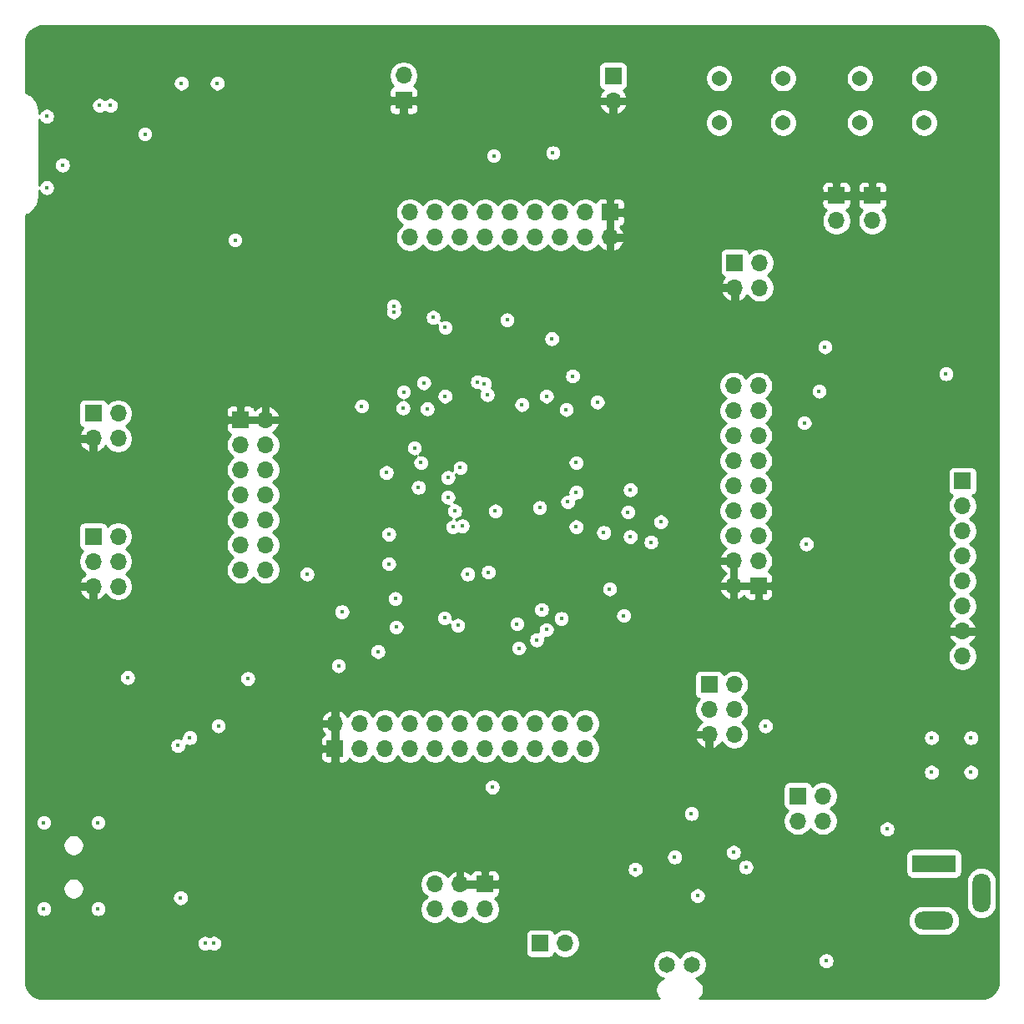
<source format=gbr>
G04 #@! TF.GenerationSoftware,KiCad,Pcbnew,(5.1.8)-1*
G04 #@! TF.CreationDate,2021-10-17T21:26:55-06:00*
G04 #@! TF.ProjectId,SAMduino,53414d64-7569-46e6-9f2e-6b696361645f,rev?*
G04 #@! TF.SameCoordinates,Original*
G04 #@! TF.FileFunction,Copper,L3,Inr*
G04 #@! TF.FilePolarity,Positive*
%FSLAX46Y46*%
G04 Gerber Fmt 4.6, Leading zero omitted, Abs format (unit mm)*
G04 Created by KiCad (PCBNEW (5.1.8)-1) date 2021-10-17 21:26:55*
%MOMM*%
%LPD*%
G01*
G04 APERTURE LIST*
G04 #@! TA.AperFunction,ComponentPad*
%ADD10C,1.540000*%
G04 #@! TD*
G04 #@! TA.AperFunction,ComponentPad*
%ADD11O,1.700000X1.700000*%
G04 #@! TD*
G04 #@! TA.AperFunction,ComponentPad*
%ADD12R,1.700000X1.700000*%
G04 #@! TD*
G04 #@! TA.AperFunction,ComponentPad*
%ADD13C,1.650000*%
G04 #@! TD*
G04 #@! TA.AperFunction,ComponentPad*
%ADD14R,4.400000X1.800000*%
G04 #@! TD*
G04 #@! TA.AperFunction,ComponentPad*
%ADD15O,4.000000X1.800000*%
G04 #@! TD*
G04 #@! TA.AperFunction,ComponentPad*
%ADD16O,1.800000X4.000000*%
G04 #@! TD*
G04 #@! TA.AperFunction,ViaPad*
%ADD17C,0.400000*%
G04 #@! TD*
G04 #@! TA.AperFunction,Conductor*
%ADD18C,0.254000*%
G04 #@! TD*
G04 #@! TA.AperFunction,Conductor*
%ADD19C,0.100000*%
G04 #@! TD*
G04 APERTURE END LIST*
D10*
X104250000Y-57250000D03*
X110750000Y-57250000D03*
X104250000Y-61750000D03*
X110750000Y-61750000D03*
X118550000Y-57250000D03*
X125050000Y-57250000D03*
X118550000Y-61750000D03*
X125050000Y-61750000D03*
D11*
X128950000Y-115880000D03*
X128950000Y-113340000D03*
X128950000Y-110800000D03*
X128950000Y-108260000D03*
X128950000Y-105720000D03*
X128950000Y-103180000D03*
X128950000Y-100640000D03*
D12*
X128950000Y-98100000D03*
D11*
X105790000Y-123830000D03*
X103250000Y-123830000D03*
X105790000Y-121290000D03*
X103250000Y-121290000D03*
X105790000Y-118750000D03*
D12*
X103250000Y-118750000D03*
D11*
X43290000Y-93790000D03*
X40750000Y-93790000D03*
X43290000Y-91250000D03*
D12*
X40750000Y-91250000D03*
D11*
X75420000Y-141540000D03*
X75420000Y-139000000D03*
X77960000Y-141540000D03*
X77960000Y-139000000D03*
X80500000Y-141540000D03*
D12*
X80500000Y-139000000D03*
D11*
X119800000Y-71690000D03*
D12*
X119800000Y-69150000D03*
D11*
X43290000Y-108790000D03*
X40750000Y-108790000D03*
X43290000Y-106250000D03*
X40750000Y-106250000D03*
X43290000Y-103710000D03*
D12*
X40750000Y-103710000D03*
D11*
X108390000Y-78490000D03*
X105850000Y-78490000D03*
X108390000Y-75950000D03*
D12*
X105850000Y-75950000D03*
D11*
X116150000Y-71690000D03*
D12*
X116150000Y-69150000D03*
D11*
X72900000Y-73390000D03*
X72900000Y-70850000D03*
X75440000Y-73390000D03*
X75440000Y-70850000D03*
X77980000Y-73390000D03*
X77980000Y-70850000D03*
X80520000Y-73390000D03*
X80520000Y-70850000D03*
X83060000Y-73390000D03*
X83060000Y-70850000D03*
X85600000Y-73390000D03*
X85600000Y-70850000D03*
X88140000Y-73390000D03*
X88140000Y-70850000D03*
X90680000Y-73390000D03*
X90680000Y-70850000D03*
X93220000Y-73390000D03*
D12*
X93220000Y-70850000D03*
D11*
X105710000Y-88430000D03*
X108250000Y-88430000D03*
X105710000Y-90970000D03*
X108250000Y-90970000D03*
X105710000Y-93510000D03*
X108250000Y-93510000D03*
X105710000Y-96050000D03*
X108250000Y-96050000D03*
X105710000Y-98590000D03*
X108250000Y-98590000D03*
X105710000Y-101130000D03*
X108250000Y-101130000D03*
X105710000Y-103670000D03*
X108250000Y-103670000D03*
X105710000Y-106210000D03*
X108250000Y-106210000D03*
X105710000Y-108750000D03*
D12*
X108250000Y-108750000D03*
D11*
X90700000Y-122710000D03*
X90700000Y-125250000D03*
X88160000Y-122710000D03*
X88160000Y-125250000D03*
X85620000Y-122710000D03*
X85620000Y-125250000D03*
X83080000Y-122710000D03*
X83080000Y-125250000D03*
X80540000Y-122710000D03*
X80540000Y-125250000D03*
X78000000Y-122710000D03*
X78000000Y-125250000D03*
X75460000Y-122710000D03*
X75460000Y-125250000D03*
X72920000Y-122710000D03*
X72920000Y-125250000D03*
X70380000Y-122710000D03*
X70380000Y-125250000D03*
X67840000Y-122710000D03*
X67840000Y-125250000D03*
X65300000Y-122710000D03*
D12*
X65300000Y-125250000D03*
D11*
X58250000Y-107120000D03*
X55710000Y-107120000D03*
X58250000Y-104580000D03*
X55710000Y-104580000D03*
X58250000Y-102040000D03*
X55710000Y-102040000D03*
X58250000Y-99500000D03*
X55710000Y-99500000D03*
X58250000Y-96960000D03*
X55710000Y-96960000D03*
X58250000Y-94420000D03*
X55710000Y-94420000D03*
X58250000Y-91880000D03*
D12*
X55710000Y-91880000D03*
D11*
X93500000Y-59540000D03*
D12*
X93500000Y-57000000D03*
D11*
X72250000Y-56960000D03*
D12*
X72250000Y-59500000D03*
D13*
X101520000Y-147150000D03*
X98980000Y-147150000D03*
D11*
X88640000Y-145000000D03*
D12*
X86100000Y-145000000D03*
D11*
X114790000Y-132590000D03*
X112250000Y-132590000D03*
X114790000Y-130050000D03*
D12*
X112250000Y-130050000D03*
D14*
X126050000Y-136900000D03*
D15*
X126050000Y-142700000D03*
D16*
X130850000Y-139900000D03*
D17*
X41250000Y-141500000D03*
X35750000Y-141500000D03*
X41250000Y-132750000D03*
X35750000Y-132750000D03*
X121300000Y-133400000D03*
X129800000Y-127650000D03*
X125800000Y-127650000D03*
X129800000Y-124150000D03*
X125800000Y-124150000D03*
X99750000Y-136250000D03*
X106975000Y-137275000D03*
X105725000Y-135775000D03*
X95750000Y-137500000D03*
X49612500Y-140387500D03*
X73750000Y-98750000D03*
X77750000Y-112750000D03*
X70750000Y-103500000D03*
X70750000Y-106500000D03*
X76750000Y-97750000D03*
X76750000Y-99750000D03*
X74000000Y-96250000D03*
X70500000Y-97250000D03*
X82750000Y-81750000D03*
X86750000Y-89500000D03*
X89750000Y-96250000D03*
X89750000Y-99250000D03*
X95250000Y-99000000D03*
X89750000Y-102750000D03*
X76470000Y-82530000D03*
X68000000Y-90500000D03*
X44250000Y-118050000D03*
X50555000Y-124145000D03*
X80750000Y-89350000D03*
X36050000Y-61100000D03*
X36050000Y-68350000D03*
X37650000Y-66050000D03*
X53350000Y-57750000D03*
X115000000Y-84500000D03*
X83749994Y-112600000D03*
X127275000Y-87225000D03*
X78750000Y-107550000D03*
X115125000Y-146775000D03*
X91900000Y-90099998D03*
X71500000Y-112925000D03*
X71400000Y-110025000D03*
X76450000Y-89500000D03*
X74650000Y-90775000D03*
X74300000Y-88150000D03*
X66000000Y-111375000D03*
X121300000Y-128400000D03*
X119800000Y-128400000D03*
X95975000Y-139525000D03*
X51625000Y-137125000D03*
X62712500Y-141537500D03*
X67000000Y-98750000D03*
X73750000Y-97250000D03*
X74730000Y-89020000D03*
X78500000Y-110250000D03*
X74250000Y-104250000D03*
X81250000Y-81750000D03*
X86750000Y-92000000D03*
X92500000Y-98750000D03*
X80750000Y-92000000D03*
X45725000Y-115375000D03*
X41550000Y-122750000D03*
X65250000Y-135450000D03*
X127275000Y-77725000D03*
X118000000Y-69150000D03*
X124450000Y-99150000D03*
X121775000Y-104075000D03*
X120600000Y-128435000D03*
X42500000Y-60000000D03*
X41400000Y-60000000D03*
X52100000Y-145000000D03*
X53000000Y-145000000D03*
X78000000Y-96750000D03*
X75250000Y-81500000D03*
X46000000Y-62900000D03*
X84250000Y-90350000D03*
X89400000Y-87450000D03*
X81400000Y-65100000D03*
X87400000Y-64800000D03*
X72250000Y-89056204D03*
X71250000Y-80950000D03*
X79749983Y-88049983D03*
X71250000Y-80350000D03*
X80450000Y-88250000D03*
X87285010Y-83664990D03*
X88750000Y-90850000D03*
X112900000Y-92200000D03*
X93150000Y-109050000D03*
X88900000Y-100225000D03*
X95000000Y-101250000D03*
X86050000Y-100800000D03*
X72200000Y-90700000D03*
X55150000Y-73650000D03*
X49700000Y-57750000D03*
X114400000Y-89000000D03*
X98349999Y-102250001D03*
X94575000Y-111750000D03*
X101450000Y-131850000D03*
X102075000Y-140175000D03*
X92552578Y-103324990D03*
X95250000Y-103750000D03*
X97349990Y-104300010D03*
X108950000Y-122950000D03*
X81250012Y-129149988D03*
X113100000Y-104500000D03*
X88250000Y-112050000D03*
X49350000Y-124950000D03*
X86750000Y-113175000D03*
X86250000Y-111150000D03*
X53450000Y-122950000D03*
X85750000Y-114225000D03*
X83950000Y-115050000D03*
X65650000Y-116850000D03*
X80850000Y-107350000D03*
X69650000Y-115400000D03*
X76400000Y-112000000D03*
X78200000Y-102650000D03*
X56450000Y-118150000D03*
X77250000Y-102750000D03*
X81550000Y-101150000D03*
X77450000Y-101150000D03*
X62450000Y-107550000D03*
X73350000Y-94750000D03*
D18*
X131106775Y-51948147D02*
X131449967Y-52051763D01*
X131766489Y-52220062D01*
X132044299Y-52446637D01*
X132272806Y-52722856D01*
X132443310Y-53038197D01*
X132549319Y-53380656D01*
X132590001Y-53767722D01*
X132590000Y-148717721D01*
X132551853Y-149106776D01*
X132448238Y-149449964D01*
X132279939Y-149766489D01*
X132053365Y-150044296D01*
X131777146Y-150272805D01*
X131461803Y-150443310D01*
X131119344Y-150549319D01*
X130732288Y-150590000D01*
X102295844Y-150590000D01*
X102440450Y-150445394D01*
X102570134Y-150251308D01*
X102659461Y-150035652D01*
X102705000Y-149806712D01*
X102705000Y-149573288D01*
X102659461Y-149344348D01*
X102570134Y-149128692D01*
X102440450Y-148934606D01*
X102275394Y-148769550D01*
X102081308Y-148639866D01*
X101897146Y-148563584D01*
X101945866Y-148553893D01*
X102211569Y-148443835D01*
X102450696Y-148284056D01*
X102654056Y-148080696D01*
X102813835Y-147841569D01*
X102923893Y-147575866D01*
X102980000Y-147293797D01*
X102980000Y-147006203D01*
X102923893Y-146724134D01*
X102910898Y-146692760D01*
X114290000Y-146692760D01*
X114290000Y-146857240D01*
X114322089Y-147018560D01*
X114385033Y-147170521D01*
X114476413Y-147307281D01*
X114592719Y-147423587D01*
X114729479Y-147514967D01*
X114881440Y-147577911D01*
X115042760Y-147610000D01*
X115207240Y-147610000D01*
X115368560Y-147577911D01*
X115520521Y-147514967D01*
X115657281Y-147423587D01*
X115773587Y-147307281D01*
X115864967Y-147170521D01*
X115927911Y-147018560D01*
X115960000Y-146857240D01*
X115960000Y-146692760D01*
X115927911Y-146531440D01*
X115864967Y-146379479D01*
X115773587Y-146242719D01*
X115657281Y-146126413D01*
X115520521Y-146035033D01*
X115368560Y-145972089D01*
X115207240Y-145940000D01*
X115042760Y-145940000D01*
X114881440Y-145972089D01*
X114729479Y-146035033D01*
X114592719Y-146126413D01*
X114476413Y-146242719D01*
X114385033Y-146379479D01*
X114322089Y-146531440D01*
X114290000Y-146692760D01*
X102910898Y-146692760D01*
X102813835Y-146458431D01*
X102654056Y-146219304D01*
X102450696Y-146015944D01*
X102211569Y-145856165D01*
X101945866Y-145746107D01*
X101663797Y-145690000D01*
X101376203Y-145690000D01*
X101094134Y-145746107D01*
X100828431Y-145856165D01*
X100589304Y-146015944D01*
X100385944Y-146219304D01*
X100250000Y-146422759D01*
X100114056Y-146219304D01*
X99910696Y-146015944D01*
X99671569Y-145856165D01*
X99405866Y-145746107D01*
X99123797Y-145690000D01*
X98836203Y-145690000D01*
X98554134Y-145746107D01*
X98288431Y-145856165D01*
X98049304Y-146015944D01*
X97845944Y-146219304D01*
X97686165Y-146458431D01*
X97576107Y-146724134D01*
X97520000Y-147006203D01*
X97520000Y-147293797D01*
X97576107Y-147575866D01*
X97686165Y-147841569D01*
X97845944Y-148080696D01*
X98049304Y-148284056D01*
X98288431Y-148443835D01*
X98554134Y-148553893D01*
X98602854Y-148563584D01*
X98418692Y-148639866D01*
X98224606Y-148769550D01*
X98059550Y-148934606D01*
X97929866Y-149128692D01*
X97840539Y-149344348D01*
X97795000Y-149573288D01*
X97795000Y-149806712D01*
X97840539Y-150035652D01*
X97929866Y-150251308D01*
X98059550Y-150445394D01*
X98204156Y-150590000D01*
X35782279Y-150590000D01*
X35393224Y-150551853D01*
X35050036Y-150448238D01*
X34733511Y-150279939D01*
X34455704Y-150053365D01*
X34227195Y-149777146D01*
X34056690Y-149461803D01*
X33950681Y-149119344D01*
X33910000Y-148732288D01*
X33910000Y-144917760D01*
X51265000Y-144917760D01*
X51265000Y-145082240D01*
X51297089Y-145243560D01*
X51360033Y-145395521D01*
X51451413Y-145532281D01*
X51567719Y-145648587D01*
X51704479Y-145739967D01*
X51856440Y-145802911D01*
X52017760Y-145835000D01*
X52182240Y-145835000D01*
X52343560Y-145802911D01*
X52495521Y-145739967D01*
X52550000Y-145703565D01*
X52604479Y-145739967D01*
X52756440Y-145802911D01*
X52917760Y-145835000D01*
X53082240Y-145835000D01*
X53243560Y-145802911D01*
X53395521Y-145739967D01*
X53532281Y-145648587D01*
X53648587Y-145532281D01*
X53739967Y-145395521D01*
X53802911Y-145243560D01*
X53835000Y-145082240D01*
X53835000Y-144917760D01*
X53802911Y-144756440D01*
X53739967Y-144604479D01*
X53648587Y-144467719D01*
X53532281Y-144351413D01*
X53395521Y-144260033D01*
X53243560Y-144197089D01*
X53082240Y-144165000D01*
X52917760Y-144165000D01*
X52756440Y-144197089D01*
X52604479Y-144260033D01*
X52550000Y-144296435D01*
X52495521Y-144260033D01*
X52343560Y-144197089D01*
X52182240Y-144165000D01*
X52017760Y-144165000D01*
X51856440Y-144197089D01*
X51704479Y-144260033D01*
X51567719Y-144351413D01*
X51451413Y-144467719D01*
X51360033Y-144604479D01*
X51297089Y-144756440D01*
X51265000Y-144917760D01*
X33910000Y-144917760D01*
X33910000Y-144150000D01*
X84611928Y-144150000D01*
X84611928Y-145850000D01*
X84624188Y-145974482D01*
X84660498Y-146094180D01*
X84719463Y-146204494D01*
X84798815Y-146301185D01*
X84895506Y-146380537D01*
X85005820Y-146439502D01*
X85125518Y-146475812D01*
X85250000Y-146488072D01*
X86950000Y-146488072D01*
X87074482Y-146475812D01*
X87194180Y-146439502D01*
X87304494Y-146380537D01*
X87401185Y-146301185D01*
X87480537Y-146204494D01*
X87539502Y-146094180D01*
X87561513Y-146021620D01*
X87693368Y-146153475D01*
X87936589Y-146315990D01*
X88206842Y-146427932D01*
X88493740Y-146485000D01*
X88786260Y-146485000D01*
X89073158Y-146427932D01*
X89343411Y-146315990D01*
X89586632Y-146153475D01*
X89793475Y-145946632D01*
X89955990Y-145703411D01*
X90067932Y-145433158D01*
X90125000Y-145146260D01*
X90125000Y-144853740D01*
X90067932Y-144566842D01*
X89955990Y-144296589D01*
X89793475Y-144053368D01*
X89586632Y-143846525D01*
X89343411Y-143684010D01*
X89073158Y-143572068D01*
X88786260Y-143515000D01*
X88493740Y-143515000D01*
X88206842Y-143572068D01*
X87936589Y-143684010D01*
X87693368Y-143846525D01*
X87561513Y-143978380D01*
X87539502Y-143905820D01*
X87480537Y-143795506D01*
X87401185Y-143698815D01*
X87304494Y-143619463D01*
X87194180Y-143560498D01*
X87074482Y-143524188D01*
X86950000Y-143511928D01*
X85250000Y-143511928D01*
X85125518Y-143524188D01*
X85005820Y-143560498D01*
X84895506Y-143619463D01*
X84798815Y-143698815D01*
X84719463Y-143795506D01*
X84660498Y-143905820D01*
X84624188Y-144025518D01*
X84611928Y-144150000D01*
X33910000Y-144150000D01*
X33910000Y-141417760D01*
X34915000Y-141417760D01*
X34915000Y-141582240D01*
X34947089Y-141743560D01*
X35010033Y-141895521D01*
X35101413Y-142032281D01*
X35217719Y-142148587D01*
X35354479Y-142239967D01*
X35506440Y-142302911D01*
X35667760Y-142335000D01*
X35832240Y-142335000D01*
X35993560Y-142302911D01*
X36145521Y-142239967D01*
X36282281Y-142148587D01*
X36398587Y-142032281D01*
X36489967Y-141895521D01*
X36552911Y-141743560D01*
X36585000Y-141582240D01*
X36585000Y-141417760D01*
X40415000Y-141417760D01*
X40415000Y-141582240D01*
X40447089Y-141743560D01*
X40510033Y-141895521D01*
X40601413Y-142032281D01*
X40717719Y-142148587D01*
X40854479Y-142239967D01*
X41006440Y-142302911D01*
X41167760Y-142335000D01*
X41332240Y-142335000D01*
X41493560Y-142302911D01*
X41645521Y-142239967D01*
X41782281Y-142148587D01*
X41898587Y-142032281D01*
X41989967Y-141895521D01*
X42052911Y-141743560D01*
X42085000Y-141582240D01*
X42085000Y-141417760D01*
X42052911Y-141256440D01*
X41989967Y-141104479D01*
X41898587Y-140967719D01*
X41782281Y-140851413D01*
X41645521Y-140760033D01*
X41493560Y-140697089D01*
X41332240Y-140665000D01*
X41167760Y-140665000D01*
X41006440Y-140697089D01*
X40854479Y-140760033D01*
X40717719Y-140851413D01*
X40601413Y-140967719D01*
X40510033Y-141104479D01*
X40447089Y-141256440D01*
X40415000Y-141417760D01*
X36585000Y-141417760D01*
X36552911Y-141256440D01*
X36489967Y-141104479D01*
X36398587Y-140967719D01*
X36282281Y-140851413D01*
X36145521Y-140760033D01*
X35993560Y-140697089D01*
X35832240Y-140665000D01*
X35667760Y-140665000D01*
X35506440Y-140697089D01*
X35354479Y-140760033D01*
X35217719Y-140851413D01*
X35101413Y-140967719D01*
X35010033Y-141104479D01*
X34947089Y-141256440D01*
X34915000Y-141417760D01*
X33910000Y-141417760D01*
X33910000Y-139343137D01*
X37665000Y-139343137D01*
X37665000Y-139556863D01*
X37706696Y-139766483D01*
X37788485Y-139963940D01*
X37907225Y-140141647D01*
X38058353Y-140292775D01*
X38236060Y-140411515D01*
X38433517Y-140493304D01*
X38643137Y-140535000D01*
X38856863Y-140535000D01*
X39066483Y-140493304D01*
X39263940Y-140411515D01*
X39422961Y-140305260D01*
X48777500Y-140305260D01*
X48777500Y-140469740D01*
X48809589Y-140631060D01*
X48872533Y-140783021D01*
X48963913Y-140919781D01*
X49080219Y-141036087D01*
X49216979Y-141127467D01*
X49368940Y-141190411D01*
X49530260Y-141222500D01*
X49694740Y-141222500D01*
X49856060Y-141190411D01*
X50008021Y-141127467D01*
X50144781Y-141036087D01*
X50261087Y-140919781D01*
X50352467Y-140783021D01*
X50415411Y-140631060D01*
X50447500Y-140469740D01*
X50447500Y-140305260D01*
X50415411Y-140143940D01*
X50352467Y-139991979D01*
X50261087Y-139855219D01*
X50144781Y-139738913D01*
X50008021Y-139647533D01*
X49856060Y-139584589D01*
X49694740Y-139552500D01*
X49530260Y-139552500D01*
X49368940Y-139584589D01*
X49216979Y-139647533D01*
X49080219Y-139738913D01*
X48963913Y-139855219D01*
X48872533Y-139991979D01*
X48809589Y-140143940D01*
X48777500Y-140305260D01*
X39422961Y-140305260D01*
X39441647Y-140292775D01*
X39592775Y-140141647D01*
X39711515Y-139963940D01*
X39793304Y-139766483D01*
X39835000Y-139556863D01*
X39835000Y-139343137D01*
X39793304Y-139133517D01*
X39711515Y-138936060D01*
X39656511Y-138853740D01*
X73935000Y-138853740D01*
X73935000Y-139146260D01*
X73992068Y-139433158D01*
X74104010Y-139703411D01*
X74266525Y-139946632D01*
X74473368Y-140153475D01*
X74647760Y-140270000D01*
X74473368Y-140386525D01*
X74266525Y-140593368D01*
X74104010Y-140836589D01*
X73992068Y-141106842D01*
X73935000Y-141393740D01*
X73935000Y-141686260D01*
X73992068Y-141973158D01*
X74104010Y-142243411D01*
X74266525Y-142486632D01*
X74473368Y-142693475D01*
X74716589Y-142855990D01*
X74986842Y-142967932D01*
X75273740Y-143025000D01*
X75566260Y-143025000D01*
X75853158Y-142967932D01*
X76123411Y-142855990D01*
X76366632Y-142693475D01*
X76573475Y-142486632D01*
X76690000Y-142312240D01*
X76806525Y-142486632D01*
X77013368Y-142693475D01*
X77256589Y-142855990D01*
X77526842Y-142967932D01*
X77813740Y-143025000D01*
X78106260Y-143025000D01*
X78393158Y-142967932D01*
X78663411Y-142855990D01*
X78906632Y-142693475D01*
X79113475Y-142486632D01*
X79230000Y-142312240D01*
X79346525Y-142486632D01*
X79553368Y-142693475D01*
X79796589Y-142855990D01*
X80066842Y-142967932D01*
X80353740Y-143025000D01*
X80646260Y-143025000D01*
X80933158Y-142967932D01*
X81203411Y-142855990D01*
X81436866Y-142700000D01*
X123407573Y-142700000D01*
X123437210Y-143000913D01*
X123524983Y-143290261D01*
X123667519Y-143556927D01*
X123859339Y-143790661D01*
X124093073Y-143982481D01*
X124359739Y-144125017D01*
X124649087Y-144212790D01*
X124874592Y-144235000D01*
X127225408Y-144235000D01*
X127450913Y-144212790D01*
X127740261Y-144125017D01*
X128006927Y-143982481D01*
X128240661Y-143790661D01*
X128432481Y-143556927D01*
X128575017Y-143290261D01*
X128662790Y-143000913D01*
X128692427Y-142700000D01*
X128662790Y-142399087D01*
X128575017Y-142109739D01*
X128432481Y-141843073D01*
X128240661Y-141609339D01*
X128006927Y-141417519D01*
X127740261Y-141274983D01*
X127450913Y-141187210D01*
X127225408Y-141165000D01*
X124874592Y-141165000D01*
X124649087Y-141187210D01*
X124359739Y-141274983D01*
X124093073Y-141417519D01*
X123859339Y-141609339D01*
X123667519Y-141843073D01*
X123524983Y-142109739D01*
X123437210Y-142399087D01*
X123407573Y-142700000D01*
X81436866Y-142700000D01*
X81446632Y-142693475D01*
X81653475Y-142486632D01*
X81815990Y-142243411D01*
X81927932Y-141973158D01*
X81985000Y-141686260D01*
X81985000Y-141393740D01*
X81927932Y-141106842D01*
X81815990Y-140836589D01*
X81653475Y-140593368D01*
X81521620Y-140461513D01*
X81594180Y-140439502D01*
X81704494Y-140380537D01*
X81801185Y-140301185D01*
X81880537Y-140204494D01*
X81939502Y-140094180D01*
X81939932Y-140092760D01*
X101240000Y-140092760D01*
X101240000Y-140257240D01*
X101272089Y-140418560D01*
X101335033Y-140570521D01*
X101426413Y-140707281D01*
X101542719Y-140823587D01*
X101679479Y-140914967D01*
X101831440Y-140977911D01*
X101992760Y-141010000D01*
X102157240Y-141010000D01*
X102318560Y-140977911D01*
X102470521Y-140914967D01*
X102607281Y-140823587D01*
X102723587Y-140707281D01*
X102814967Y-140570521D01*
X102877911Y-140418560D01*
X102910000Y-140257240D01*
X102910000Y-140092760D01*
X102877911Y-139931440D01*
X102814967Y-139779479D01*
X102723587Y-139642719D01*
X102607281Y-139526413D01*
X102470521Y-139435033D01*
X102318560Y-139372089D01*
X102157240Y-139340000D01*
X101992760Y-139340000D01*
X101831440Y-139372089D01*
X101679479Y-139435033D01*
X101542719Y-139526413D01*
X101426413Y-139642719D01*
X101335033Y-139779479D01*
X101272089Y-139931440D01*
X101240000Y-140092760D01*
X81939932Y-140092760D01*
X81975812Y-139974482D01*
X81988072Y-139850000D01*
X81985000Y-139431750D01*
X81826250Y-139273000D01*
X80773000Y-139273000D01*
X80773000Y-139293000D01*
X80227000Y-139293000D01*
X80227000Y-139273000D01*
X78233000Y-139273000D01*
X78233000Y-139293000D01*
X77687000Y-139293000D01*
X77687000Y-139273000D01*
X77667000Y-139273000D01*
X77667000Y-138727000D01*
X77687000Y-138727000D01*
X77687000Y-137702152D01*
X78233000Y-137702152D01*
X78233000Y-138727000D01*
X80227000Y-138727000D01*
X80227000Y-137673750D01*
X80773000Y-137673750D01*
X80773000Y-138727000D01*
X81826250Y-138727000D01*
X81828657Y-138724593D01*
X129315000Y-138724593D01*
X129315001Y-141075408D01*
X129337211Y-141300913D01*
X129424984Y-141590261D01*
X129567520Y-141856927D01*
X129759340Y-142090661D01*
X129993074Y-142282481D01*
X130259740Y-142425017D01*
X130549088Y-142512790D01*
X130850000Y-142542427D01*
X131150913Y-142512790D01*
X131440261Y-142425017D01*
X131706927Y-142282481D01*
X131940661Y-142090661D01*
X132132481Y-141856927D01*
X132275017Y-141590261D01*
X132362790Y-141300913D01*
X132385000Y-141075408D01*
X132385000Y-138724592D01*
X132362790Y-138499087D01*
X132275017Y-138209739D01*
X132132481Y-137943073D01*
X131940661Y-137709339D01*
X131706926Y-137517519D01*
X131440260Y-137374983D01*
X131150912Y-137287210D01*
X130850000Y-137257573D01*
X130549087Y-137287210D01*
X130259739Y-137374983D01*
X129993073Y-137517519D01*
X129759339Y-137709339D01*
X129567519Y-137943074D01*
X129424983Y-138209740D01*
X129337210Y-138499088D01*
X129315000Y-138724593D01*
X81828657Y-138724593D01*
X81985000Y-138568250D01*
X81988072Y-138150000D01*
X81975812Y-138025518D01*
X81939502Y-137905820D01*
X81880537Y-137795506D01*
X81801185Y-137698815D01*
X81704494Y-137619463D01*
X81594180Y-137560498D01*
X81474482Y-137524188D01*
X81350000Y-137511928D01*
X80931750Y-137515000D01*
X80773000Y-137673750D01*
X80227000Y-137673750D01*
X80068250Y-137515000D01*
X79650000Y-137511928D01*
X79525518Y-137524188D01*
X79405820Y-137560498D01*
X79295506Y-137619463D01*
X79198815Y-137698815D01*
X79119463Y-137795506D01*
X79060498Y-137905820D01*
X79037342Y-137982154D01*
X78846579Y-137808684D01*
X78597129Y-137658612D01*
X78457985Y-137600988D01*
X78233000Y-137702152D01*
X77687000Y-137702152D01*
X77462015Y-137600988D01*
X77322871Y-137658612D01*
X77073421Y-137808684D01*
X76858042Y-138004538D01*
X76691452Y-138229933D01*
X76573475Y-138053368D01*
X76366632Y-137846525D01*
X76123411Y-137684010D01*
X75853158Y-137572068D01*
X75566260Y-137515000D01*
X75273740Y-137515000D01*
X74986842Y-137572068D01*
X74716589Y-137684010D01*
X74473368Y-137846525D01*
X74266525Y-138053368D01*
X74104010Y-138296589D01*
X73992068Y-138566842D01*
X73935000Y-138853740D01*
X39656511Y-138853740D01*
X39592775Y-138758353D01*
X39441647Y-138607225D01*
X39263940Y-138488485D01*
X39066483Y-138406696D01*
X38856863Y-138365000D01*
X38643137Y-138365000D01*
X38433517Y-138406696D01*
X38236060Y-138488485D01*
X38058353Y-138607225D01*
X37907225Y-138758353D01*
X37788485Y-138936060D01*
X37706696Y-139133517D01*
X37665000Y-139343137D01*
X33910000Y-139343137D01*
X33910000Y-137417760D01*
X94915000Y-137417760D01*
X94915000Y-137582240D01*
X94947089Y-137743560D01*
X95010033Y-137895521D01*
X95101413Y-138032281D01*
X95217719Y-138148587D01*
X95354479Y-138239967D01*
X95506440Y-138302911D01*
X95667760Y-138335000D01*
X95832240Y-138335000D01*
X95993560Y-138302911D01*
X96145521Y-138239967D01*
X96282281Y-138148587D01*
X96398587Y-138032281D01*
X96489967Y-137895521D01*
X96552911Y-137743560D01*
X96585000Y-137582240D01*
X96585000Y-137417760D01*
X96552911Y-137256440D01*
X96526535Y-137192760D01*
X106140000Y-137192760D01*
X106140000Y-137357240D01*
X106172089Y-137518560D01*
X106235033Y-137670521D01*
X106326413Y-137807281D01*
X106442719Y-137923587D01*
X106579479Y-138014967D01*
X106731440Y-138077911D01*
X106892760Y-138110000D01*
X107057240Y-138110000D01*
X107218560Y-138077911D01*
X107370521Y-138014967D01*
X107507281Y-137923587D01*
X107623587Y-137807281D01*
X107714967Y-137670521D01*
X107777911Y-137518560D01*
X107810000Y-137357240D01*
X107810000Y-137192760D01*
X107777911Y-137031440D01*
X107714967Y-136879479D01*
X107623587Y-136742719D01*
X107507281Y-136626413D01*
X107370521Y-136535033D01*
X107218560Y-136472089D01*
X107057240Y-136440000D01*
X106892760Y-136440000D01*
X106731440Y-136472089D01*
X106579479Y-136535033D01*
X106442719Y-136626413D01*
X106326413Y-136742719D01*
X106235033Y-136879479D01*
X106172089Y-137031440D01*
X106140000Y-137192760D01*
X96526535Y-137192760D01*
X96489967Y-137104479D01*
X96398587Y-136967719D01*
X96282281Y-136851413D01*
X96145521Y-136760033D01*
X95993560Y-136697089D01*
X95832240Y-136665000D01*
X95667760Y-136665000D01*
X95506440Y-136697089D01*
X95354479Y-136760033D01*
X95217719Y-136851413D01*
X95101413Y-136967719D01*
X95010033Y-137104479D01*
X94947089Y-137256440D01*
X94915000Y-137417760D01*
X33910000Y-137417760D01*
X33910000Y-136167760D01*
X98915000Y-136167760D01*
X98915000Y-136332240D01*
X98947089Y-136493560D01*
X99010033Y-136645521D01*
X99101413Y-136782281D01*
X99217719Y-136898587D01*
X99354479Y-136989967D01*
X99506440Y-137052911D01*
X99667760Y-137085000D01*
X99832240Y-137085000D01*
X99993560Y-137052911D01*
X100145521Y-136989967D01*
X100282281Y-136898587D01*
X100398587Y-136782281D01*
X100489967Y-136645521D01*
X100552911Y-136493560D01*
X100585000Y-136332240D01*
X100585000Y-136167760D01*
X100552911Y-136006440D01*
X100489967Y-135854479D01*
X100398587Y-135717719D01*
X100373628Y-135692760D01*
X104890000Y-135692760D01*
X104890000Y-135857240D01*
X104922089Y-136018560D01*
X104985033Y-136170521D01*
X105076413Y-136307281D01*
X105192719Y-136423587D01*
X105329479Y-136514967D01*
X105481440Y-136577911D01*
X105642760Y-136610000D01*
X105807240Y-136610000D01*
X105968560Y-136577911D01*
X106120521Y-136514967D01*
X106257281Y-136423587D01*
X106373587Y-136307281D01*
X106464967Y-136170521D01*
X106527911Y-136018560D01*
X106531602Y-136000000D01*
X123211928Y-136000000D01*
X123211928Y-137800000D01*
X123224188Y-137924482D01*
X123260498Y-138044180D01*
X123319463Y-138154494D01*
X123398815Y-138251185D01*
X123495506Y-138330537D01*
X123605820Y-138389502D01*
X123725518Y-138425812D01*
X123850000Y-138438072D01*
X128250000Y-138438072D01*
X128374482Y-138425812D01*
X128494180Y-138389502D01*
X128604494Y-138330537D01*
X128701185Y-138251185D01*
X128780537Y-138154494D01*
X128839502Y-138044180D01*
X128875812Y-137924482D01*
X128888072Y-137800000D01*
X128888072Y-136000000D01*
X128875812Y-135875518D01*
X128839502Y-135755820D01*
X128780537Y-135645506D01*
X128701185Y-135548815D01*
X128604494Y-135469463D01*
X128494180Y-135410498D01*
X128374482Y-135374188D01*
X128250000Y-135361928D01*
X123850000Y-135361928D01*
X123725518Y-135374188D01*
X123605820Y-135410498D01*
X123495506Y-135469463D01*
X123398815Y-135548815D01*
X123319463Y-135645506D01*
X123260498Y-135755820D01*
X123224188Y-135875518D01*
X123211928Y-136000000D01*
X106531602Y-136000000D01*
X106560000Y-135857240D01*
X106560000Y-135692760D01*
X106527911Y-135531440D01*
X106464967Y-135379479D01*
X106373587Y-135242719D01*
X106257281Y-135126413D01*
X106120521Y-135035033D01*
X105968560Y-134972089D01*
X105807240Y-134940000D01*
X105642760Y-134940000D01*
X105481440Y-134972089D01*
X105329479Y-135035033D01*
X105192719Y-135126413D01*
X105076413Y-135242719D01*
X104985033Y-135379479D01*
X104922089Y-135531440D01*
X104890000Y-135692760D01*
X100373628Y-135692760D01*
X100282281Y-135601413D01*
X100145521Y-135510033D01*
X99993560Y-135447089D01*
X99832240Y-135415000D01*
X99667760Y-135415000D01*
X99506440Y-135447089D01*
X99354479Y-135510033D01*
X99217719Y-135601413D01*
X99101413Y-135717719D01*
X99010033Y-135854479D01*
X98947089Y-136006440D01*
X98915000Y-136167760D01*
X33910000Y-136167760D01*
X33910000Y-134943137D01*
X37665000Y-134943137D01*
X37665000Y-135156863D01*
X37706696Y-135366483D01*
X37788485Y-135563940D01*
X37907225Y-135741647D01*
X38058353Y-135892775D01*
X38236060Y-136011515D01*
X38433517Y-136093304D01*
X38643137Y-136135000D01*
X38856863Y-136135000D01*
X39066483Y-136093304D01*
X39263940Y-136011515D01*
X39441647Y-135892775D01*
X39592775Y-135741647D01*
X39711515Y-135563940D01*
X39793304Y-135366483D01*
X39835000Y-135156863D01*
X39835000Y-134943137D01*
X39793304Y-134733517D01*
X39711515Y-134536060D01*
X39592775Y-134358353D01*
X39441647Y-134207225D01*
X39263940Y-134088485D01*
X39066483Y-134006696D01*
X38856863Y-133965000D01*
X38643137Y-133965000D01*
X38433517Y-134006696D01*
X38236060Y-134088485D01*
X38058353Y-134207225D01*
X37907225Y-134358353D01*
X37788485Y-134536060D01*
X37706696Y-134733517D01*
X37665000Y-134943137D01*
X33910000Y-134943137D01*
X33910000Y-132667760D01*
X34915000Y-132667760D01*
X34915000Y-132832240D01*
X34947089Y-132993560D01*
X35010033Y-133145521D01*
X35101413Y-133282281D01*
X35217719Y-133398587D01*
X35354479Y-133489967D01*
X35506440Y-133552911D01*
X35667760Y-133585000D01*
X35832240Y-133585000D01*
X35993560Y-133552911D01*
X36145521Y-133489967D01*
X36282281Y-133398587D01*
X36398587Y-133282281D01*
X36489967Y-133145521D01*
X36552911Y-132993560D01*
X36585000Y-132832240D01*
X36585000Y-132667760D01*
X40415000Y-132667760D01*
X40415000Y-132832240D01*
X40447089Y-132993560D01*
X40510033Y-133145521D01*
X40601413Y-133282281D01*
X40717719Y-133398587D01*
X40854479Y-133489967D01*
X41006440Y-133552911D01*
X41167760Y-133585000D01*
X41332240Y-133585000D01*
X41493560Y-133552911D01*
X41645521Y-133489967D01*
X41782281Y-133398587D01*
X41898587Y-133282281D01*
X41989967Y-133145521D01*
X42052911Y-132993560D01*
X42085000Y-132832240D01*
X42085000Y-132667760D01*
X42052911Y-132506440D01*
X41989967Y-132354479D01*
X41898587Y-132217719D01*
X41782281Y-132101413D01*
X41645521Y-132010033D01*
X41493560Y-131947089D01*
X41332240Y-131915000D01*
X41167760Y-131915000D01*
X41006440Y-131947089D01*
X40854479Y-132010033D01*
X40717719Y-132101413D01*
X40601413Y-132217719D01*
X40510033Y-132354479D01*
X40447089Y-132506440D01*
X40415000Y-132667760D01*
X36585000Y-132667760D01*
X36552911Y-132506440D01*
X36489967Y-132354479D01*
X36398587Y-132217719D01*
X36282281Y-132101413D01*
X36145521Y-132010033D01*
X35993560Y-131947089D01*
X35832240Y-131915000D01*
X35667760Y-131915000D01*
X35506440Y-131947089D01*
X35354479Y-132010033D01*
X35217719Y-132101413D01*
X35101413Y-132217719D01*
X35010033Y-132354479D01*
X34947089Y-132506440D01*
X34915000Y-132667760D01*
X33910000Y-132667760D01*
X33910000Y-131767760D01*
X100615000Y-131767760D01*
X100615000Y-131932240D01*
X100647089Y-132093560D01*
X100710033Y-132245521D01*
X100801413Y-132382281D01*
X100917719Y-132498587D01*
X101054479Y-132589967D01*
X101206440Y-132652911D01*
X101367760Y-132685000D01*
X101532240Y-132685000D01*
X101693560Y-132652911D01*
X101845521Y-132589967D01*
X101982281Y-132498587D01*
X102098587Y-132382281D01*
X102189967Y-132245521D01*
X102252911Y-132093560D01*
X102285000Y-131932240D01*
X102285000Y-131767760D01*
X102252911Y-131606440D01*
X102189967Y-131454479D01*
X102098587Y-131317719D01*
X101982281Y-131201413D01*
X101845521Y-131110033D01*
X101693560Y-131047089D01*
X101532240Y-131015000D01*
X101367760Y-131015000D01*
X101206440Y-131047089D01*
X101054479Y-131110033D01*
X100917719Y-131201413D01*
X100801413Y-131317719D01*
X100710033Y-131454479D01*
X100647089Y-131606440D01*
X100615000Y-131767760D01*
X33910000Y-131767760D01*
X33910000Y-129067748D01*
X80415012Y-129067748D01*
X80415012Y-129232228D01*
X80447101Y-129393548D01*
X80510045Y-129545509D01*
X80601425Y-129682269D01*
X80717731Y-129798575D01*
X80854491Y-129889955D01*
X81006452Y-129952899D01*
X81167772Y-129984988D01*
X81332252Y-129984988D01*
X81493572Y-129952899D01*
X81645533Y-129889955D01*
X81782293Y-129798575D01*
X81898599Y-129682269D01*
X81989979Y-129545509D01*
X82052923Y-129393548D01*
X82085012Y-129232228D01*
X82085012Y-129200000D01*
X110761928Y-129200000D01*
X110761928Y-130900000D01*
X110774188Y-131024482D01*
X110810498Y-131144180D01*
X110869463Y-131254494D01*
X110948815Y-131351185D01*
X111045506Y-131430537D01*
X111155820Y-131489502D01*
X111228380Y-131511513D01*
X111096525Y-131643368D01*
X110934010Y-131886589D01*
X110822068Y-132156842D01*
X110765000Y-132443740D01*
X110765000Y-132736260D01*
X110822068Y-133023158D01*
X110934010Y-133293411D01*
X111096525Y-133536632D01*
X111303368Y-133743475D01*
X111546589Y-133905990D01*
X111816842Y-134017932D01*
X112103740Y-134075000D01*
X112396260Y-134075000D01*
X112683158Y-134017932D01*
X112953411Y-133905990D01*
X113196632Y-133743475D01*
X113403475Y-133536632D01*
X113520000Y-133362240D01*
X113636525Y-133536632D01*
X113843368Y-133743475D01*
X114086589Y-133905990D01*
X114356842Y-134017932D01*
X114643740Y-134075000D01*
X114936260Y-134075000D01*
X115223158Y-134017932D01*
X115493411Y-133905990D01*
X115736632Y-133743475D01*
X115943475Y-133536632D01*
X116089720Y-133317760D01*
X120465000Y-133317760D01*
X120465000Y-133482240D01*
X120497089Y-133643560D01*
X120560033Y-133795521D01*
X120651413Y-133932281D01*
X120767719Y-134048587D01*
X120904479Y-134139967D01*
X121056440Y-134202911D01*
X121217760Y-134235000D01*
X121382240Y-134235000D01*
X121543560Y-134202911D01*
X121695521Y-134139967D01*
X121832281Y-134048587D01*
X121948587Y-133932281D01*
X122039967Y-133795521D01*
X122102911Y-133643560D01*
X122135000Y-133482240D01*
X122135000Y-133317760D01*
X122102911Y-133156440D01*
X122039967Y-133004479D01*
X121948587Y-132867719D01*
X121832281Y-132751413D01*
X121695521Y-132660033D01*
X121543560Y-132597089D01*
X121382240Y-132565000D01*
X121217760Y-132565000D01*
X121056440Y-132597089D01*
X120904479Y-132660033D01*
X120767719Y-132751413D01*
X120651413Y-132867719D01*
X120560033Y-133004479D01*
X120497089Y-133156440D01*
X120465000Y-133317760D01*
X116089720Y-133317760D01*
X116105990Y-133293411D01*
X116217932Y-133023158D01*
X116275000Y-132736260D01*
X116275000Y-132443740D01*
X116217932Y-132156842D01*
X116105990Y-131886589D01*
X115943475Y-131643368D01*
X115736632Y-131436525D01*
X115562240Y-131320000D01*
X115736632Y-131203475D01*
X115943475Y-130996632D01*
X116105990Y-130753411D01*
X116217932Y-130483158D01*
X116275000Y-130196260D01*
X116275000Y-129903740D01*
X116217932Y-129616842D01*
X116105990Y-129346589D01*
X115943475Y-129103368D01*
X115736632Y-128896525D01*
X115493411Y-128734010D01*
X115223158Y-128622068D01*
X114936260Y-128565000D01*
X114643740Y-128565000D01*
X114356842Y-128622068D01*
X114086589Y-128734010D01*
X113843368Y-128896525D01*
X113711513Y-129028380D01*
X113689502Y-128955820D01*
X113630537Y-128845506D01*
X113551185Y-128748815D01*
X113454494Y-128669463D01*
X113344180Y-128610498D01*
X113224482Y-128574188D01*
X113100000Y-128561928D01*
X111400000Y-128561928D01*
X111275518Y-128574188D01*
X111155820Y-128610498D01*
X111045506Y-128669463D01*
X110948815Y-128748815D01*
X110869463Y-128845506D01*
X110810498Y-128955820D01*
X110774188Y-129075518D01*
X110761928Y-129200000D01*
X82085012Y-129200000D01*
X82085012Y-129067748D01*
X82052923Y-128906428D01*
X81989979Y-128754467D01*
X81898599Y-128617707D01*
X81782293Y-128501401D01*
X81645533Y-128410021D01*
X81493572Y-128347077D01*
X81332252Y-128314988D01*
X81167772Y-128314988D01*
X81006452Y-128347077D01*
X80854491Y-128410021D01*
X80717731Y-128501401D01*
X80601425Y-128617707D01*
X80510045Y-128754467D01*
X80447101Y-128906428D01*
X80415012Y-129067748D01*
X33910000Y-129067748D01*
X33910000Y-127567760D01*
X124965000Y-127567760D01*
X124965000Y-127732240D01*
X124997089Y-127893560D01*
X125060033Y-128045521D01*
X125151413Y-128182281D01*
X125267719Y-128298587D01*
X125404479Y-128389967D01*
X125556440Y-128452911D01*
X125717760Y-128485000D01*
X125882240Y-128485000D01*
X126043560Y-128452911D01*
X126195521Y-128389967D01*
X126332281Y-128298587D01*
X126448587Y-128182281D01*
X126539967Y-128045521D01*
X126602911Y-127893560D01*
X126635000Y-127732240D01*
X126635000Y-127567760D01*
X128965000Y-127567760D01*
X128965000Y-127732240D01*
X128997089Y-127893560D01*
X129060033Y-128045521D01*
X129151413Y-128182281D01*
X129267719Y-128298587D01*
X129404479Y-128389967D01*
X129556440Y-128452911D01*
X129717760Y-128485000D01*
X129882240Y-128485000D01*
X130043560Y-128452911D01*
X130195521Y-128389967D01*
X130332281Y-128298587D01*
X130448587Y-128182281D01*
X130539967Y-128045521D01*
X130602911Y-127893560D01*
X130635000Y-127732240D01*
X130635000Y-127567760D01*
X130602911Y-127406440D01*
X130539967Y-127254479D01*
X130448587Y-127117719D01*
X130332281Y-127001413D01*
X130195521Y-126910033D01*
X130043560Y-126847089D01*
X129882240Y-126815000D01*
X129717760Y-126815000D01*
X129556440Y-126847089D01*
X129404479Y-126910033D01*
X129267719Y-127001413D01*
X129151413Y-127117719D01*
X129060033Y-127254479D01*
X128997089Y-127406440D01*
X128965000Y-127567760D01*
X126635000Y-127567760D01*
X126602911Y-127406440D01*
X126539967Y-127254479D01*
X126448587Y-127117719D01*
X126332281Y-127001413D01*
X126195521Y-126910033D01*
X126043560Y-126847089D01*
X125882240Y-126815000D01*
X125717760Y-126815000D01*
X125556440Y-126847089D01*
X125404479Y-126910033D01*
X125267719Y-127001413D01*
X125151413Y-127117719D01*
X125060033Y-127254479D01*
X124997089Y-127406440D01*
X124965000Y-127567760D01*
X33910000Y-127567760D01*
X33910000Y-126100000D01*
X63811928Y-126100000D01*
X63824188Y-126224482D01*
X63860498Y-126344180D01*
X63919463Y-126454494D01*
X63998815Y-126551185D01*
X64095506Y-126630537D01*
X64205820Y-126689502D01*
X64325518Y-126725812D01*
X64450000Y-126738072D01*
X64868250Y-126735000D01*
X65027000Y-126576250D01*
X65027000Y-125523000D01*
X63973750Y-125523000D01*
X63815000Y-125681750D01*
X63811928Y-126100000D01*
X33910000Y-126100000D01*
X33910000Y-124867760D01*
X48515000Y-124867760D01*
X48515000Y-125032240D01*
X48547089Y-125193560D01*
X48610033Y-125345521D01*
X48701413Y-125482281D01*
X48817719Y-125598587D01*
X48954479Y-125689967D01*
X49106440Y-125752911D01*
X49267760Y-125785000D01*
X49432240Y-125785000D01*
X49593560Y-125752911D01*
X49745521Y-125689967D01*
X49882281Y-125598587D01*
X49998587Y-125482281D01*
X50089967Y-125345521D01*
X50152911Y-125193560D01*
X50185000Y-125032240D01*
X50185000Y-124895538D01*
X50311440Y-124947911D01*
X50472760Y-124980000D01*
X50637240Y-124980000D01*
X50798560Y-124947911D01*
X50950521Y-124884967D01*
X51087281Y-124793587D01*
X51203587Y-124677281D01*
X51294967Y-124540521D01*
X51353172Y-124400000D01*
X63811928Y-124400000D01*
X63815000Y-124818250D01*
X63973750Y-124977000D01*
X65027000Y-124977000D01*
X65027000Y-122983000D01*
X63999049Y-122983000D01*
X63900977Y-123207986D01*
X64025011Y-123471353D01*
X64198042Y-123705462D01*
X64286601Y-123785993D01*
X64205820Y-123810498D01*
X64095506Y-123869463D01*
X63998815Y-123948815D01*
X63919463Y-124045506D01*
X63860498Y-124155820D01*
X63824188Y-124275518D01*
X63811928Y-124400000D01*
X51353172Y-124400000D01*
X51357911Y-124388560D01*
X51390000Y-124227240D01*
X51390000Y-124062760D01*
X51357911Y-123901440D01*
X51294967Y-123749479D01*
X51203587Y-123612719D01*
X51087281Y-123496413D01*
X50950521Y-123405033D01*
X50798560Y-123342089D01*
X50637240Y-123310000D01*
X50472760Y-123310000D01*
X50311440Y-123342089D01*
X50159479Y-123405033D01*
X50022719Y-123496413D01*
X49906413Y-123612719D01*
X49815033Y-123749479D01*
X49752089Y-123901440D01*
X49720000Y-124062760D01*
X49720000Y-124199462D01*
X49593560Y-124147089D01*
X49432240Y-124115000D01*
X49267760Y-124115000D01*
X49106440Y-124147089D01*
X48954479Y-124210033D01*
X48817719Y-124301413D01*
X48701413Y-124417719D01*
X48610033Y-124554479D01*
X48547089Y-124706440D01*
X48515000Y-124867760D01*
X33910000Y-124867760D01*
X33910000Y-122867760D01*
X52615000Y-122867760D01*
X52615000Y-123032240D01*
X52647089Y-123193560D01*
X52710033Y-123345521D01*
X52801413Y-123482281D01*
X52917719Y-123598587D01*
X53054479Y-123689967D01*
X53206440Y-123752911D01*
X53367760Y-123785000D01*
X53532240Y-123785000D01*
X53693560Y-123752911D01*
X53845521Y-123689967D01*
X53982281Y-123598587D01*
X54098587Y-123482281D01*
X54189967Y-123345521D01*
X54252911Y-123193560D01*
X54285000Y-123032240D01*
X54285000Y-122867760D01*
X54252911Y-122706440D01*
X54189967Y-122554479D01*
X54098587Y-122417719D01*
X53982281Y-122301413D01*
X53848486Y-122212014D01*
X63900977Y-122212014D01*
X63999049Y-122437000D01*
X65027000Y-122437000D01*
X65027000Y-121412152D01*
X65573000Y-121412152D01*
X65573000Y-122437000D01*
X65593000Y-122437000D01*
X65593000Y-122983000D01*
X65573000Y-122983000D01*
X65573000Y-124977000D01*
X65593000Y-124977000D01*
X65593000Y-125523000D01*
X65573000Y-125523000D01*
X65573000Y-126576250D01*
X65731750Y-126735000D01*
X66150000Y-126738072D01*
X66274482Y-126725812D01*
X66394180Y-126689502D01*
X66504494Y-126630537D01*
X66601185Y-126551185D01*
X66680537Y-126454494D01*
X66739502Y-126344180D01*
X66761513Y-126271620D01*
X66893368Y-126403475D01*
X67136589Y-126565990D01*
X67406842Y-126677932D01*
X67693740Y-126735000D01*
X67986260Y-126735000D01*
X68273158Y-126677932D01*
X68543411Y-126565990D01*
X68786632Y-126403475D01*
X68993475Y-126196632D01*
X69110000Y-126022240D01*
X69226525Y-126196632D01*
X69433368Y-126403475D01*
X69676589Y-126565990D01*
X69946842Y-126677932D01*
X70233740Y-126735000D01*
X70526260Y-126735000D01*
X70813158Y-126677932D01*
X71083411Y-126565990D01*
X71326632Y-126403475D01*
X71533475Y-126196632D01*
X71650000Y-126022240D01*
X71766525Y-126196632D01*
X71973368Y-126403475D01*
X72216589Y-126565990D01*
X72486842Y-126677932D01*
X72773740Y-126735000D01*
X73066260Y-126735000D01*
X73353158Y-126677932D01*
X73623411Y-126565990D01*
X73866632Y-126403475D01*
X74073475Y-126196632D01*
X74190000Y-126022240D01*
X74306525Y-126196632D01*
X74513368Y-126403475D01*
X74756589Y-126565990D01*
X75026842Y-126677932D01*
X75313740Y-126735000D01*
X75606260Y-126735000D01*
X75893158Y-126677932D01*
X76163411Y-126565990D01*
X76406632Y-126403475D01*
X76613475Y-126196632D01*
X76730000Y-126022240D01*
X76846525Y-126196632D01*
X77053368Y-126403475D01*
X77296589Y-126565990D01*
X77566842Y-126677932D01*
X77853740Y-126735000D01*
X78146260Y-126735000D01*
X78433158Y-126677932D01*
X78703411Y-126565990D01*
X78946632Y-126403475D01*
X79153475Y-126196632D01*
X79270000Y-126022240D01*
X79386525Y-126196632D01*
X79593368Y-126403475D01*
X79836589Y-126565990D01*
X80106842Y-126677932D01*
X80393740Y-126735000D01*
X80686260Y-126735000D01*
X80973158Y-126677932D01*
X81243411Y-126565990D01*
X81486632Y-126403475D01*
X81693475Y-126196632D01*
X81810000Y-126022240D01*
X81926525Y-126196632D01*
X82133368Y-126403475D01*
X82376589Y-126565990D01*
X82646842Y-126677932D01*
X82933740Y-126735000D01*
X83226260Y-126735000D01*
X83513158Y-126677932D01*
X83783411Y-126565990D01*
X84026632Y-126403475D01*
X84233475Y-126196632D01*
X84350000Y-126022240D01*
X84466525Y-126196632D01*
X84673368Y-126403475D01*
X84916589Y-126565990D01*
X85186842Y-126677932D01*
X85473740Y-126735000D01*
X85766260Y-126735000D01*
X86053158Y-126677932D01*
X86323411Y-126565990D01*
X86566632Y-126403475D01*
X86773475Y-126196632D01*
X86890000Y-126022240D01*
X87006525Y-126196632D01*
X87213368Y-126403475D01*
X87456589Y-126565990D01*
X87726842Y-126677932D01*
X88013740Y-126735000D01*
X88306260Y-126735000D01*
X88593158Y-126677932D01*
X88863411Y-126565990D01*
X89106632Y-126403475D01*
X89313475Y-126196632D01*
X89430000Y-126022240D01*
X89546525Y-126196632D01*
X89753368Y-126403475D01*
X89996589Y-126565990D01*
X90266842Y-126677932D01*
X90553740Y-126735000D01*
X90846260Y-126735000D01*
X91133158Y-126677932D01*
X91403411Y-126565990D01*
X91646632Y-126403475D01*
X91853475Y-126196632D01*
X92015990Y-125953411D01*
X92127932Y-125683158D01*
X92185000Y-125396260D01*
X92185000Y-125103740D01*
X92127932Y-124816842D01*
X92015990Y-124546589D01*
X91869924Y-124327985D01*
X101850988Y-124327985D01*
X101908612Y-124467129D01*
X102058684Y-124716579D01*
X102254538Y-124931958D01*
X102488647Y-125104989D01*
X102752014Y-125229023D01*
X102977000Y-125130951D01*
X102977000Y-124103000D01*
X101952152Y-124103000D01*
X101850988Y-124327985D01*
X91869924Y-124327985D01*
X91853475Y-124303368D01*
X91646632Y-124096525D01*
X91472240Y-123980000D01*
X91646632Y-123863475D01*
X91853475Y-123656632D01*
X92015990Y-123413411D01*
X92127932Y-123143158D01*
X92185000Y-122856260D01*
X92185000Y-122563740D01*
X92127932Y-122276842D01*
X92015990Y-122006589D01*
X91853475Y-121763368D01*
X91646632Y-121556525D01*
X91403411Y-121394010D01*
X91133158Y-121282068D01*
X90846260Y-121225000D01*
X90553740Y-121225000D01*
X90266842Y-121282068D01*
X89996589Y-121394010D01*
X89753368Y-121556525D01*
X89546525Y-121763368D01*
X89430000Y-121937760D01*
X89313475Y-121763368D01*
X89106632Y-121556525D01*
X88863411Y-121394010D01*
X88593158Y-121282068D01*
X88306260Y-121225000D01*
X88013740Y-121225000D01*
X87726842Y-121282068D01*
X87456589Y-121394010D01*
X87213368Y-121556525D01*
X87006525Y-121763368D01*
X86890000Y-121937760D01*
X86773475Y-121763368D01*
X86566632Y-121556525D01*
X86323411Y-121394010D01*
X86053158Y-121282068D01*
X85766260Y-121225000D01*
X85473740Y-121225000D01*
X85186842Y-121282068D01*
X84916589Y-121394010D01*
X84673368Y-121556525D01*
X84466525Y-121763368D01*
X84350000Y-121937760D01*
X84233475Y-121763368D01*
X84026632Y-121556525D01*
X83783411Y-121394010D01*
X83513158Y-121282068D01*
X83226260Y-121225000D01*
X82933740Y-121225000D01*
X82646842Y-121282068D01*
X82376589Y-121394010D01*
X82133368Y-121556525D01*
X81926525Y-121763368D01*
X81810000Y-121937760D01*
X81693475Y-121763368D01*
X81486632Y-121556525D01*
X81243411Y-121394010D01*
X80973158Y-121282068D01*
X80686260Y-121225000D01*
X80393740Y-121225000D01*
X80106842Y-121282068D01*
X79836589Y-121394010D01*
X79593368Y-121556525D01*
X79386525Y-121763368D01*
X79270000Y-121937760D01*
X79153475Y-121763368D01*
X78946632Y-121556525D01*
X78703411Y-121394010D01*
X78433158Y-121282068D01*
X78146260Y-121225000D01*
X77853740Y-121225000D01*
X77566842Y-121282068D01*
X77296589Y-121394010D01*
X77053368Y-121556525D01*
X76846525Y-121763368D01*
X76730000Y-121937760D01*
X76613475Y-121763368D01*
X76406632Y-121556525D01*
X76163411Y-121394010D01*
X75893158Y-121282068D01*
X75606260Y-121225000D01*
X75313740Y-121225000D01*
X75026842Y-121282068D01*
X74756589Y-121394010D01*
X74513368Y-121556525D01*
X74306525Y-121763368D01*
X74190000Y-121937760D01*
X74073475Y-121763368D01*
X73866632Y-121556525D01*
X73623411Y-121394010D01*
X73353158Y-121282068D01*
X73066260Y-121225000D01*
X72773740Y-121225000D01*
X72486842Y-121282068D01*
X72216589Y-121394010D01*
X71973368Y-121556525D01*
X71766525Y-121763368D01*
X71650000Y-121937760D01*
X71533475Y-121763368D01*
X71326632Y-121556525D01*
X71083411Y-121394010D01*
X70813158Y-121282068D01*
X70526260Y-121225000D01*
X70233740Y-121225000D01*
X69946842Y-121282068D01*
X69676589Y-121394010D01*
X69433368Y-121556525D01*
X69226525Y-121763368D01*
X69110000Y-121937760D01*
X68993475Y-121763368D01*
X68786632Y-121556525D01*
X68543411Y-121394010D01*
X68273158Y-121282068D01*
X67986260Y-121225000D01*
X67693740Y-121225000D01*
X67406842Y-121282068D01*
X67136589Y-121394010D01*
X66893368Y-121556525D01*
X66686525Y-121763368D01*
X66568548Y-121939933D01*
X66401958Y-121714538D01*
X66186579Y-121518684D01*
X65937129Y-121368612D01*
X65797985Y-121310988D01*
X65573000Y-121412152D01*
X65027000Y-121412152D01*
X64802015Y-121310988D01*
X64662871Y-121368612D01*
X64413421Y-121518684D01*
X64198042Y-121714538D01*
X64025011Y-121948647D01*
X63900977Y-122212014D01*
X53848486Y-122212014D01*
X53845521Y-122210033D01*
X53693560Y-122147089D01*
X53532240Y-122115000D01*
X53367760Y-122115000D01*
X53206440Y-122147089D01*
X53054479Y-122210033D01*
X52917719Y-122301413D01*
X52801413Y-122417719D01*
X52710033Y-122554479D01*
X52647089Y-122706440D01*
X52615000Y-122867760D01*
X33910000Y-122867760D01*
X33910000Y-117967760D01*
X43415000Y-117967760D01*
X43415000Y-118132240D01*
X43447089Y-118293560D01*
X43510033Y-118445521D01*
X43601413Y-118582281D01*
X43717719Y-118698587D01*
X43854479Y-118789967D01*
X44006440Y-118852911D01*
X44167760Y-118885000D01*
X44332240Y-118885000D01*
X44493560Y-118852911D01*
X44645521Y-118789967D01*
X44782281Y-118698587D01*
X44898587Y-118582281D01*
X44989967Y-118445521D01*
X45052911Y-118293560D01*
X45085000Y-118132240D01*
X45085000Y-118067760D01*
X55615000Y-118067760D01*
X55615000Y-118232240D01*
X55647089Y-118393560D01*
X55710033Y-118545521D01*
X55801413Y-118682281D01*
X55917719Y-118798587D01*
X56054479Y-118889967D01*
X56206440Y-118952911D01*
X56367760Y-118985000D01*
X56532240Y-118985000D01*
X56693560Y-118952911D01*
X56845521Y-118889967D01*
X56982281Y-118798587D01*
X57098587Y-118682281D01*
X57189967Y-118545521D01*
X57252911Y-118393560D01*
X57285000Y-118232240D01*
X57285000Y-118067760D01*
X57252911Y-117906440D01*
X57250244Y-117900000D01*
X101761928Y-117900000D01*
X101761928Y-119600000D01*
X101774188Y-119724482D01*
X101810498Y-119844180D01*
X101869463Y-119954494D01*
X101948815Y-120051185D01*
X102045506Y-120130537D01*
X102155820Y-120189502D01*
X102228380Y-120211513D01*
X102096525Y-120343368D01*
X101934010Y-120586589D01*
X101822068Y-120856842D01*
X101765000Y-121143740D01*
X101765000Y-121436260D01*
X101822068Y-121723158D01*
X101934010Y-121993411D01*
X102096525Y-122236632D01*
X102303368Y-122443475D01*
X102479933Y-122561452D01*
X102254538Y-122728042D01*
X102058684Y-122943421D01*
X101908612Y-123192871D01*
X101850988Y-123332015D01*
X101952152Y-123557000D01*
X102977000Y-123557000D01*
X102977000Y-123537000D01*
X103523000Y-123537000D01*
X103523000Y-123557000D01*
X103543000Y-123557000D01*
X103543000Y-124103000D01*
X103523000Y-124103000D01*
X103523000Y-125130951D01*
X103747986Y-125229023D01*
X104011353Y-125104989D01*
X104245462Y-124931958D01*
X104441316Y-124716579D01*
X104514792Y-124594446D01*
X104636525Y-124776632D01*
X104843368Y-124983475D01*
X105086589Y-125145990D01*
X105356842Y-125257932D01*
X105643740Y-125315000D01*
X105936260Y-125315000D01*
X106223158Y-125257932D01*
X106493411Y-125145990D01*
X106736632Y-124983475D01*
X106943475Y-124776632D01*
X107105990Y-124533411D01*
X107217932Y-124263158D01*
X107256799Y-124067760D01*
X124965000Y-124067760D01*
X124965000Y-124232240D01*
X124997089Y-124393560D01*
X125060033Y-124545521D01*
X125151413Y-124682281D01*
X125267719Y-124798587D01*
X125404479Y-124889967D01*
X125556440Y-124952911D01*
X125717760Y-124985000D01*
X125882240Y-124985000D01*
X126043560Y-124952911D01*
X126195521Y-124889967D01*
X126332281Y-124798587D01*
X126448587Y-124682281D01*
X126539967Y-124545521D01*
X126602911Y-124393560D01*
X126635000Y-124232240D01*
X126635000Y-124067760D01*
X128965000Y-124067760D01*
X128965000Y-124232240D01*
X128997089Y-124393560D01*
X129060033Y-124545521D01*
X129151413Y-124682281D01*
X129267719Y-124798587D01*
X129404479Y-124889967D01*
X129556440Y-124952911D01*
X129717760Y-124985000D01*
X129882240Y-124985000D01*
X130043560Y-124952911D01*
X130195521Y-124889967D01*
X130332281Y-124798587D01*
X130448587Y-124682281D01*
X130539967Y-124545521D01*
X130602911Y-124393560D01*
X130635000Y-124232240D01*
X130635000Y-124067760D01*
X130602911Y-123906440D01*
X130539967Y-123754479D01*
X130448587Y-123617719D01*
X130332281Y-123501413D01*
X130195521Y-123410033D01*
X130043560Y-123347089D01*
X129882240Y-123315000D01*
X129717760Y-123315000D01*
X129556440Y-123347089D01*
X129404479Y-123410033D01*
X129267719Y-123501413D01*
X129151413Y-123617719D01*
X129060033Y-123754479D01*
X128997089Y-123906440D01*
X128965000Y-124067760D01*
X126635000Y-124067760D01*
X126602911Y-123906440D01*
X126539967Y-123754479D01*
X126448587Y-123617719D01*
X126332281Y-123501413D01*
X126195521Y-123410033D01*
X126043560Y-123347089D01*
X125882240Y-123315000D01*
X125717760Y-123315000D01*
X125556440Y-123347089D01*
X125404479Y-123410033D01*
X125267719Y-123501413D01*
X125151413Y-123617719D01*
X125060033Y-123754479D01*
X124997089Y-123906440D01*
X124965000Y-124067760D01*
X107256799Y-124067760D01*
X107275000Y-123976260D01*
X107275000Y-123683740D01*
X107217932Y-123396842D01*
X107105990Y-123126589D01*
X106943475Y-122883368D01*
X106927867Y-122867760D01*
X108115000Y-122867760D01*
X108115000Y-123032240D01*
X108147089Y-123193560D01*
X108210033Y-123345521D01*
X108301413Y-123482281D01*
X108417719Y-123598587D01*
X108554479Y-123689967D01*
X108706440Y-123752911D01*
X108867760Y-123785000D01*
X109032240Y-123785000D01*
X109193560Y-123752911D01*
X109345521Y-123689967D01*
X109482281Y-123598587D01*
X109598587Y-123482281D01*
X109689967Y-123345521D01*
X109752911Y-123193560D01*
X109785000Y-123032240D01*
X109785000Y-122867760D01*
X109752911Y-122706440D01*
X109689967Y-122554479D01*
X109598587Y-122417719D01*
X109482281Y-122301413D01*
X109345521Y-122210033D01*
X109193560Y-122147089D01*
X109032240Y-122115000D01*
X108867760Y-122115000D01*
X108706440Y-122147089D01*
X108554479Y-122210033D01*
X108417719Y-122301413D01*
X108301413Y-122417719D01*
X108210033Y-122554479D01*
X108147089Y-122706440D01*
X108115000Y-122867760D01*
X106927867Y-122867760D01*
X106736632Y-122676525D01*
X106562240Y-122560000D01*
X106736632Y-122443475D01*
X106943475Y-122236632D01*
X107105990Y-121993411D01*
X107217932Y-121723158D01*
X107275000Y-121436260D01*
X107275000Y-121143740D01*
X107217932Y-120856842D01*
X107105990Y-120586589D01*
X106943475Y-120343368D01*
X106736632Y-120136525D01*
X106562240Y-120020000D01*
X106736632Y-119903475D01*
X106943475Y-119696632D01*
X107105990Y-119453411D01*
X107217932Y-119183158D01*
X107275000Y-118896260D01*
X107275000Y-118603740D01*
X107217932Y-118316842D01*
X107105990Y-118046589D01*
X106943475Y-117803368D01*
X106736632Y-117596525D01*
X106493411Y-117434010D01*
X106223158Y-117322068D01*
X105936260Y-117265000D01*
X105643740Y-117265000D01*
X105356842Y-117322068D01*
X105086589Y-117434010D01*
X104843368Y-117596525D01*
X104711513Y-117728380D01*
X104689502Y-117655820D01*
X104630537Y-117545506D01*
X104551185Y-117448815D01*
X104454494Y-117369463D01*
X104344180Y-117310498D01*
X104224482Y-117274188D01*
X104100000Y-117261928D01*
X102400000Y-117261928D01*
X102275518Y-117274188D01*
X102155820Y-117310498D01*
X102045506Y-117369463D01*
X101948815Y-117448815D01*
X101869463Y-117545506D01*
X101810498Y-117655820D01*
X101774188Y-117775518D01*
X101761928Y-117900000D01*
X57250244Y-117900000D01*
X57189967Y-117754479D01*
X57098587Y-117617719D01*
X56982281Y-117501413D01*
X56845521Y-117410033D01*
X56693560Y-117347089D01*
X56532240Y-117315000D01*
X56367760Y-117315000D01*
X56206440Y-117347089D01*
X56054479Y-117410033D01*
X55917719Y-117501413D01*
X55801413Y-117617719D01*
X55710033Y-117754479D01*
X55647089Y-117906440D01*
X55615000Y-118067760D01*
X45085000Y-118067760D01*
X45085000Y-117967760D01*
X45052911Y-117806440D01*
X44989967Y-117654479D01*
X44898587Y-117517719D01*
X44782281Y-117401413D01*
X44645521Y-117310033D01*
X44493560Y-117247089D01*
X44332240Y-117215000D01*
X44167760Y-117215000D01*
X44006440Y-117247089D01*
X43854479Y-117310033D01*
X43717719Y-117401413D01*
X43601413Y-117517719D01*
X43510033Y-117654479D01*
X43447089Y-117806440D01*
X43415000Y-117967760D01*
X33910000Y-117967760D01*
X33910000Y-116767760D01*
X64815000Y-116767760D01*
X64815000Y-116932240D01*
X64847089Y-117093560D01*
X64910033Y-117245521D01*
X65001413Y-117382281D01*
X65117719Y-117498587D01*
X65254479Y-117589967D01*
X65406440Y-117652911D01*
X65567760Y-117685000D01*
X65732240Y-117685000D01*
X65893560Y-117652911D01*
X66045521Y-117589967D01*
X66182281Y-117498587D01*
X66298587Y-117382281D01*
X66389967Y-117245521D01*
X66452911Y-117093560D01*
X66485000Y-116932240D01*
X66485000Y-116767760D01*
X66452911Y-116606440D01*
X66389967Y-116454479D01*
X66298587Y-116317719D01*
X66182281Y-116201413D01*
X66045521Y-116110033D01*
X65893560Y-116047089D01*
X65732240Y-116015000D01*
X65567760Y-116015000D01*
X65406440Y-116047089D01*
X65254479Y-116110033D01*
X65117719Y-116201413D01*
X65001413Y-116317719D01*
X64910033Y-116454479D01*
X64847089Y-116606440D01*
X64815000Y-116767760D01*
X33910000Y-116767760D01*
X33910000Y-115317760D01*
X68815000Y-115317760D01*
X68815000Y-115482240D01*
X68847089Y-115643560D01*
X68910033Y-115795521D01*
X69001413Y-115932281D01*
X69117719Y-116048587D01*
X69254479Y-116139967D01*
X69406440Y-116202911D01*
X69567760Y-116235000D01*
X69732240Y-116235000D01*
X69893560Y-116202911D01*
X70045521Y-116139967D01*
X70182281Y-116048587D01*
X70298587Y-115932281D01*
X70389967Y-115795521D01*
X70452911Y-115643560D01*
X70485000Y-115482240D01*
X70485000Y-115317760D01*
X70452911Y-115156440D01*
X70389967Y-115004479D01*
X70365433Y-114967760D01*
X83115000Y-114967760D01*
X83115000Y-115132240D01*
X83147089Y-115293560D01*
X83210033Y-115445521D01*
X83301413Y-115582281D01*
X83417719Y-115698587D01*
X83554479Y-115789967D01*
X83706440Y-115852911D01*
X83867760Y-115885000D01*
X84032240Y-115885000D01*
X84193560Y-115852911D01*
X84345521Y-115789967D01*
X84429670Y-115733740D01*
X127465000Y-115733740D01*
X127465000Y-116026260D01*
X127522068Y-116313158D01*
X127634010Y-116583411D01*
X127796525Y-116826632D01*
X128003368Y-117033475D01*
X128246589Y-117195990D01*
X128516842Y-117307932D01*
X128803740Y-117365000D01*
X129096260Y-117365000D01*
X129383158Y-117307932D01*
X129653411Y-117195990D01*
X129896632Y-117033475D01*
X130103475Y-116826632D01*
X130265990Y-116583411D01*
X130377932Y-116313158D01*
X130435000Y-116026260D01*
X130435000Y-115733740D01*
X130377932Y-115446842D01*
X130265990Y-115176589D01*
X130103475Y-114933368D01*
X129896632Y-114726525D01*
X129720067Y-114608548D01*
X129945462Y-114441958D01*
X130141316Y-114226579D01*
X130291388Y-113977129D01*
X130349012Y-113837985D01*
X130247848Y-113613000D01*
X129223000Y-113613000D01*
X129223000Y-113633000D01*
X128677000Y-113633000D01*
X128677000Y-113613000D01*
X127652152Y-113613000D01*
X127550988Y-113837985D01*
X127608612Y-113977129D01*
X127758684Y-114226579D01*
X127954538Y-114441958D01*
X128179933Y-114608548D01*
X128003368Y-114726525D01*
X127796525Y-114933368D01*
X127634010Y-115176589D01*
X127522068Y-115446842D01*
X127465000Y-115733740D01*
X84429670Y-115733740D01*
X84482281Y-115698587D01*
X84598587Y-115582281D01*
X84689967Y-115445521D01*
X84752911Y-115293560D01*
X84785000Y-115132240D01*
X84785000Y-114967760D01*
X84752911Y-114806440D01*
X84689967Y-114654479D01*
X84598587Y-114517719D01*
X84482281Y-114401413D01*
X84345521Y-114310033D01*
X84193560Y-114247089D01*
X84032240Y-114215000D01*
X83867760Y-114215000D01*
X83706440Y-114247089D01*
X83554479Y-114310033D01*
X83417719Y-114401413D01*
X83301413Y-114517719D01*
X83210033Y-114654479D01*
X83147089Y-114806440D01*
X83115000Y-114967760D01*
X70365433Y-114967760D01*
X70298587Y-114867719D01*
X70182281Y-114751413D01*
X70045521Y-114660033D01*
X69893560Y-114597089D01*
X69732240Y-114565000D01*
X69567760Y-114565000D01*
X69406440Y-114597089D01*
X69254479Y-114660033D01*
X69117719Y-114751413D01*
X69001413Y-114867719D01*
X68910033Y-115004479D01*
X68847089Y-115156440D01*
X68815000Y-115317760D01*
X33910000Y-115317760D01*
X33910000Y-114142760D01*
X84915000Y-114142760D01*
X84915000Y-114307240D01*
X84947089Y-114468560D01*
X85010033Y-114620521D01*
X85101413Y-114757281D01*
X85217719Y-114873587D01*
X85354479Y-114964967D01*
X85506440Y-115027911D01*
X85667760Y-115060000D01*
X85832240Y-115060000D01*
X85993560Y-115027911D01*
X86145521Y-114964967D01*
X86282281Y-114873587D01*
X86398587Y-114757281D01*
X86489967Y-114620521D01*
X86552911Y-114468560D01*
X86585000Y-114307240D01*
X86585000Y-114142760D01*
X86554095Y-113987390D01*
X86667760Y-114010000D01*
X86832240Y-114010000D01*
X86993560Y-113977911D01*
X87145521Y-113914967D01*
X87282281Y-113823587D01*
X87398587Y-113707281D01*
X87489967Y-113570521D01*
X87552911Y-113418560D01*
X87585000Y-113257240D01*
X87585000Y-113092760D01*
X87552911Y-112931440D01*
X87489967Y-112779479D01*
X87398587Y-112642719D01*
X87282281Y-112526413D01*
X87145521Y-112435033D01*
X86993560Y-112372089D01*
X86832240Y-112340000D01*
X86667760Y-112340000D01*
X86506440Y-112372089D01*
X86354479Y-112435033D01*
X86217719Y-112526413D01*
X86101413Y-112642719D01*
X86010033Y-112779479D01*
X85947089Y-112931440D01*
X85915000Y-113092760D01*
X85915000Y-113257240D01*
X85945905Y-113412610D01*
X85832240Y-113390000D01*
X85667760Y-113390000D01*
X85506440Y-113422089D01*
X85354479Y-113485033D01*
X85217719Y-113576413D01*
X85101413Y-113692719D01*
X85010033Y-113829479D01*
X84947089Y-113981440D01*
X84915000Y-114142760D01*
X33910000Y-114142760D01*
X33910000Y-112842760D01*
X70665000Y-112842760D01*
X70665000Y-113007240D01*
X70697089Y-113168560D01*
X70760033Y-113320521D01*
X70851413Y-113457281D01*
X70967719Y-113573587D01*
X71104479Y-113664967D01*
X71256440Y-113727911D01*
X71417760Y-113760000D01*
X71582240Y-113760000D01*
X71743560Y-113727911D01*
X71895521Y-113664967D01*
X72032281Y-113573587D01*
X72148587Y-113457281D01*
X72239967Y-113320521D01*
X72302911Y-113168560D01*
X72335000Y-113007240D01*
X72335000Y-112842760D01*
X72302911Y-112681440D01*
X72239967Y-112529479D01*
X72148587Y-112392719D01*
X72032281Y-112276413D01*
X71895521Y-112185033D01*
X71743560Y-112122089D01*
X71582240Y-112090000D01*
X71417760Y-112090000D01*
X71256440Y-112122089D01*
X71104479Y-112185033D01*
X70967719Y-112276413D01*
X70851413Y-112392719D01*
X70760033Y-112529479D01*
X70697089Y-112681440D01*
X70665000Y-112842760D01*
X33910000Y-112842760D01*
X33910000Y-111292760D01*
X65165000Y-111292760D01*
X65165000Y-111457240D01*
X65197089Y-111618560D01*
X65260033Y-111770521D01*
X65351413Y-111907281D01*
X65467719Y-112023587D01*
X65604479Y-112114967D01*
X65756440Y-112177911D01*
X65917760Y-112210000D01*
X66082240Y-112210000D01*
X66243560Y-112177911D01*
X66395521Y-112114967D01*
X66532281Y-112023587D01*
X66638108Y-111917760D01*
X75565000Y-111917760D01*
X75565000Y-112082240D01*
X75597089Y-112243560D01*
X75660033Y-112395521D01*
X75751413Y-112532281D01*
X75867719Y-112648587D01*
X76004479Y-112739967D01*
X76156440Y-112802911D01*
X76317760Y-112835000D01*
X76482240Y-112835000D01*
X76643560Y-112802911D01*
X76795521Y-112739967D01*
X76916749Y-112658965D01*
X76915000Y-112667760D01*
X76915000Y-112832240D01*
X76947089Y-112993560D01*
X77010033Y-113145521D01*
X77101413Y-113282281D01*
X77217719Y-113398587D01*
X77354479Y-113489967D01*
X77506440Y-113552911D01*
X77667760Y-113585000D01*
X77832240Y-113585000D01*
X77993560Y-113552911D01*
X78145521Y-113489967D01*
X78282281Y-113398587D01*
X78398587Y-113282281D01*
X78489967Y-113145521D01*
X78552911Y-112993560D01*
X78585000Y-112832240D01*
X78585000Y-112667760D01*
X78555163Y-112517760D01*
X82914994Y-112517760D01*
X82914994Y-112682240D01*
X82947083Y-112843560D01*
X83010027Y-112995521D01*
X83101407Y-113132281D01*
X83217713Y-113248587D01*
X83354473Y-113339967D01*
X83506434Y-113402911D01*
X83667754Y-113435000D01*
X83832234Y-113435000D01*
X83993554Y-113402911D01*
X84145515Y-113339967D01*
X84282275Y-113248587D01*
X84398581Y-113132281D01*
X84489961Y-112995521D01*
X84552905Y-112843560D01*
X84584994Y-112682240D01*
X84584994Y-112517760D01*
X84552905Y-112356440D01*
X84489961Y-112204479D01*
X84398581Y-112067719D01*
X84282275Y-111951413D01*
X84145515Y-111860033D01*
X83993554Y-111797089D01*
X83832234Y-111765000D01*
X83667754Y-111765000D01*
X83506434Y-111797089D01*
X83354473Y-111860033D01*
X83217713Y-111951413D01*
X83101407Y-112067719D01*
X83010027Y-112204479D01*
X82947083Y-112356440D01*
X82914994Y-112517760D01*
X78555163Y-112517760D01*
X78552911Y-112506440D01*
X78489967Y-112354479D01*
X78398587Y-112217719D01*
X78282281Y-112101413D01*
X78145521Y-112010033D01*
X77993560Y-111947089D01*
X77832240Y-111915000D01*
X77667760Y-111915000D01*
X77506440Y-111947089D01*
X77354479Y-112010033D01*
X77233251Y-112091035D01*
X77235000Y-112082240D01*
X77235000Y-111917760D01*
X77202911Y-111756440D01*
X77139967Y-111604479D01*
X77048587Y-111467719D01*
X76932281Y-111351413D01*
X76795521Y-111260033D01*
X76643560Y-111197089D01*
X76482240Y-111165000D01*
X76317760Y-111165000D01*
X76156440Y-111197089D01*
X76004479Y-111260033D01*
X75867719Y-111351413D01*
X75751413Y-111467719D01*
X75660033Y-111604479D01*
X75597089Y-111756440D01*
X75565000Y-111917760D01*
X66638108Y-111917760D01*
X66648587Y-111907281D01*
X66739967Y-111770521D01*
X66802911Y-111618560D01*
X66835000Y-111457240D01*
X66835000Y-111292760D01*
X66802911Y-111131440D01*
X66776535Y-111067760D01*
X85415000Y-111067760D01*
X85415000Y-111232240D01*
X85447089Y-111393560D01*
X85510033Y-111545521D01*
X85601413Y-111682281D01*
X85717719Y-111798587D01*
X85854479Y-111889967D01*
X86006440Y-111952911D01*
X86167760Y-111985000D01*
X86332240Y-111985000D01*
X86418910Y-111967760D01*
X87415000Y-111967760D01*
X87415000Y-112132240D01*
X87447089Y-112293560D01*
X87510033Y-112445521D01*
X87601413Y-112582281D01*
X87717719Y-112698587D01*
X87854479Y-112789967D01*
X88006440Y-112852911D01*
X88167760Y-112885000D01*
X88332240Y-112885000D01*
X88493560Y-112852911D01*
X88645521Y-112789967D01*
X88782281Y-112698587D01*
X88898587Y-112582281D01*
X88989967Y-112445521D01*
X89052911Y-112293560D01*
X89085000Y-112132240D01*
X89085000Y-111967760D01*
X89052911Y-111806440D01*
X88995469Y-111667760D01*
X93740000Y-111667760D01*
X93740000Y-111832240D01*
X93772089Y-111993560D01*
X93835033Y-112145521D01*
X93926413Y-112282281D01*
X94042719Y-112398587D01*
X94179479Y-112489967D01*
X94331440Y-112552911D01*
X94492760Y-112585000D01*
X94657240Y-112585000D01*
X94818560Y-112552911D01*
X94970521Y-112489967D01*
X95107281Y-112398587D01*
X95223587Y-112282281D01*
X95314967Y-112145521D01*
X95377911Y-111993560D01*
X95410000Y-111832240D01*
X95410000Y-111667760D01*
X95377911Y-111506440D01*
X95314967Y-111354479D01*
X95223587Y-111217719D01*
X95107281Y-111101413D01*
X94970521Y-111010033D01*
X94818560Y-110947089D01*
X94657240Y-110915000D01*
X94492760Y-110915000D01*
X94331440Y-110947089D01*
X94179479Y-111010033D01*
X94042719Y-111101413D01*
X93926413Y-111217719D01*
X93835033Y-111354479D01*
X93772089Y-111506440D01*
X93740000Y-111667760D01*
X88995469Y-111667760D01*
X88989967Y-111654479D01*
X88898587Y-111517719D01*
X88782281Y-111401413D01*
X88645521Y-111310033D01*
X88493560Y-111247089D01*
X88332240Y-111215000D01*
X88167760Y-111215000D01*
X88006440Y-111247089D01*
X87854479Y-111310033D01*
X87717719Y-111401413D01*
X87601413Y-111517719D01*
X87510033Y-111654479D01*
X87447089Y-111806440D01*
X87415000Y-111967760D01*
X86418910Y-111967760D01*
X86493560Y-111952911D01*
X86645521Y-111889967D01*
X86782281Y-111798587D01*
X86898587Y-111682281D01*
X86989967Y-111545521D01*
X87052911Y-111393560D01*
X87085000Y-111232240D01*
X87085000Y-111067760D01*
X87052911Y-110906440D01*
X86989967Y-110754479D01*
X86898587Y-110617719D01*
X86782281Y-110501413D01*
X86645521Y-110410033D01*
X86493560Y-110347089D01*
X86332240Y-110315000D01*
X86167760Y-110315000D01*
X86006440Y-110347089D01*
X85854479Y-110410033D01*
X85717719Y-110501413D01*
X85601413Y-110617719D01*
X85510033Y-110754479D01*
X85447089Y-110906440D01*
X85415000Y-111067760D01*
X66776535Y-111067760D01*
X66739967Y-110979479D01*
X66648587Y-110842719D01*
X66532281Y-110726413D01*
X66395521Y-110635033D01*
X66243560Y-110572089D01*
X66082240Y-110540000D01*
X65917760Y-110540000D01*
X65756440Y-110572089D01*
X65604479Y-110635033D01*
X65467719Y-110726413D01*
X65351413Y-110842719D01*
X65260033Y-110979479D01*
X65197089Y-111131440D01*
X65165000Y-111292760D01*
X33910000Y-111292760D01*
X33910000Y-109287985D01*
X39350988Y-109287985D01*
X39408612Y-109427129D01*
X39558684Y-109676579D01*
X39754538Y-109891958D01*
X39988647Y-110064989D01*
X40252014Y-110189023D01*
X40477000Y-110090951D01*
X40477000Y-109063000D01*
X39452152Y-109063000D01*
X39350988Y-109287985D01*
X33910000Y-109287985D01*
X33910000Y-102860000D01*
X39261928Y-102860000D01*
X39261928Y-104560000D01*
X39274188Y-104684482D01*
X39310498Y-104804180D01*
X39369463Y-104914494D01*
X39448815Y-105011185D01*
X39545506Y-105090537D01*
X39655820Y-105149502D01*
X39728380Y-105171513D01*
X39596525Y-105303368D01*
X39434010Y-105546589D01*
X39322068Y-105816842D01*
X39265000Y-106103740D01*
X39265000Y-106396260D01*
X39322068Y-106683158D01*
X39434010Y-106953411D01*
X39596525Y-107196632D01*
X39803368Y-107403475D01*
X39979933Y-107521452D01*
X39754538Y-107688042D01*
X39558684Y-107903421D01*
X39408612Y-108152871D01*
X39350988Y-108292015D01*
X39452152Y-108517000D01*
X40477000Y-108517000D01*
X40477000Y-108497000D01*
X41023000Y-108497000D01*
X41023000Y-108517000D01*
X41043000Y-108517000D01*
X41043000Y-109063000D01*
X41023000Y-109063000D01*
X41023000Y-110090951D01*
X41247986Y-110189023D01*
X41511353Y-110064989D01*
X41745462Y-109891958D01*
X41941316Y-109676579D01*
X42014792Y-109554446D01*
X42136525Y-109736632D01*
X42343368Y-109943475D01*
X42586589Y-110105990D01*
X42856842Y-110217932D01*
X43143740Y-110275000D01*
X43436260Y-110275000D01*
X43723158Y-110217932D01*
X43993411Y-110105990D01*
X44236632Y-109943475D01*
X44237347Y-109942760D01*
X70565000Y-109942760D01*
X70565000Y-110107240D01*
X70597089Y-110268560D01*
X70660033Y-110420521D01*
X70751413Y-110557281D01*
X70867719Y-110673587D01*
X71004479Y-110764967D01*
X71156440Y-110827911D01*
X71317760Y-110860000D01*
X71482240Y-110860000D01*
X71643560Y-110827911D01*
X71795521Y-110764967D01*
X71932281Y-110673587D01*
X72048587Y-110557281D01*
X72139967Y-110420521D01*
X72202911Y-110268560D01*
X72235000Y-110107240D01*
X72235000Y-109942760D01*
X72202911Y-109781440D01*
X72139967Y-109629479D01*
X72048587Y-109492719D01*
X71932281Y-109376413D01*
X71795521Y-109285033D01*
X71643560Y-109222089D01*
X71482240Y-109190000D01*
X71317760Y-109190000D01*
X71156440Y-109222089D01*
X71004479Y-109285033D01*
X70867719Y-109376413D01*
X70751413Y-109492719D01*
X70660033Y-109629479D01*
X70597089Y-109781440D01*
X70565000Y-109942760D01*
X44237347Y-109942760D01*
X44443475Y-109736632D01*
X44605990Y-109493411D01*
X44717932Y-109223158D01*
X44768734Y-108967760D01*
X92315000Y-108967760D01*
X92315000Y-109132240D01*
X92347089Y-109293560D01*
X92410033Y-109445521D01*
X92501413Y-109582281D01*
X92617719Y-109698587D01*
X92754479Y-109789967D01*
X92906440Y-109852911D01*
X93067760Y-109885000D01*
X93232240Y-109885000D01*
X93393560Y-109852911D01*
X93545521Y-109789967D01*
X93682281Y-109698587D01*
X93798587Y-109582281D01*
X93889967Y-109445521D01*
X93952911Y-109293560D01*
X93961976Y-109247985D01*
X104310988Y-109247985D01*
X104368612Y-109387129D01*
X104518684Y-109636579D01*
X104714538Y-109851958D01*
X104948647Y-110024989D01*
X105212014Y-110149023D01*
X105437000Y-110050951D01*
X105437000Y-109023000D01*
X105983000Y-109023000D01*
X105983000Y-110050951D01*
X106207986Y-110149023D01*
X106471353Y-110024989D01*
X106705462Y-109851958D01*
X106785993Y-109763399D01*
X106810498Y-109844180D01*
X106869463Y-109954494D01*
X106948815Y-110051185D01*
X107045506Y-110130537D01*
X107155820Y-110189502D01*
X107275518Y-110225812D01*
X107400000Y-110238072D01*
X107818250Y-110235000D01*
X107977000Y-110076250D01*
X107977000Y-109023000D01*
X108523000Y-109023000D01*
X108523000Y-110076250D01*
X108681750Y-110235000D01*
X109100000Y-110238072D01*
X109224482Y-110225812D01*
X109344180Y-110189502D01*
X109454494Y-110130537D01*
X109551185Y-110051185D01*
X109630537Y-109954494D01*
X109689502Y-109844180D01*
X109725812Y-109724482D01*
X109738072Y-109600000D01*
X109735000Y-109181750D01*
X109576250Y-109023000D01*
X108523000Y-109023000D01*
X107977000Y-109023000D01*
X105983000Y-109023000D01*
X105437000Y-109023000D01*
X104412152Y-109023000D01*
X104310988Y-109247985D01*
X93961976Y-109247985D01*
X93985000Y-109132240D01*
X93985000Y-108967760D01*
X93952911Y-108806440D01*
X93889967Y-108654479D01*
X93798587Y-108517719D01*
X93682281Y-108401413D01*
X93545521Y-108310033D01*
X93393560Y-108247089D01*
X93232240Y-108215000D01*
X93067760Y-108215000D01*
X92906440Y-108247089D01*
X92754479Y-108310033D01*
X92617719Y-108401413D01*
X92501413Y-108517719D01*
X92410033Y-108654479D01*
X92347089Y-108806440D01*
X92315000Y-108967760D01*
X44768734Y-108967760D01*
X44775000Y-108936260D01*
X44775000Y-108643740D01*
X44717932Y-108356842D01*
X44605990Y-108086589D01*
X44443475Y-107843368D01*
X44236632Y-107636525D01*
X44062240Y-107520000D01*
X44236632Y-107403475D01*
X44443475Y-107196632D01*
X44605990Y-106953411D01*
X44717932Y-106683158D01*
X44775000Y-106396260D01*
X44775000Y-106103740D01*
X44717932Y-105816842D01*
X44605990Y-105546589D01*
X44443475Y-105303368D01*
X44236632Y-105096525D01*
X44062240Y-104980000D01*
X44236632Y-104863475D01*
X44443475Y-104656632D01*
X44605990Y-104413411D01*
X44717932Y-104143158D01*
X44775000Y-103856260D01*
X44775000Y-103563740D01*
X44717932Y-103276842D01*
X44605990Y-103006589D01*
X44443475Y-102763368D01*
X44236632Y-102556525D01*
X43993411Y-102394010D01*
X43723158Y-102282068D01*
X43436260Y-102225000D01*
X43143740Y-102225000D01*
X42856842Y-102282068D01*
X42586589Y-102394010D01*
X42343368Y-102556525D01*
X42211513Y-102688380D01*
X42189502Y-102615820D01*
X42130537Y-102505506D01*
X42051185Y-102408815D01*
X41954494Y-102329463D01*
X41844180Y-102270498D01*
X41724482Y-102234188D01*
X41600000Y-102221928D01*
X39900000Y-102221928D01*
X39775518Y-102234188D01*
X39655820Y-102270498D01*
X39545506Y-102329463D01*
X39448815Y-102408815D01*
X39369463Y-102505506D01*
X39310498Y-102615820D01*
X39274188Y-102735518D01*
X39261928Y-102860000D01*
X33910000Y-102860000D01*
X33910000Y-94287985D01*
X39350988Y-94287985D01*
X39408612Y-94427129D01*
X39558684Y-94676579D01*
X39754538Y-94891958D01*
X39988647Y-95064989D01*
X40252014Y-95189023D01*
X40477000Y-95090951D01*
X40477000Y-94063000D01*
X39452152Y-94063000D01*
X39350988Y-94287985D01*
X33910000Y-94287985D01*
X33910000Y-90400000D01*
X39261928Y-90400000D01*
X39261928Y-92100000D01*
X39274188Y-92224482D01*
X39310498Y-92344180D01*
X39369463Y-92454494D01*
X39448815Y-92551185D01*
X39545506Y-92630537D01*
X39655820Y-92689502D01*
X39732154Y-92712658D01*
X39558684Y-92903421D01*
X39408612Y-93152871D01*
X39350988Y-93292015D01*
X39452152Y-93517000D01*
X40477000Y-93517000D01*
X40477000Y-93497000D01*
X41023000Y-93497000D01*
X41023000Y-93517000D01*
X41043000Y-93517000D01*
X41043000Y-94063000D01*
X41023000Y-94063000D01*
X41023000Y-95090951D01*
X41247986Y-95189023D01*
X41511353Y-95064989D01*
X41745462Y-94891958D01*
X41941316Y-94676579D01*
X42014792Y-94554446D01*
X42136525Y-94736632D01*
X42343368Y-94943475D01*
X42586589Y-95105990D01*
X42856842Y-95217932D01*
X43143740Y-95275000D01*
X43436260Y-95275000D01*
X43723158Y-95217932D01*
X43993411Y-95105990D01*
X44236632Y-94943475D01*
X44443475Y-94736632D01*
X44605990Y-94493411D01*
X44717932Y-94223158D01*
X44775000Y-93936260D01*
X44775000Y-93643740D01*
X44717932Y-93356842D01*
X44605990Y-93086589D01*
X44443475Y-92843368D01*
X44330107Y-92730000D01*
X54221928Y-92730000D01*
X54234188Y-92854482D01*
X54270498Y-92974180D01*
X54329463Y-93084494D01*
X54408815Y-93181185D01*
X54505506Y-93260537D01*
X54615820Y-93319502D01*
X54688380Y-93341513D01*
X54556525Y-93473368D01*
X54394010Y-93716589D01*
X54282068Y-93986842D01*
X54225000Y-94273740D01*
X54225000Y-94566260D01*
X54282068Y-94853158D01*
X54394010Y-95123411D01*
X54556525Y-95366632D01*
X54763368Y-95573475D01*
X54937760Y-95690000D01*
X54763368Y-95806525D01*
X54556525Y-96013368D01*
X54394010Y-96256589D01*
X54282068Y-96526842D01*
X54225000Y-96813740D01*
X54225000Y-97106260D01*
X54282068Y-97393158D01*
X54394010Y-97663411D01*
X54556525Y-97906632D01*
X54763368Y-98113475D01*
X54937760Y-98230000D01*
X54763368Y-98346525D01*
X54556525Y-98553368D01*
X54394010Y-98796589D01*
X54282068Y-99066842D01*
X54225000Y-99353740D01*
X54225000Y-99646260D01*
X54282068Y-99933158D01*
X54394010Y-100203411D01*
X54556525Y-100446632D01*
X54763368Y-100653475D01*
X54937760Y-100770000D01*
X54763368Y-100886525D01*
X54556525Y-101093368D01*
X54394010Y-101336589D01*
X54282068Y-101606842D01*
X54225000Y-101893740D01*
X54225000Y-102186260D01*
X54282068Y-102473158D01*
X54394010Y-102743411D01*
X54556525Y-102986632D01*
X54763368Y-103193475D01*
X54937760Y-103310000D01*
X54763368Y-103426525D01*
X54556525Y-103633368D01*
X54394010Y-103876589D01*
X54282068Y-104146842D01*
X54225000Y-104433740D01*
X54225000Y-104726260D01*
X54282068Y-105013158D01*
X54394010Y-105283411D01*
X54556525Y-105526632D01*
X54763368Y-105733475D01*
X54937760Y-105850000D01*
X54763368Y-105966525D01*
X54556525Y-106173368D01*
X54394010Y-106416589D01*
X54282068Y-106686842D01*
X54225000Y-106973740D01*
X54225000Y-107266260D01*
X54282068Y-107553158D01*
X54394010Y-107823411D01*
X54556525Y-108066632D01*
X54763368Y-108273475D01*
X55006589Y-108435990D01*
X55276842Y-108547932D01*
X55563740Y-108605000D01*
X55856260Y-108605000D01*
X56143158Y-108547932D01*
X56413411Y-108435990D01*
X56656632Y-108273475D01*
X56863475Y-108066632D01*
X56980000Y-107892240D01*
X57096525Y-108066632D01*
X57303368Y-108273475D01*
X57546589Y-108435990D01*
X57816842Y-108547932D01*
X58103740Y-108605000D01*
X58396260Y-108605000D01*
X58683158Y-108547932D01*
X58953411Y-108435990D01*
X59196632Y-108273475D01*
X59403475Y-108066632D01*
X59565990Y-107823411D01*
X59677932Y-107553158D01*
X59694918Y-107467760D01*
X61615000Y-107467760D01*
X61615000Y-107632240D01*
X61647089Y-107793560D01*
X61710033Y-107945521D01*
X61801413Y-108082281D01*
X61917719Y-108198587D01*
X62054479Y-108289967D01*
X62206440Y-108352911D01*
X62367760Y-108385000D01*
X62532240Y-108385000D01*
X62693560Y-108352911D01*
X62845521Y-108289967D01*
X62982281Y-108198587D01*
X63098587Y-108082281D01*
X63189967Y-107945521D01*
X63252911Y-107793560D01*
X63285000Y-107632240D01*
X63285000Y-107467760D01*
X77915000Y-107467760D01*
X77915000Y-107632240D01*
X77947089Y-107793560D01*
X78010033Y-107945521D01*
X78101413Y-108082281D01*
X78217719Y-108198587D01*
X78354479Y-108289967D01*
X78506440Y-108352911D01*
X78667760Y-108385000D01*
X78832240Y-108385000D01*
X78993560Y-108352911D01*
X79145521Y-108289967D01*
X79282281Y-108198587D01*
X79398587Y-108082281D01*
X79489967Y-107945521D01*
X79552911Y-107793560D01*
X79585000Y-107632240D01*
X79585000Y-107467760D01*
X79552911Y-107306440D01*
X79536890Y-107267760D01*
X80015000Y-107267760D01*
X80015000Y-107432240D01*
X80047089Y-107593560D01*
X80110033Y-107745521D01*
X80201413Y-107882281D01*
X80317719Y-107998587D01*
X80454479Y-108089967D01*
X80606440Y-108152911D01*
X80767760Y-108185000D01*
X80932240Y-108185000D01*
X81093560Y-108152911D01*
X81245521Y-108089967D01*
X81382281Y-107998587D01*
X81498587Y-107882281D01*
X81589967Y-107745521D01*
X81652911Y-107593560D01*
X81685000Y-107432240D01*
X81685000Y-107267760D01*
X81652911Y-107106440D01*
X81589967Y-106954479D01*
X81498587Y-106817719D01*
X81388853Y-106707985D01*
X104310988Y-106707985D01*
X104368612Y-106847129D01*
X104518684Y-107096579D01*
X104714538Y-107311958D01*
X104941897Y-107480000D01*
X104714538Y-107648042D01*
X104518684Y-107863421D01*
X104368612Y-108112871D01*
X104310988Y-108252015D01*
X104412152Y-108477000D01*
X105437000Y-108477000D01*
X105437000Y-106483000D01*
X104412152Y-106483000D01*
X104310988Y-106707985D01*
X81388853Y-106707985D01*
X81382281Y-106701413D01*
X81245521Y-106610033D01*
X81093560Y-106547089D01*
X80932240Y-106515000D01*
X80767760Y-106515000D01*
X80606440Y-106547089D01*
X80454479Y-106610033D01*
X80317719Y-106701413D01*
X80201413Y-106817719D01*
X80110033Y-106954479D01*
X80047089Y-107106440D01*
X80015000Y-107267760D01*
X79536890Y-107267760D01*
X79489967Y-107154479D01*
X79398587Y-107017719D01*
X79282281Y-106901413D01*
X79145521Y-106810033D01*
X78993560Y-106747089D01*
X78832240Y-106715000D01*
X78667760Y-106715000D01*
X78506440Y-106747089D01*
X78354479Y-106810033D01*
X78217719Y-106901413D01*
X78101413Y-107017719D01*
X78010033Y-107154479D01*
X77947089Y-107306440D01*
X77915000Y-107467760D01*
X63285000Y-107467760D01*
X63252911Y-107306440D01*
X63189967Y-107154479D01*
X63098587Y-107017719D01*
X62982281Y-106901413D01*
X62845521Y-106810033D01*
X62693560Y-106747089D01*
X62532240Y-106715000D01*
X62367760Y-106715000D01*
X62206440Y-106747089D01*
X62054479Y-106810033D01*
X61917719Y-106901413D01*
X61801413Y-107017719D01*
X61710033Y-107154479D01*
X61647089Y-107306440D01*
X61615000Y-107467760D01*
X59694918Y-107467760D01*
X59735000Y-107266260D01*
X59735000Y-106973740D01*
X59677932Y-106686842D01*
X59566476Y-106417760D01*
X69915000Y-106417760D01*
X69915000Y-106582240D01*
X69947089Y-106743560D01*
X70010033Y-106895521D01*
X70101413Y-107032281D01*
X70217719Y-107148587D01*
X70354479Y-107239967D01*
X70506440Y-107302911D01*
X70667760Y-107335000D01*
X70832240Y-107335000D01*
X70993560Y-107302911D01*
X71145521Y-107239967D01*
X71282281Y-107148587D01*
X71398587Y-107032281D01*
X71489967Y-106895521D01*
X71552911Y-106743560D01*
X71585000Y-106582240D01*
X71585000Y-106417760D01*
X71552911Y-106256440D01*
X71489967Y-106104479D01*
X71398587Y-105967719D01*
X71282281Y-105851413D01*
X71145521Y-105760033D01*
X70993560Y-105697089D01*
X70832240Y-105665000D01*
X70667760Y-105665000D01*
X70506440Y-105697089D01*
X70354479Y-105760033D01*
X70217719Y-105851413D01*
X70101413Y-105967719D01*
X70010033Y-106104479D01*
X69947089Y-106256440D01*
X69915000Y-106417760D01*
X59566476Y-106417760D01*
X59565990Y-106416589D01*
X59403475Y-106173368D01*
X59196632Y-105966525D01*
X59022240Y-105850000D01*
X59196632Y-105733475D01*
X59403475Y-105526632D01*
X59565990Y-105283411D01*
X59677932Y-105013158D01*
X59735000Y-104726260D01*
X59735000Y-104433740D01*
X59677932Y-104146842D01*
X59565990Y-103876589D01*
X59403475Y-103633368D01*
X59196632Y-103426525D01*
X59183515Y-103417760D01*
X69915000Y-103417760D01*
X69915000Y-103582240D01*
X69947089Y-103743560D01*
X70010033Y-103895521D01*
X70101413Y-104032281D01*
X70217719Y-104148587D01*
X70354479Y-104239967D01*
X70506440Y-104302911D01*
X70667760Y-104335000D01*
X70832240Y-104335000D01*
X70993560Y-104302911D01*
X71145521Y-104239967D01*
X71282281Y-104148587D01*
X71398587Y-104032281D01*
X71489967Y-103895521D01*
X71552911Y-103743560D01*
X71585000Y-103582240D01*
X71585000Y-103417760D01*
X71552911Y-103256440D01*
X71489967Y-103104479D01*
X71398587Y-102967719D01*
X71282281Y-102851413D01*
X71145521Y-102760033D01*
X70993560Y-102697089D01*
X70832240Y-102665000D01*
X70667760Y-102665000D01*
X70506440Y-102697089D01*
X70354479Y-102760033D01*
X70217719Y-102851413D01*
X70101413Y-102967719D01*
X70010033Y-103104479D01*
X69947089Y-103256440D01*
X69915000Y-103417760D01*
X59183515Y-103417760D01*
X59022240Y-103310000D01*
X59196632Y-103193475D01*
X59403475Y-102986632D01*
X59565990Y-102743411D01*
X59677932Y-102473158D01*
X59735000Y-102186260D01*
X59735000Y-101893740D01*
X59677932Y-101606842D01*
X59565990Y-101336589D01*
X59403475Y-101093368D01*
X59196632Y-100886525D01*
X59022240Y-100770000D01*
X59196632Y-100653475D01*
X59403475Y-100446632D01*
X59565990Y-100203411D01*
X59677932Y-99933158D01*
X59730723Y-99667760D01*
X75915000Y-99667760D01*
X75915000Y-99832240D01*
X75947089Y-99993560D01*
X76010033Y-100145521D01*
X76101413Y-100282281D01*
X76217719Y-100398587D01*
X76354479Y-100489967D01*
X76506440Y-100552911D01*
X76667760Y-100585000D01*
X76832240Y-100585000D01*
X76834602Y-100584530D01*
X76801413Y-100617719D01*
X76710033Y-100754479D01*
X76647089Y-100906440D01*
X76615000Y-101067760D01*
X76615000Y-101232240D01*
X76647089Y-101393560D01*
X76710033Y-101545521D01*
X76801413Y-101682281D01*
X76917719Y-101798587D01*
X77054479Y-101889967D01*
X77132059Y-101922101D01*
X77006440Y-101947089D01*
X76854479Y-102010033D01*
X76717719Y-102101413D01*
X76601413Y-102217719D01*
X76510033Y-102354479D01*
X76447089Y-102506440D01*
X76415000Y-102667760D01*
X76415000Y-102832240D01*
X76447089Y-102993560D01*
X76510033Y-103145521D01*
X76601413Y-103282281D01*
X76717719Y-103398587D01*
X76854479Y-103489967D01*
X77006440Y-103552911D01*
X77167760Y-103585000D01*
X77332240Y-103585000D01*
X77493560Y-103552911D01*
X77645521Y-103489967D01*
X77782281Y-103398587D01*
X77796340Y-103384528D01*
X77804479Y-103389967D01*
X77956440Y-103452911D01*
X78117760Y-103485000D01*
X78282240Y-103485000D01*
X78443560Y-103452911D01*
X78595521Y-103389967D01*
X78732281Y-103298587D01*
X78848587Y-103182281D01*
X78939967Y-103045521D01*
X79002911Y-102893560D01*
X79035000Y-102732240D01*
X79035000Y-102667760D01*
X88915000Y-102667760D01*
X88915000Y-102832240D01*
X88947089Y-102993560D01*
X89010033Y-103145521D01*
X89101413Y-103282281D01*
X89217719Y-103398587D01*
X89354479Y-103489967D01*
X89506440Y-103552911D01*
X89667760Y-103585000D01*
X89832240Y-103585000D01*
X89993560Y-103552911D01*
X90145521Y-103489967D01*
X90282281Y-103398587D01*
X90398587Y-103282281D01*
X90425000Y-103242750D01*
X91717578Y-103242750D01*
X91717578Y-103407230D01*
X91749667Y-103568550D01*
X91812611Y-103720511D01*
X91903991Y-103857271D01*
X92020297Y-103973577D01*
X92157057Y-104064957D01*
X92309018Y-104127901D01*
X92470338Y-104159990D01*
X92634818Y-104159990D01*
X92796138Y-104127901D01*
X92948099Y-104064957D01*
X93084859Y-103973577D01*
X93201165Y-103857271D01*
X93292545Y-103720511D01*
X93314395Y-103667760D01*
X94415000Y-103667760D01*
X94415000Y-103832240D01*
X94447089Y-103993560D01*
X94510033Y-104145521D01*
X94601413Y-104282281D01*
X94717719Y-104398587D01*
X94854479Y-104489967D01*
X95006440Y-104552911D01*
X95167760Y-104585000D01*
X95332240Y-104585000D01*
X95493560Y-104552911D01*
X95645521Y-104489967D01*
X95782281Y-104398587D01*
X95898587Y-104282281D01*
X95941691Y-104217770D01*
X96514990Y-104217770D01*
X96514990Y-104382250D01*
X96547079Y-104543570D01*
X96610023Y-104695531D01*
X96701403Y-104832291D01*
X96817709Y-104948597D01*
X96954469Y-105039977D01*
X97106430Y-105102921D01*
X97267750Y-105135010D01*
X97432230Y-105135010D01*
X97593550Y-105102921D01*
X97745511Y-105039977D01*
X97882271Y-104948597D01*
X97998577Y-104832291D01*
X98089957Y-104695531D01*
X98152901Y-104543570D01*
X98184990Y-104382250D01*
X98184990Y-104217770D01*
X98152901Y-104056450D01*
X98089957Y-103904489D01*
X97998577Y-103767729D01*
X97882271Y-103651423D01*
X97745511Y-103560043D01*
X97593550Y-103497099D01*
X97432230Y-103465010D01*
X97267750Y-103465010D01*
X97106430Y-103497099D01*
X96954469Y-103560043D01*
X96817709Y-103651423D01*
X96701403Y-103767729D01*
X96610023Y-103904489D01*
X96547079Y-104056450D01*
X96514990Y-104217770D01*
X95941691Y-104217770D01*
X95989967Y-104145521D01*
X96052911Y-103993560D01*
X96085000Y-103832240D01*
X96085000Y-103667760D01*
X96052911Y-103506440D01*
X95989967Y-103354479D01*
X95898587Y-103217719D01*
X95782281Y-103101413D01*
X95645521Y-103010033D01*
X95493560Y-102947089D01*
X95332240Y-102915000D01*
X95167760Y-102915000D01*
X95006440Y-102947089D01*
X94854479Y-103010033D01*
X94717719Y-103101413D01*
X94601413Y-103217719D01*
X94510033Y-103354479D01*
X94447089Y-103506440D01*
X94415000Y-103667760D01*
X93314395Y-103667760D01*
X93355489Y-103568550D01*
X93387578Y-103407230D01*
X93387578Y-103242750D01*
X93355489Y-103081430D01*
X93292545Y-102929469D01*
X93201165Y-102792709D01*
X93084859Y-102676403D01*
X92948099Y-102585023D01*
X92796138Y-102522079D01*
X92634818Y-102489990D01*
X92470338Y-102489990D01*
X92309018Y-102522079D01*
X92157057Y-102585023D01*
X92020297Y-102676403D01*
X91903991Y-102792709D01*
X91812611Y-102929469D01*
X91749667Y-103081430D01*
X91717578Y-103242750D01*
X90425000Y-103242750D01*
X90489967Y-103145521D01*
X90552911Y-102993560D01*
X90585000Y-102832240D01*
X90585000Y-102667760D01*
X90552911Y-102506440D01*
X90489967Y-102354479D01*
X90398587Y-102217719D01*
X90348629Y-102167761D01*
X97514999Y-102167761D01*
X97514999Y-102332241D01*
X97547088Y-102493561D01*
X97610032Y-102645522D01*
X97701412Y-102782282D01*
X97817718Y-102898588D01*
X97954478Y-102989968D01*
X98106439Y-103052912D01*
X98267759Y-103085001D01*
X98432239Y-103085001D01*
X98593559Y-103052912D01*
X98745520Y-102989968D01*
X98882280Y-102898588D01*
X98998586Y-102782282D01*
X99089966Y-102645522D01*
X99152910Y-102493561D01*
X99184999Y-102332241D01*
X99184999Y-102167761D01*
X99152910Y-102006441D01*
X99089966Y-101854480D01*
X98998586Y-101717720D01*
X98882280Y-101601414D01*
X98745520Y-101510034D01*
X98593559Y-101447090D01*
X98432239Y-101415001D01*
X98267759Y-101415001D01*
X98106439Y-101447090D01*
X97954478Y-101510034D01*
X97817718Y-101601414D01*
X97701412Y-101717720D01*
X97610032Y-101854480D01*
X97547088Y-102006441D01*
X97514999Y-102167761D01*
X90348629Y-102167761D01*
X90282281Y-102101413D01*
X90145521Y-102010033D01*
X89993560Y-101947089D01*
X89832240Y-101915000D01*
X89667760Y-101915000D01*
X89506440Y-101947089D01*
X89354479Y-102010033D01*
X89217719Y-102101413D01*
X89101413Y-102217719D01*
X89010033Y-102354479D01*
X88947089Y-102506440D01*
X88915000Y-102667760D01*
X79035000Y-102667760D01*
X79035000Y-102567760D01*
X79002911Y-102406440D01*
X78939967Y-102254479D01*
X78848587Y-102117719D01*
X78732281Y-102001413D01*
X78595521Y-101910033D01*
X78443560Y-101847089D01*
X78282240Y-101815000D01*
X78117760Y-101815000D01*
X77956440Y-101847089D01*
X77804479Y-101910033D01*
X77667719Y-102001413D01*
X77653660Y-102015472D01*
X77645521Y-102010033D01*
X77567941Y-101977899D01*
X77693560Y-101952911D01*
X77845521Y-101889967D01*
X77982281Y-101798587D01*
X78098587Y-101682281D01*
X78189967Y-101545521D01*
X78252911Y-101393560D01*
X78285000Y-101232240D01*
X78285000Y-101067760D01*
X80715000Y-101067760D01*
X80715000Y-101232240D01*
X80747089Y-101393560D01*
X80810033Y-101545521D01*
X80901413Y-101682281D01*
X81017719Y-101798587D01*
X81154479Y-101889967D01*
X81306440Y-101952911D01*
X81467760Y-101985000D01*
X81632240Y-101985000D01*
X81793560Y-101952911D01*
X81945521Y-101889967D01*
X82082281Y-101798587D01*
X82198587Y-101682281D01*
X82289967Y-101545521D01*
X82352911Y-101393560D01*
X82385000Y-101232240D01*
X82385000Y-101067760D01*
X82352911Y-100906440D01*
X82289967Y-100754479D01*
X82265433Y-100717760D01*
X85215000Y-100717760D01*
X85215000Y-100882240D01*
X85247089Y-101043560D01*
X85310033Y-101195521D01*
X85401413Y-101332281D01*
X85517719Y-101448587D01*
X85654479Y-101539967D01*
X85806440Y-101602911D01*
X85967760Y-101635000D01*
X86132240Y-101635000D01*
X86293560Y-101602911D01*
X86445521Y-101539967D01*
X86582281Y-101448587D01*
X86698587Y-101332281D01*
X86789967Y-101195521D01*
X86801465Y-101167760D01*
X94165000Y-101167760D01*
X94165000Y-101332240D01*
X94197089Y-101493560D01*
X94260033Y-101645521D01*
X94351413Y-101782281D01*
X94467719Y-101898587D01*
X94604479Y-101989967D01*
X94756440Y-102052911D01*
X94917760Y-102085000D01*
X95082240Y-102085000D01*
X95243560Y-102052911D01*
X95395521Y-101989967D01*
X95532281Y-101898587D01*
X95648587Y-101782281D01*
X95739967Y-101645521D01*
X95802911Y-101493560D01*
X95835000Y-101332240D01*
X95835000Y-101167760D01*
X95802911Y-101006440D01*
X95739967Y-100854479D01*
X95648587Y-100717719D01*
X95532281Y-100601413D01*
X95395521Y-100510033D01*
X95243560Y-100447089D01*
X95082240Y-100415000D01*
X94917760Y-100415000D01*
X94756440Y-100447089D01*
X94604479Y-100510033D01*
X94467719Y-100601413D01*
X94351413Y-100717719D01*
X94260033Y-100854479D01*
X94197089Y-101006440D01*
X94165000Y-101167760D01*
X86801465Y-101167760D01*
X86852911Y-101043560D01*
X86885000Y-100882240D01*
X86885000Y-100717760D01*
X86852911Y-100556440D01*
X86789967Y-100404479D01*
X86698587Y-100267719D01*
X86582281Y-100151413D01*
X86569331Y-100142760D01*
X88065000Y-100142760D01*
X88065000Y-100307240D01*
X88097089Y-100468560D01*
X88160033Y-100620521D01*
X88251413Y-100757281D01*
X88367719Y-100873587D01*
X88504479Y-100964967D01*
X88656440Y-101027911D01*
X88817760Y-101060000D01*
X88982240Y-101060000D01*
X89143560Y-101027911D01*
X89295521Y-100964967D01*
X89432281Y-100873587D01*
X89548587Y-100757281D01*
X89639967Y-100620521D01*
X89702911Y-100468560D01*
X89735000Y-100307240D01*
X89735000Y-100142760D01*
X89723511Y-100085000D01*
X89832240Y-100085000D01*
X89993560Y-100052911D01*
X90145521Y-99989967D01*
X90282281Y-99898587D01*
X90398587Y-99782281D01*
X90489967Y-99645521D01*
X90552911Y-99493560D01*
X90585000Y-99332240D01*
X90585000Y-99167760D01*
X90552911Y-99006440D01*
X90516179Y-98917760D01*
X94415000Y-98917760D01*
X94415000Y-99082240D01*
X94447089Y-99243560D01*
X94510033Y-99395521D01*
X94601413Y-99532281D01*
X94717719Y-99648587D01*
X94854479Y-99739967D01*
X95006440Y-99802911D01*
X95167760Y-99835000D01*
X95332240Y-99835000D01*
X95493560Y-99802911D01*
X95645521Y-99739967D01*
X95782281Y-99648587D01*
X95898587Y-99532281D01*
X95989967Y-99395521D01*
X96052911Y-99243560D01*
X96085000Y-99082240D01*
X96085000Y-98917760D01*
X96052911Y-98756440D01*
X95989967Y-98604479D01*
X95898587Y-98467719D01*
X95782281Y-98351413D01*
X95645521Y-98260033D01*
X95493560Y-98197089D01*
X95332240Y-98165000D01*
X95167760Y-98165000D01*
X95006440Y-98197089D01*
X94854479Y-98260033D01*
X94717719Y-98351413D01*
X94601413Y-98467719D01*
X94510033Y-98604479D01*
X94447089Y-98756440D01*
X94415000Y-98917760D01*
X90516179Y-98917760D01*
X90489967Y-98854479D01*
X90398587Y-98717719D01*
X90282281Y-98601413D01*
X90145521Y-98510033D01*
X89993560Y-98447089D01*
X89832240Y-98415000D01*
X89667760Y-98415000D01*
X89506440Y-98447089D01*
X89354479Y-98510033D01*
X89217719Y-98601413D01*
X89101413Y-98717719D01*
X89010033Y-98854479D01*
X88947089Y-99006440D01*
X88915000Y-99167760D01*
X88915000Y-99332240D01*
X88926489Y-99390000D01*
X88817760Y-99390000D01*
X88656440Y-99422089D01*
X88504479Y-99485033D01*
X88367719Y-99576413D01*
X88251413Y-99692719D01*
X88160033Y-99829479D01*
X88097089Y-99981440D01*
X88065000Y-100142760D01*
X86569331Y-100142760D01*
X86445521Y-100060033D01*
X86293560Y-99997089D01*
X86132240Y-99965000D01*
X85967760Y-99965000D01*
X85806440Y-99997089D01*
X85654479Y-100060033D01*
X85517719Y-100151413D01*
X85401413Y-100267719D01*
X85310033Y-100404479D01*
X85247089Y-100556440D01*
X85215000Y-100717760D01*
X82265433Y-100717760D01*
X82198587Y-100617719D01*
X82082281Y-100501413D01*
X81945521Y-100410033D01*
X81793560Y-100347089D01*
X81632240Y-100315000D01*
X81467760Y-100315000D01*
X81306440Y-100347089D01*
X81154479Y-100410033D01*
X81017719Y-100501413D01*
X80901413Y-100617719D01*
X80810033Y-100754479D01*
X80747089Y-100906440D01*
X80715000Y-101067760D01*
X78285000Y-101067760D01*
X78252911Y-100906440D01*
X78189967Y-100754479D01*
X78098587Y-100617719D01*
X77982281Y-100501413D01*
X77845521Y-100410033D01*
X77693560Y-100347089D01*
X77532240Y-100315000D01*
X77367760Y-100315000D01*
X77365398Y-100315470D01*
X77398587Y-100282281D01*
X77489967Y-100145521D01*
X77552911Y-99993560D01*
X77585000Y-99832240D01*
X77585000Y-99667760D01*
X77552911Y-99506440D01*
X77489967Y-99354479D01*
X77398587Y-99217719D01*
X77282281Y-99101413D01*
X77145521Y-99010033D01*
X76993560Y-98947089D01*
X76832240Y-98915000D01*
X76667760Y-98915000D01*
X76506440Y-98947089D01*
X76354479Y-99010033D01*
X76217719Y-99101413D01*
X76101413Y-99217719D01*
X76010033Y-99354479D01*
X75947089Y-99506440D01*
X75915000Y-99667760D01*
X59730723Y-99667760D01*
X59735000Y-99646260D01*
X59735000Y-99353740D01*
X59677932Y-99066842D01*
X59565990Y-98796589D01*
X59479910Y-98667760D01*
X72915000Y-98667760D01*
X72915000Y-98832240D01*
X72947089Y-98993560D01*
X73010033Y-99145521D01*
X73101413Y-99282281D01*
X73217719Y-99398587D01*
X73354479Y-99489967D01*
X73506440Y-99552911D01*
X73667760Y-99585000D01*
X73832240Y-99585000D01*
X73993560Y-99552911D01*
X74145521Y-99489967D01*
X74282281Y-99398587D01*
X74398587Y-99282281D01*
X74489967Y-99145521D01*
X74552911Y-98993560D01*
X74585000Y-98832240D01*
X74585000Y-98667760D01*
X74552911Y-98506440D01*
X74489967Y-98354479D01*
X74398587Y-98217719D01*
X74282281Y-98101413D01*
X74145521Y-98010033D01*
X73993560Y-97947089D01*
X73832240Y-97915000D01*
X73667760Y-97915000D01*
X73506440Y-97947089D01*
X73354479Y-98010033D01*
X73217719Y-98101413D01*
X73101413Y-98217719D01*
X73010033Y-98354479D01*
X72947089Y-98506440D01*
X72915000Y-98667760D01*
X59479910Y-98667760D01*
X59403475Y-98553368D01*
X59196632Y-98346525D01*
X59022240Y-98230000D01*
X59196632Y-98113475D01*
X59403475Y-97906632D01*
X59565990Y-97663411D01*
X59677932Y-97393158D01*
X59722766Y-97167760D01*
X69665000Y-97167760D01*
X69665000Y-97332240D01*
X69697089Y-97493560D01*
X69760033Y-97645521D01*
X69851413Y-97782281D01*
X69967719Y-97898587D01*
X70104479Y-97989967D01*
X70256440Y-98052911D01*
X70417760Y-98085000D01*
X70582240Y-98085000D01*
X70743560Y-98052911D01*
X70895521Y-97989967D01*
X71032281Y-97898587D01*
X71148587Y-97782281D01*
X71225107Y-97667760D01*
X75915000Y-97667760D01*
X75915000Y-97832240D01*
X75947089Y-97993560D01*
X76010033Y-98145521D01*
X76101413Y-98282281D01*
X76217719Y-98398587D01*
X76354479Y-98489967D01*
X76506440Y-98552911D01*
X76667760Y-98585000D01*
X76832240Y-98585000D01*
X76993560Y-98552911D01*
X77145521Y-98489967D01*
X77282281Y-98398587D01*
X77398587Y-98282281D01*
X77489967Y-98145521D01*
X77552911Y-97993560D01*
X77585000Y-97832240D01*
X77585000Y-97667760D01*
X77552911Y-97506440D01*
X77523742Y-97436021D01*
X77604479Y-97489967D01*
X77756440Y-97552911D01*
X77917760Y-97585000D01*
X78082240Y-97585000D01*
X78243560Y-97552911D01*
X78395521Y-97489967D01*
X78532281Y-97398587D01*
X78648587Y-97282281D01*
X78739967Y-97145521D01*
X78802911Y-96993560D01*
X78835000Y-96832240D01*
X78835000Y-96667760D01*
X78802911Y-96506440D01*
X78739967Y-96354479D01*
X78648587Y-96217719D01*
X78598628Y-96167760D01*
X88915000Y-96167760D01*
X88915000Y-96332240D01*
X88947089Y-96493560D01*
X89010033Y-96645521D01*
X89101413Y-96782281D01*
X89217719Y-96898587D01*
X89354479Y-96989967D01*
X89506440Y-97052911D01*
X89667760Y-97085000D01*
X89832240Y-97085000D01*
X89993560Y-97052911D01*
X90145521Y-96989967D01*
X90282281Y-96898587D01*
X90398587Y-96782281D01*
X90489967Y-96645521D01*
X90552911Y-96493560D01*
X90585000Y-96332240D01*
X90585000Y-96167760D01*
X90552911Y-96006440D01*
X90489967Y-95854479D01*
X90398587Y-95717719D01*
X90282281Y-95601413D01*
X90145521Y-95510033D01*
X89993560Y-95447089D01*
X89832240Y-95415000D01*
X89667760Y-95415000D01*
X89506440Y-95447089D01*
X89354479Y-95510033D01*
X89217719Y-95601413D01*
X89101413Y-95717719D01*
X89010033Y-95854479D01*
X88947089Y-96006440D01*
X88915000Y-96167760D01*
X78598628Y-96167760D01*
X78532281Y-96101413D01*
X78395521Y-96010033D01*
X78243560Y-95947089D01*
X78082240Y-95915000D01*
X77917760Y-95915000D01*
X77756440Y-95947089D01*
X77604479Y-96010033D01*
X77467719Y-96101413D01*
X77351413Y-96217719D01*
X77260033Y-96354479D01*
X77197089Y-96506440D01*
X77165000Y-96667760D01*
X77165000Y-96832240D01*
X77197089Y-96993560D01*
X77226258Y-97063979D01*
X77145521Y-97010033D01*
X76993560Y-96947089D01*
X76832240Y-96915000D01*
X76667760Y-96915000D01*
X76506440Y-96947089D01*
X76354479Y-97010033D01*
X76217719Y-97101413D01*
X76101413Y-97217719D01*
X76010033Y-97354479D01*
X75947089Y-97506440D01*
X75915000Y-97667760D01*
X71225107Y-97667760D01*
X71239967Y-97645521D01*
X71302911Y-97493560D01*
X71335000Y-97332240D01*
X71335000Y-97167760D01*
X71302911Y-97006440D01*
X71239967Y-96854479D01*
X71148587Y-96717719D01*
X71032281Y-96601413D01*
X70895521Y-96510033D01*
X70743560Y-96447089D01*
X70582240Y-96415000D01*
X70417760Y-96415000D01*
X70256440Y-96447089D01*
X70104479Y-96510033D01*
X69967719Y-96601413D01*
X69851413Y-96717719D01*
X69760033Y-96854479D01*
X69697089Y-97006440D01*
X69665000Y-97167760D01*
X59722766Y-97167760D01*
X59735000Y-97106260D01*
X59735000Y-96813740D01*
X59677932Y-96526842D01*
X59565990Y-96256589D01*
X59403475Y-96013368D01*
X59196632Y-95806525D01*
X59022240Y-95690000D01*
X59196632Y-95573475D01*
X59403475Y-95366632D01*
X59565990Y-95123411D01*
X59677932Y-94853158D01*
X59714810Y-94667760D01*
X72515000Y-94667760D01*
X72515000Y-94832240D01*
X72547089Y-94993560D01*
X72610033Y-95145521D01*
X72701413Y-95282281D01*
X72817719Y-95398587D01*
X72954479Y-95489967D01*
X73106440Y-95552911D01*
X73267760Y-95585000D01*
X73432240Y-95585000D01*
X73517734Y-95567994D01*
X73467719Y-95601413D01*
X73351413Y-95717719D01*
X73260033Y-95854479D01*
X73197089Y-96006440D01*
X73165000Y-96167760D01*
X73165000Y-96332240D01*
X73197089Y-96493560D01*
X73260033Y-96645521D01*
X73351413Y-96782281D01*
X73467719Y-96898587D01*
X73604479Y-96989967D01*
X73756440Y-97052911D01*
X73917760Y-97085000D01*
X74082240Y-97085000D01*
X74243560Y-97052911D01*
X74395521Y-96989967D01*
X74532281Y-96898587D01*
X74648587Y-96782281D01*
X74739967Y-96645521D01*
X74802911Y-96493560D01*
X74835000Y-96332240D01*
X74835000Y-96167760D01*
X74802911Y-96006440D01*
X74739967Y-95854479D01*
X74648587Y-95717719D01*
X74532281Y-95601413D01*
X74395521Y-95510033D01*
X74243560Y-95447089D01*
X74082240Y-95415000D01*
X73917760Y-95415000D01*
X73832266Y-95432006D01*
X73882281Y-95398587D01*
X73998587Y-95282281D01*
X74089967Y-95145521D01*
X74152911Y-94993560D01*
X74185000Y-94832240D01*
X74185000Y-94667760D01*
X74152911Y-94506440D01*
X74089967Y-94354479D01*
X73998587Y-94217719D01*
X73882281Y-94101413D01*
X73745521Y-94010033D01*
X73593560Y-93947089D01*
X73432240Y-93915000D01*
X73267760Y-93915000D01*
X73106440Y-93947089D01*
X72954479Y-94010033D01*
X72817719Y-94101413D01*
X72701413Y-94217719D01*
X72610033Y-94354479D01*
X72547089Y-94506440D01*
X72515000Y-94667760D01*
X59714810Y-94667760D01*
X59735000Y-94566260D01*
X59735000Y-94273740D01*
X59677932Y-93986842D01*
X59565990Y-93716589D01*
X59403475Y-93473368D01*
X59196632Y-93266525D01*
X59020067Y-93148548D01*
X59245462Y-92981958D01*
X59441316Y-92766579D01*
X59591388Y-92517129D01*
X59649012Y-92377985D01*
X59547848Y-92153000D01*
X58523000Y-92153000D01*
X58523000Y-92173000D01*
X57977000Y-92173000D01*
X57977000Y-92153000D01*
X55983000Y-92153000D01*
X55983000Y-92173000D01*
X55437000Y-92173000D01*
X55437000Y-92153000D01*
X54383750Y-92153000D01*
X54225000Y-92311750D01*
X54221928Y-92730000D01*
X44330107Y-92730000D01*
X44236632Y-92636525D01*
X44062240Y-92520000D01*
X44236632Y-92403475D01*
X44443475Y-92196632D01*
X44605990Y-91953411D01*
X44717932Y-91683158D01*
X44775000Y-91396260D01*
X44775000Y-91103740D01*
X44760333Y-91030000D01*
X54221928Y-91030000D01*
X54225000Y-91448250D01*
X54383750Y-91607000D01*
X55437000Y-91607000D01*
X55437000Y-90553750D01*
X55983000Y-90553750D01*
X55983000Y-91607000D01*
X57977000Y-91607000D01*
X57977000Y-90579049D01*
X58523000Y-90579049D01*
X58523000Y-91607000D01*
X59547848Y-91607000D01*
X59649012Y-91382015D01*
X59591388Y-91242871D01*
X59441316Y-90993421D01*
X59245462Y-90778042D01*
X59011353Y-90605011D01*
X58747986Y-90480977D01*
X58523000Y-90579049D01*
X57977000Y-90579049D01*
X57752014Y-90480977D01*
X57488647Y-90605011D01*
X57254538Y-90778042D01*
X57174007Y-90866601D01*
X57149502Y-90785820D01*
X57090537Y-90675506D01*
X57011185Y-90578815D01*
X56914494Y-90499463D01*
X56804180Y-90440498D01*
X56729223Y-90417760D01*
X67165000Y-90417760D01*
X67165000Y-90582240D01*
X67197089Y-90743560D01*
X67260033Y-90895521D01*
X67351413Y-91032281D01*
X67467719Y-91148587D01*
X67604479Y-91239967D01*
X67756440Y-91302911D01*
X67917760Y-91335000D01*
X68082240Y-91335000D01*
X68243560Y-91302911D01*
X68395521Y-91239967D01*
X68532281Y-91148587D01*
X68648587Y-91032281D01*
X68739967Y-90895521D01*
X68802911Y-90743560D01*
X68827934Y-90617760D01*
X71365000Y-90617760D01*
X71365000Y-90782240D01*
X71397089Y-90943560D01*
X71460033Y-91095521D01*
X71551413Y-91232281D01*
X71667719Y-91348587D01*
X71804479Y-91439967D01*
X71956440Y-91502911D01*
X72117760Y-91535000D01*
X72282240Y-91535000D01*
X72443560Y-91502911D01*
X72595521Y-91439967D01*
X72732281Y-91348587D01*
X72848587Y-91232281D01*
X72939967Y-91095521D01*
X73002911Y-90943560D01*
X73035000Y-90782240D01*
X73035000Y-90692760D01*
X73815000Y-90692760D01*
X73815000Y-90857240D01*
X73847089Y-91018560D01*
X73910033Y-91170521D01*
X74001413Y-91307281D01*
X74117719Y-91423587D01*
X74254479Y-91514967D01*
X74406440Y-91577911D01*
X74567760Y-91610000D01*
X74732240Y-91610000D01*
X74893560Y-91577911D01*
X75045521Y-91514967D01*
X75182281Y-91423587D01*
X75298587Y-91307281D01*
X75389967Y-91170521D01*
X75452911Y-91018560D01*
X75485000Y-90857240D01*
X75485000Y-90692760D01*
X75452911Y-90531440D01*
X75389967Y-90379479D01*
X75298587Y-90242719D01*
X75182281Y-90126413D01*
X75045521Y-90035033D01*
X74893560Y-89972089D01*
X74732240Y-89940000D01*
X74567760Y-89940000D01*
X74406440Y-89972089D01*
X74254479Y-90035033D01*
X74117719Y-90126413D01*
X74001413Y-90242719D01*
X73910033Y-90379479D01*
X73847089Y-90531440D01*
X73815000Y-90692760D01*
X73035000Y-90692760D01*
X73035000Y-90617760D01*
X73002911Y-90456440D01*
X72939967Y-90304479D01*
X72848587Y-90167719D01*
X72732281Y-90051413D01*
X72595521Y-89960033D01*
X72443560Y-89897089D01*
X72373107Y-89883075D01*
X72493560Y-89859115D01*
X72645521Y-89796171D01*
X72782281Y-89704791D01*
X72898587Y-89588485D01*
X72989967Y-89451725D01*
X73004035Y-89417760D01*
X75615000Y-89417760D01*
X75615000Y-89582240D01*
X75647089Y-89743560D01*
X75710033Y-89895521D01*
X75801413Y-90032281D01*
X75917719Y-90148587D01*
X76054479Y-90239967D01*
X76206440Y-90302911D01*
X76367760Y-90335000D01*
X76532240Y-90335000D01*
X76693560Y-90302911D01*
X76778422Y-90267760D01*
X83415000Y-90267760D01*
X83415000Y-90432240D01*
X83447089Y-90593560D01*
X83510033Y-90745521D01*
X83601413Y-90882281D01*
X83717719Y-90998587D01*
X83854479Y-91089967D01*
X84006440Y-91152911D01*
X84167760Y-91185000D01*
X84332240Y-91185000D01*
X84493560Y-91152911D01*
X84645521Y-91089967D01*
X84782281Y-90998587D01*
X84898587Y-90882281D01*
X84975107Y-90767760D01*
X87915000Y-90767760D01*
X87915000Y-90932240D01*
X87947089Y-91093560D01*
X88010033Y-91245521D01*
X88101413Y-91382281D01*
X88217719Y-91498587D01*
X88354479Y-91589967D01*
X88506440Y-91652911D01*
X88667760Y-91685000D01*
X88832240Y-91685000D01*
X88993560Y-91652911D01*
X89145521Y-91589967D01*
X89282281Y-91498587D01*
X89398587Y-91382281D01*
X89489967Y-91245521D01*
X89552911Y-91093560D01*
X89585000Y-90932240D01*
X89585000Y-90767760D01*
X89552911Y-90606440D01*
X89489967Y-90454479D01*
X89398587Y-90317719D01*
X89282281Y-90201413D01*
X89145521Y-90110033D01*
X88993560Y-90047089D01*
X88846106Y-90017758D01*
X91065000Y-90017758D01*
X91065000Y-90182238D01*
X91097089Y-90343558D01*
X91160033Y-90495519D01*
X91251413Y-90632279D01*
X91367719Y-90748585D01*
X91504479Y-90839965D01*
X91656440Y-90902909D01*
X91817760Y-90934998D01*
X91982240Y-90934998D01*
X92143560Y-90902909D01*
X92295521Y-90839965D01*
X92432281Y-90748585D01*
X92548587Y-90632279D01*
X92639967Y-90495519D01*
X92702911Y-90343558D01*
X92735000Y-90182238D01*
X92735000Y-90017758D01*
X92702911Y-89856438D01*
X92639967Y-89704477D01*
X92548587Y-89567717D01*
X92432281Y-89451411D01*
X92295521Y-89360031D01*
X92143560Y-89297087D01*
X91982240Y-89264998D01*
X91817760Y-89264998D01*
X91656440Y-89297087D01*
X91504479Y-89360031D01*
X91367719Y-89451411D01*
X91251413Y-89567717D01*
X91160033Y-89704477D01*
X91097089Y-89856438D01*
X91065000Y-90017758D01*
X88846106Y-90017758D01*
X88832240Y-90015000D01*
X88667760Y-90015000D01*
X88506440Y-90047089D01*
X88354479Y-90110033D01*
X88217719Y-90201413D01*
X88101413Y-90317719D01*
X88010033Y-90454479D01*
X87947089Y-90606440D01*
X87915000Y-90767760D01*
X84975107Y-90767760D01*
X84989967Y-90745521D01*
X85052911Y-90593560D01*
X85085000Y-90432240D01*
X85085000Y-90267760D01*
X85052911Y-90106440D01*
X84989967Y-89954479D01*
X84898587Y-89817719D01*
X84782281Y-89701413D01*
X84645521Y-89610033D01*
X84493560Y-89547089D01*
X84332240Y-89515000D01*
X84167760Y-89515000D01*
X84006440Y-89547089D01*
X83854479Y-89610033D01*
X83717719Y-89701413D01*
X83601413Y-89817719D01*
X83510033Y-89954479D01*
X83447089Y-90106440D01*
X83415000Y-90267760D01*
X76778422Y-90267760D01*
X76845521Y-90239967D01*
X76982281Y-90148587D01*
X77098587Y-90032281D01*
X77189967Y-89895521D01*
X77252911Y-89743560D01*
X77285000Y-89582240D01*
X77285000Y-89417760D01*
X77252911Y-89256440D01*
X77189967Y-89104479D01*
X77098587Y-88967719D01*
X76982281Y-88851413D01*
X76845521Y-88760033D01*
X76693560Y-88697089D01*
X76532240Y-88665000D01*
X76367760Y-88665000D01*
X76206440Y-88697089D01*
X76054479Y-88760033D01*
X75917719Y-88851413D01*
X75801413Y-88967719D01*
X75710033Y-89104479D01*
X75647089Y-89256440D01*
X75615000Y-89417760D01*
X73004035Y-89417760D01*
X73052911Y-89299764D01*
X73085000Y-89138444D01*
X73085000Y-88973964D01*
X73052911Y-88812644D01*
X72989967Y-88660683D01*
X72898587Y-88523923D01*
X72782281Y-88407617D01*
X72645521Y-88316237D01*
X72493560Y-88253293D01*
X72332240Y-88221204D01*
X72167760Y-88221204D01*
X72006440Y-88253293D01*
X71854479Y-88316237D01*
X71717719Y-88407617D01*
X71601413Y-88523923D01*
X71510033Y-88660683D01*
X71447089Y-88812644D01*
X71415000Y-88973964D01*
X71415000Y-89138444D01*
X71447089Y-89299764D01*
X71510033Y-89451725D01*
X71601413Y-89588485D01*
X71717719Y-89704791D01*
X71854479Y-89796171D01*
X72006440Y-89859115D01*
X72076893Y-89873129D01*
X71956440Y-89897089D01*
X71804479Y-89960033D01*
X71667719Y-90051413D01*
X71551413Y-90167719D01*
X71460033Y-90304479D01*
X71397089Y-90456440D01*
X71365000Y-90617760D01*
X68827934Y-90617760D01*
X68835000Y-90582240D01*
X68835000Y-90417760D01*
X68802911Y-90256440D01*
X68739967Y-90104479D01*
X68648587Y-89967719D01*
X68532281Y-89851413D01*
X68395521Y-89760033D01*
X68243560Y-89697089D01*
X68082240Y-89665000D01*
X67917760Y-89665000D01*
X67756440Y-89697089D01*
X67604479Y-89760033D01*
X67467719Y-89851413D01*
X67351413Y-89967719D01*
X67260033Y-90104479D01*
X67197089Y-90256440D01*
X67165000Y-90417760D01*
X56729223Y-90417760D01*
X56684482Y-90404188D01*
X56560000Y-90391928D01*
X56141750Y-90395000D01*
X55983000Y-90553750D01*
X55437000Y-90553750D01*
X55278250Y-90395000D01*
X54860000Y-90391928D01*
X54735518Y-90404188D01*
X54615820Y-90440498D01*
X54505506Y-90499463D01*
X54408815Y-90578815D01*
X54329463Y-90675506D01*
X54270498Y-90785820D01*
X54234188Y-90905518D01*
X54221928Y-91030000D01*
X44760333Y-91030000D01*
X44717932Y-90816842D01*
X44605990Y-90546589D01*
X44443475Y-90303368D01*
X44236632Y-90096525D01*
X43993411Y-89934010D01*
X43723158Y-89822068D01*
X43436260Y-89765000D01*
X43143740Y-89765000D01*
X42856842Y-89822068D01*
X42586589Y-89934010D01*
X42343368Y-90096525D01*
X42211513Y-90228380D01*
X42189502Y-90155820D01*
X42130537Y-90045506D01*
X42051185Y-89948815D01*
X41954494Y-89869463D01*
X41844180Y-89810498D01*
X41724482Y-89774188D01*
X41600000Y-89761928D01*
X39900000Y-89761928D01*
X39775518Y-89774188D01*
X39655820Y-89810498D01*
X39545506Y-89869463D01*
X39448815Y-89948815D01*
X39369463Y-90045506D01*
X39310498Y-90155820D01*
X39274188Y-90275518D01*
X39261928Y-90400000D01*
X33910000Y-90400000D01*
X33910000Y-88067760D01*
X73465000Y-88067760D01*
X73465000Y-88232240D01*
X73497089Y-88393560D01*
X73560033Y-88545521D01*
X73651413Y-88682281D01*
X73767719Y-88798587D01*
X73904479Y-88889967D01*
X74056440Y-88952911D01*
X74217760Y-88985000D01*
X74382240Y-88985000D01*
X74543560Y-88952911D01*
X74695521Y-88889967D01*
X74832281Y-88798587D01*
X74948587Y-88682281D01*
X75039967Y-88545521D01*
X75102911Y-88393560D01*
X75135000Y-88232240D01*
X75135000Y-88067760D01*
X75115106Y-87967743D01*
X78914983Y-87967743D01*
X78914983Y-88132223D01*
X78947072Y-88293543D01*
X79010016Y-88445504D01*
X79101396Y-88582264D01*
X79217702Y-88698570D01*
X79354462Y-88789950D01*
X79506423Y-88852894D01*
X79667743Y-88884983D01*
X79832223Y-88884983D01*
X79892187Y-88873055D01*
X79917719Y-88898587D01*
X80008155Y-88959014D01*
X79947089Y-89106440D01*
X79915000Y-89267760D01*
X79915000Y-89432240D01*
X79947089Y-89593560D01*
X80010033Y-89745521D01*
X80101413Y-89882281D01*
X80217719Y-89998587D01*
X80354479Y-90089967D01*
X80506440Y-90152911D01*
X80667760Y-90185000D01*
X80832240Y-90185000D01*
X80993560Y-90152911D01*
X81145521Y-90089967D01*
X81282281Y-89998587D01*
X81398587Y-89882281D01*
X81489967Y-89745521D01*
X81552911Y-89593560D01*
X81585000Y-89432240D01*
X81585000Y-89417760D01*
X85915000Y-89417760D01*
X85915000Y-89582240D01*
X85947089Y-89743560D01*
X86010033Y-89895521D01*
X86101413Y-90032281D01*
X86217719Y-90148587D01*
X86354479Y-90239967D01*
X86506440Y-90302911D01*
X86667760Y-90335000D01*
X86832240Y-90335000D01*
X86993560Y-90302911D01*
X87145521Y-90239967D01*
X87282281Y-90148587D01*
X87398587Y-90032281D01*
X87489967Y-89895521D01*
X87552911Y-89743560D01*
X87585000Y-89582240D01*
X87585000Y-89417760D01*
X87552911Y-89256440D01*
X87489967Y-89104479D01*
X87398587Y-88967719D01*
X87282281Y-88851413D01*
X87145521Y-88760033D01*
X86993560Y-88697089D01*
X86832240Y-88665000D01*
X86667760Y-88665000D01*
X86506440Y-88697089D01*
X86354479Y-88760033D01*
X86217719Y-88851413D01*
X86101413Y-88967719D01*
X86010033Y-89104479D01*
X85947089Y-89256440D01*
X85915000Y-89417760D01*
X81585000Y-89417760D01*
X81585000Y-89267760D01*
X81552911Y-89106440D01*
X81489967Y-88954479D01*
X81398587Y-88817719D01*
X81282281Y-88701413D01*
X81191845Y-88640986D01*
X81252911Y-88493560D01*
X81285000Y-88332240D01*
X81285000Y-88167760D01*
X81252911Y-88006440D01*
X81189967Y-87854479D01*
X81098587Y-87717719D01*
X80982281Y-87601413D01*
X80845521Y-87510033D01*
X80693560Y-87447089D01*
X80532240Y-87415000D01*
X80367760Y-87415000D01*
X80307796Y-87426928D01*
X80282264Y-87401396D01*
X80231925Y-87367760D01*
X88565000Y-87367760D01*
X88565000Y-87532240D01*
X88597089Y-87693560D01*
X88660033Y-87845521D01*
X88751413Y-87982281D01*
X88867719Y-88098587D01*
X89004479Y-88189967D01*
X89156440Y-88252911D01*
X89317760Y-88285000D01*
X89482240Y-88285000D01*
X89488574Y-88283740D01*
X104225000Y-88283740D01*
X104225000Y-88576260D01*
X104282068Y-88863158D01*
X104394010Y-89133411D01*
X104556525Y-89376632D01*
X104763368Y-89583475D01*
X104937760Y-89700000D01*
X104763368Y-89816525D01*
X104556525Y-90023368D01*
X104394010Y-90266589D01*
X104282068Y-90536842D01*
X104225000Y-90823740D01*
X104225000Y-91116260D01*
X104282068Y-91403158D01*
X104394010Y-91673411D01*
X104556525Y-91916632D01*
X104763368Y-92123475D01*
X104937760Y-92240000D01*
X104763368Y-92356525D01*
X104556525Y-92563368D01*
X104394010Y-92806589D01*
X104282068Y-93076842D01*
X104225000Y-93363740D01*
X104225000Y-93656260D01*
X104282068Y-93943158D01*
X104394010Y-94213411D01*
X104556525Y-94456632D01*
X104763368Y-94663475D01*
X104937760Y-94780000D01*
X104763368Y-94896525D01*
X104556525Y-95103368D01*
X104394010Y-95346589D01*
X104282068Y-95616842D01*
X104225000Y-95903740D01*
X104225000Y-96196260D01*
X104282068Y-96483158D01*
X104394010Y-96753411D01*
X104556525Y-96996632D01*
X104763368Y-97203475D01*
X104937760Y-97320000D01*
X104763368Y-97436525D01*
X104556525Y-97643368D01*
X104394010Y-97886589D01*
X104282068Y-98156842D01*
X104225000Y-98443740D01*
X104225000Y-98736260D01*
X104282068Y-99023158D01*
X104394010Y-99293411D01*
X104556525Y-99536632D01*
X104763368Y-99743475D01*
X104937760Y-99860000D01*
X104763368Y-99976525D01*
X104556525Y-100183368D01*
X104394010Y-100426589D01*
X104282068Y-100696842D01*
X104225000Y-100983740D01*
X104225000Y-101276260D01*
X104282068Y-101563158D01*
X104394010Y-101833411D01*
X104556525Y-102076632D01*
X104763368Y-102283475D01*
X104937760Y-102400000D01*
X104763368Y-102516525D01*
X104556525Y-102723368D01*
X104394010Y-102966589D01*
X104282068Y-103236842D01*
X104225000Y-103523740D01*
X104225000Y-103816260D01*
X104282068Y-104103158D01*
X104394010Y-104373411D01*
X104556525Y-104616632D01*
X104763368Y-104823475D01*
X104939933Y-104941452D01*
X104714538Y-105108042D01*
X104518684Y-105323421D01*
X104368612Y-105572871D01*
X104310988Y-105712015D01*
X104412152Y-105937000D01*
X105437000Y-105937000D01*
X105437000Y-105917000D01*
X105983000Y-105917000D01*
X105983000Y-105937000D01*
X106003000Y-105937000D01*
X106003000Y-106483000D01*
X105983000Y-106483000D01*
X105983000Y-108477000D01*
X107977000Y-108477000D01*
X107977000Y-108457000D01*
X108523000Y-108457000D01*
X108523000Y-108477000D01*
X109576250Y-108477000D01*
X109735000Y-108318250D01*
X109738072Y-107900000D01*
X109725812Y-107775518D01*
X109689502Y-107655820D01*
X109630537Y-107545506D01*
X109551185Y-107448815D01*
X109454494Y-107369463D01*
X109344180Y-107310498D01*
X109271620Y-107288487D01*
X109403475Y-107156632D01*
X109565990Y-106913411D01*
X109677932Y-106643158D01*
X109735000Y-106356260D01*
X109735000Y-106063740D01*
X109677932Y-105776842D01*
X109565990Y-105506589D01*
X109403475Y-105263368D01*
X109196632Y-105056525D01*
X109022240Y-104940000D01*
X109196632Y-104823475D01*
X109403475Y-104616632D01*
X109536356Y-104417760D01*
X112265000Y-104417760D01*
X112265000Y-104582240D01*
X112297089Y-104743560D01*
X112360033Y-104895521D01*
X112451413Y-105032281D01*
X112567719Y-105148587D01*
X112704479Y-105239967D01*
X112856440Y-105302911D01*
X113017760Y-105335000D01*
X113182240Y-105335000D01*
X113343560Y-105302911D01*
X113495521Y-105239967D01*
X113632281Y-105148587D01*
X113748587Y-105032281D01*
X113839967Y-104895521D01*
X113902911Y-104743560D01*
X113935000Y-104582240D01*
X113935000Y-104417760D01*
X113902911Y-104256440D01*
X113839967Y-104104479D01*
X113748587Y-103967719D01*
X113632281Y-103851413D01*
X113495521Y-103760033D01*
X113343560Y-103697089D01*
X113182240Y-103665000D01*
X113017760Y-103665000D01*
X112856440Y-103697089D01*
X112704479Y-103760033D01*
X112567719Y-103851413D01*
X112451413Y-103967719D01*
X112360033Y-104104479D01*
X112297089Y-104256440D01*
X112265000Y-104417760D01*
X109536356Y-104417760D01*
X109565990Y-104373411D01*
X109677932Y-104103158D01*
X109735000Y-103816260D01*
X109735000Y-103523740D01*
X109677932Y-103236842D01*
X109565990Y-102966589D01*
X109403475Y-102723368D01*
X109196632Y-102516525D01*
X109022240Y-102400000D01*
X109196632Y-102283475D01*
X109403475Y-102076632D01*
X109565990Y-101833411D01*
X109677932Y-101563158D01*
X109735000Y-101276260D01*
X109735000Y-100983740D01*
X109677932Y-100696842D01*
X109565990Y-100426589D01*
X109403475Y-100183368D01*
X109196632Y-99976525D01*
X109022240Y-99860000D01*
X109196632Y-99743475D01*
X109403475Y-99536632D01*
X109565990Y-99293411D01*
X109677932Y-99023158D01*
X109735000Y-98736260D01*
X109735000Y-98443740D01*
X109677932Y-98156842D01*
X109565990Y-97886589D01*
X109403475Y-97643368D01*
X109196632Y-97436525D01*
X109022240Y-97320000D01*
X109127002Y-97250000D01*
X127461928Y-97250000D01*
X127461928Y-98950000D01*
X127474188Y-99074482D01*
X127510498Y-99194180D01*
X127569463Y-99304494D01*
X127648815Y-99401185D01*
X127745506Y-99480537D01*
X127855820Y-99539502D01*
X127928380Y-99561513D01*
X127796525Y-99693368D01*
X127634010Y-99936589D01*
X127522068Y-100206842D01*
X127465000Y-100493740D01*
X127465000Y-100786260D01*
X127522068Y-101073158D01*
X127634010Y-101343411D01*
X127796525Y-101586632D01*
X128003368Y-101793475D01*
X128177760Y-101910000D01*
X128003368Y-102026525D01*
X127796525Y-102233368D01*
X127634010Y-102476589D01*
X127522068Y-102746842D01*
X127465000Y-103033740D01*
X127465000Y-103326260D01*
X127522068Y-103613158D01*
X127634010Y-103883411D01*
X127796525Y-104126632D01*
X128003368Y-104333475D01*
X128177760Y-104450000D01*
X128003368Y-104566525D01*
X127796525Y-104773368D01*
X127634010Y-105016589D01*
X127522068Y-105286842D01*
X127465000Y-105573740D01*
X127465000Y-105866260D01*
X127522068Y-106153158D01*
X127634010Y-106423411D01*
X127796525Y-106666632D01*
X128003368Y-106873475D01*
X128177760Y-106990000D01*
X128003368Y-107106525D01*
X127796525Y-107313368D01*
X127634010Y-107556589D01*
X127522068Y-107826842D01*
X127465000Y-108113740D01*
X127465000Y-108406260D01*
X127522068Y-108693158D01*
X127634010Y-108963411D01*
X127796525Y-109206632D01*
X128003368Y-109413475D01*
X128177760Y-109530000D01*
X128003368Y-109646525D01*
X127796525Y-109853368D01*
X127634010Y-110096589D01*
X127522068Y-110366842D01*
X127465000Y-110653740D01*
X127465000Y-110946260D01*
X127522068Y-111233158D01*
X127634010Y-111503411D01*
X127796525Y-111746632D01*
X128003368Y-111953475D01*
X128179933Y-112071452D01*
X127954538Y-112238042D01*
X127758684Y-112453421D01*
X127608612Y-112702871D01*
X127550988Y-112842015D01*
X127652152Y-113067000D01*
X128677000Y-113067000D01*
X128677000Y-113047000D01*
X129223000Y-113047000D01*
X129223000Y-113067000D01*
X130247848Y-113067000D01*
X130349012Y-112842015D01*
X130291388Y-112702871D01*
X130141316Y-112453421D01*
X129945462Y-112238042D01*
X129720067Y-112071452D01*
X129896632Y-111953475D01*
X130103475Y-111746632D01*
X130265990Y-111503411D01*
X130377932Y-111233158D01*
X130435000Y-110946260D01*
X130435000Y-110653740D01*
X130377932Y-110366842D01*
X130265990Y-110096589D01*
X130103475Y-109853368D01*
X129896632Y-109646525D01*
X129722240Y-109530000D01*
X129896632Y-109413475D01*
X130103475Y-109206632D01*
X130265990Y-108963411D01*
X130377932Y-108693158D01*
X130435000Y-108406260D01*
X130435000Y-108113740D01*
X130377932Y-107826842D01*
X130265990Y-107556589D01*
X130103475Y-107313368D01*
X129896632Y-107106525D01*
X129722240Y-106990000D01*
X129896632Y-106873475D01*
X130103475Y-106666632D01*
X130265990Y-106423411D01*
X130377932Y-106153158D01*
X130435000Y-105866260D01*
X130435000Y-105573740D01*
X130377932Y-105286842D01*
X130265990Y-105016589D01*
X130103475Y-104773368D01*
X129896632Y-104566525D01*
X129722240Y-104450000D01*
X129896632Y-104333475D01*
X130103475Y-104126632D01*
X130265990Y-103883411D01*
X130377932Y-103613158D01*
X130435000Y-103326260D01*
X130435000Y-103033740D01*
X130377932Y-102746842D01*
X130265990Y-102476589D01*
X130103475Y-102233368D01*
X129896632Y-102026525D01*
X129722240Y-101910000D01*
X129896632Y-101793475D01*
X130103475Y-101586632D01*
X130265990Y-101343411D01*
X130377932Y-101073158D01*
X130435000Y-100786260D01*
X130435000Y-100493740D01*
X130377932Y-100206842D01*
X130265990Y-99936589D01*
X130103475Y-99693368D01*
X129971620Y-99561513D01*
X130044180Y-99539502D01*
X130154494Y-99480537D01*
X130251185Y-99401185D01*
X130330537Y-99304494D01*
X130389502Y-99194180D01*
X130425812Y-99074482D01*
X130438072Y-98950000D01*
X130438072Y-97250000D01*
X130425812Y-97125518D01*
X130389502Y-97005820D01*
X130330537Y-96895506D01*
X130251185Y-96798815D01*
X130154494Y-96719463D01*
X130044180Y-96660498D01*
X129924482Y-96624188D01*
X129800000Y-96611928D01*
X128100000Y-96611928D01*
X127975518Y-96624188D01*
X127855820Y-96660498D01*
X127745506Y-96719463D01*
X127648815Y-96798815D01*
X127569463Y-96895506D01*
X127510498Y-97005820D01*
X127474188Y-97125518D01*
X127461928Y-97250000D01*
X109127002Y-97250000D01*
X109196632Y-97203475D01*
X109403475Y-96996632D01*
X109565990Y-96753411D01*
X109677932Y-96483158D01*
X109735000Y-96196260D01*
X109735000Y-95903740D01*
X109677932Y-95616842D01*
X109565990Y-95346589D01*
X109403475Y-95103368D01*
X109196632Y-94896525D01*
X109022240Y-94780000D01*
X109196632Y-94663475D01*
X109403475Y-94456632D01*
X109565990Y-94213411D01*
X109677932Y-93943158D01*
X109735000Y-93656260D01*
X109735000Y-93363740D01*
X109677932Y-93076842D01*
X109565990Y-92806589D01*
X109403475Y-92563368D01*
X109196632Y-92356525D01*
X109022240Y-92240000D01*
X109196632Y-92123475D01*
X109202347Y-92117760D01*
X112065000Y-92117760D01*
X112065000Y-92282240D01*
X112097089Y-92443560D01*
X112160033Y-92595521D01*
X112251413Y-92732281D01*
X112367719Y-92848587D01*
X112504479Y-92939967D01*
X112656440Y-93002911D01*
X112817760Y-93035000D01*
X112982240Y-93035000D01*
X113143560Y-93002911D01*
X113295521Y-92939967D01*
X113432281Y-92848587D01*
X113548587Y-92732281D01*
X113639967Y-92595521D01*
X113702911Y-92443560D01*
X113735000Y-92282240D01*
X113735000Y-92117760D01*
X113702911Y-91956440D01*
X113639967Y-91804479D01*
X113548587Y-91667719D01*
X113432281Y-91551413D01*
X113295521Y-91460033D01*
X113143560Y-91397089D01*
X112982240Y-91365000D01*
X112817760Y-91365000D01*
X112656440Y-91397089D01*
X112504479Y-91460033D01*
X112367719Y-91551413D01*
X112251413Y-91667719D01*
X112160033Y-91804479D01*
X112097089Y-91956440D01*
X112065000Y-92117760D01*
X109202347Y-92117760D01*
X109403475Y-91916632D01*
X109565990Y-91673411D01*
X109677932Y-91403158D01*
X109735000Y-91116260D01*
X109735000Y-90823740D01*
X109677932Y-90536842D01*
X109565990Y-90266589D01*
X109403475Y-90023368D01*
X109196632Y-89816525D01*
X109022240Y-89700000D01*
X109196632Y-89583475D01*
X109403475Y-89376632D01*
X109565990Y-89133411D01*
X109655315Y-88917760D01*
X113565000Y-88917760D01*
X113565000Y-89082240D01*
X113597089Y-89243560D01*
X113660033Y-89395521D01*
X113751413Y-89532281D01*
X113867719Y-89648587D01*
X114004479Y-89739967D01*
X114156440Y-89802911D01*
X114317760Y-89835000D01*
X114482240Y-89835000D01*
X114643560Y-89802911D01*
X114795521Y-89739967D01*
X114932281Y-89648587D01*
X115048587Y-89532281D01*
X115139967Y-89395521D01*
X115202911Y-89243560D01*
X115235000Y-89082240D01*
X115235000Y-88917760D01*
X115202911Y-88756440D01*
X115139967Y-88604479D01*
X115048587Y-88467719D01*
X114932281Y-88351413D01*
X114795521Y-88260033D01*
X114643560Y-88197089D01*
X114482240Y-88165000D01*
X114317760Y-88165000D01*
X114156440Y-88197089D01*
X114004479Y-88260033D01*
X113867719Y-88351413D01*
X113751413Y-88467719D01*
X113660033Y-88604479D01*
X113597089Y-88756440D01*
X113565000Y-88917760D01*
X109655315Y-88917760D01*
X109677932Y-88863158D01*
X109735000Y-88576260D01*
X109735000Y-88283740D01*
X109677932Y-87996842D01*
X109565990Y-87726589D01*
X109403475Y-87483368D01*
X109196632Y-87276525D01*
X108996439Y-87142760D01*
X126440000Y-87142760D01*
X126440000Y-87307240D01*
X126472089Y-87468560D01*
X126535033Y-87620521D01*
X126626413Y-87757281D01*
X126742719Y-87873587D01*
X126879479Y-87964967D01*
X127031440Y-88027911D01*
X127192760Y-88060000D01*
X127357240Y-88060000D01*
X127518560Y-88027911D01*
X127670521Y-87964967D01*
X127807281Y-87873587D01*
X127923587Y-87757281D01*
X128014967Y-87620521D01*
X128077911Y-87468560D01*
X128110000Y-87307240D01*
X128110000Y-87142760D01*
X128077911Y-86981440D01*
X128014967Y-86829479D01*
X127923587Y-86692719D01*
X127807281Y-86576413D01*
X127670521Y-86485033D01*
X127518560Y-86422089D01*
X127357240Y-86390000D01*
X127192760Y-86390000D01*
X127031440Y-86422089D01*
X126879479Y-86485033D01*
X126742719Y-86576413D01*
X126626413Y-86692719D01*
X126535033Y-86829479D01*
X126472089Y-86981440D01*
X126440000Y-87142760D01*
X108996439Y-87142760D01*
X108953411Y-87114010D01*
X108683158Y-87002068D01*
X108396260Y-86945000D01*
X108103740Y-86945000D01*
X107816842Y-87002068D01*
X107546589Y-87114010D01*
X107303368Y-87276525D01*
X107096525Y-87483368D01*
X106980000Y-87657760D01*
X106863475Y-87483368D01*
X106656632Y-87276525D01*
X106413411Y-87114010D01*
X106143158Y-87002068D01*
X105856260Y-86945000D01*
X105563740Y-86945000D01*
X105276842Y-87002068D01*
X105006589Y-87114010D01*
X104763368Y-87276525D01*
X104556525Y-87483368D01*
X104394010Y-87726589D01*
X104282068Y-87996842D01*
X104225000Y-88283740D01*
X89488574Y-88283740D01*
X89643560Y-88252911D01*
X89795521Y-88189967D01*
X89932281Y-88098587D01*
X90048587Y-87982281D01*
X90139967Y-87845521D01*
X90202911Y-87693560D01*
X90235000Y-87532240D01*
X90235000Y-87367760D01*
X90202911Y-87206440D01*
X90139967Y-87054479D01*
X90048587Y-86917719D01*
X89932281Y-86801413D01*
X89795521Y-86710033D01*
X89643560Y-86647089D01*
X89482240Y-86615000D01*
X89317760Y-86615000D01*
X89156440Y-86647089D01*
X89004479Y-86710033D01*
X88867719Y-86801413D01*
X88751413Y-86917719D01*
X88660033Y-87054479D01*
X88597089Y-87206440D01*
X88565000Y-87367760D01*
X80231925Y-87367760D01*
X80145504Y-87310016D01*
X79993543Y-87247072D01*
X79832223Y-87214983D01*
X79667743Y-87214983D01*
X79506423Y-87247072D01*
X79354462Y-87310016D01*
X79217702Y-87401396D01*
X79101396Y-87517702D01*
X79010016Y-87654462D01*
X78947072Y-87806423D01*
X78914983Y-87967743D01*
X75115106Y-87967743D01*
X75102911Y-87906440D01*
X75039967Y-87754479D01*
X74948587Y-87617719D01*
X74832281Y-87501413D01*
X74695521Y-87410033D01*
X74543560Y-87347089D01*
X74382240Y-87315000D01*
X74217760Y-87315000D01*
X74056440Y-87347089D01*
X73904479Y-87410033D01*
X73767719Y-87501413D01*
X73651413Y-87617719D01*
X73560033Y-87754479D01*
X73497089Y-87906440D01*
X73465000Y-88067760D01*
X33910000Y-88067760D01*
X33910000Y-83582750D01*
X86450010Y-83582750D01*
X86450010Y-83747230D01*
X86482099Y-83908550D01*
X86545043Y-84060511D01*
X86636423Y-84197271D01*
X86752729Y-84313577D01*
X86889489Y-84404957D01*
X87041450Y-84467901D01*
X87202770Y-84499990D01*
X87367250Y-84499990D01*
X87528570Y-84467901D01*
X87649621Y-84417760D01*
X114165000Y-84417760D01*
X114165000Y-84582240D01*
X114197089Y-84743560D01*
X114260033Y-84895521D01*
X114351413Y-85032281D01*
X114467719Y-85148587D01*
X114604479Y-85239967D01*
X114756440Y-85302911D01*
X114917760Y-85335000D01*
X115082240Y-85335000D01*
X115243560Y-85302911D01*
X115395521Y-85239967D01*
X115532281Y-85148587D01*
X115648587Y-85032281D01*
X115739967Y-84895521D01*
X115802911Y-84743560D01*
X115835000Y-84582240D01*
X115835000Y-84417760D01*
X115802911Y-84256440D01*
X115739967Y-84104479D01*
X115648587Y-83967719D01*
X115532281Y-83851413D01*
X115395521Y-83760033D01*
X115243560Y-83697089D01*
X115082240Y-83665000D01*
X114917760Y-83665000D01*
X114756440Y-83697089D01*
X114604479Y-83760033D01*
X114467719Y-83851413D01*
X114351413Y-83967719D01*
X114260033Y-84104479D01*
X114197089Y-84256440D01*
X114165000Y-84417760D01*
X87649621Y-84417760D01*
X87680531Y-84404957D01*
X87817291Y-84313577D01*
X87933597Y-84197271D01*
X88024977Y-84060511D01*
X88087921Y-83908550D01*
X88120010Y-83747230D01*
X88120010Y-83582750D01*
X88087921Y-83421430D01*
X88024977Y-83269469D01*
X87933597Y-83132709D01*
X87817291Y-83016403D01*
X87680531Y-82925023D01*
X87528570Y-82862079D01*
X87367250Y-82829990D01*
X87202770Y-82829990D01*
X87041450Y-82862079D01*
X86889489Y-82925023D01*
X86752729Y-83016403D01*
X86636423Y-83132709D01*
X86545043Y-83269469D01*
X86482099Y-83421430D01*
X86450010Y-83582750D01*
X33910000Y-83582750D01*
X33910000Y-80267760D01*
X70415000Y-80267760D01*
X70415000Y-80432240D01*
X70447089Y-80593560D01*
X70470467Y-80650000D01*
X70447089Y-80706440D01*
X70415000Y-80867760D01*
X70415000Y-81032240D01*
X70447089Y-81193560D01*
X70510033Y-81345521D01*
X70601413Y-81482281D01*
X70717719Y-81598587D01*
X70854479Y-81689967D01*
X71006440Y-81752911D01*
X71167760Y-81785000D01*
X71332240Y-81785000D01*
X71493560Y-81752911D01*
X71645521Y-81689967D01*
X71782281Y-81598587D01*
X71898587Y-81482281D01*
X71941698Y-81417760D01*
X74415000Y-81417760D01*
X74415000Y-81582240D01*
X74447089Y-81743560D01*
X74510033Y-81895521D01*
X74601413Y-82032281D01*
X74717719Y-82148587D01*
X74854479Y-82239967D01*
X75006440Y-82302911D01*
X75167760Y-82335000D01*
X75332240Y-82335000D01*
X75493560Y-82302911D01*
X75645521Y-82239967D01*
X75701959Y-82202257D01*
X75667089Y-82286440D01*
X75635000Y-82447760D01*
X75635000Y-82612240D01*
X75667089Y-82773560D01*
X75730033Y-82925521D01*
X75821413Y-83062281D01*
X75937719Y-83178587D01*
X76074479Y-83269967D01*
X76226440Y-83332911D01*
X76387760Y-83365000D01*
X76552240Y-83365000D01*
X76713560Y-83332911D01*
X76865521Y-83269967D01*
X77002281Y-83178587D01*
X77118587Y-83062281D01*
X77209967Y-82925521D01*
X77272911Y-82773560D01*
X77305000Y-82612240D01*
X77305000Y-82447760D01*
X77272911Y-82286440D01*
X77209967Y-82134479D01*
X77118587Y-81997719D01*
X77002281Y-81881413D01*
X76865521Y-81790033D01*
X76713560Y-81727089D01*
X76552240Y-81695000D01*
X76387760Y-81695000D01*
X76226440Y-81727089D01*
X76074479Y-81790033D01*
X76018041Y-81827743D01*
X76052911Y-81743560D01*
X76067988Y-81667760D01*
X81915000Y-81667760D01*
X81915000Y-81832240D01*
X81947089Y-81993560D01*
X82010033Y-82145521D01*
X82101413Y-82282281D01*
X82217719Y-82398587D01*
X82354479Y-82489967D01*
X82506440Y-82552911D01*
X82667760Y-82585000D01*
X82832240Y-82585000D01*
X82993560Y-82552911D01*
X83145521Y-82489967D01*
X83282281Y-82398587D01*
X83398587Y-82282281D01*
X83489967Y-82145521D01*
X83552911Y-81993560D01*
X83585000Y-81832240D01*
X83585000Y-81667760D01*
X83552911Y-81506440D01*
X83489967Y-81354479D01*
X83398587Y-81217719D01*
X83282281Y-81101413D01*
X83145521Y-81010033D01*
X82993560Y-80947089D01*
X82832240Y-80915000D01*
X82667760Y-80915000D01*
X82506440Y-80947089D01*
X82354479Y-81010033D01*
X82217719Y-81101413D01*
X82101413Y-81217719D01*
X82010033Y-81354479D01*
X81947089Y-81506440D01*
X81915000Y-81667760D01*
X76067988Y-81667760D01*
X76085000Y-81582240D01*
X76085000Y-81417760D01*
X76052911Y-81256440D01*
X75989967Y-81104479D01*
X75898587Y-80967719D01*
X75782281Y-80851413D01*
X75645521Y-80760033D01*
X75493560Y-80697089D01*
X75332240Y-80665000D01*
X75167760Y-80665000D01*
X75006440Y-80697089D01*
X74854479Y-80760033D01*
X74717719Y-80851413D01*
X74601413Y-80967719D01*
X74510033Y-81104479D01*
X74447089Y-81256440D01*
X74415000Y-81417760D01*
X71941698Y-81417760D01*
X71989967Y-81345521D01*
X72052911Y-81193560D01*
X72085000Y-81032240D01*
X72085000Y-80867760D01*
X72052911Y-80706440D01*
X72029533Y-80650000D01*
X72052911Y-80593560D01*
X72085000Y-80432240D01*
X72085000Y-80267760D01*
X72052911Y-80106440D01*
X71989967Y-79954479D01*
X71898587Y-79817719D01*
X71782281Y-79701413D01*
X71645521Y-79610033D01*
X71493560Y-79547089D01*
X71332240Y-79515000D01*
X71167760Y-79515000D01*
X71006440Y-79547089D01*
X70854479Y-79610033D01*
X70717719Y-79701413D01*
X70601413Y-79817719D01*
X70510033Y-79954479D01*
X70447089Y-80106440D01*
X70415000Y-80267760D01*
X33910000Y-80267760D01*
X33910000Y-78987985D01*
X104450988Y-78987985D01*
X104508612Y-79127129D01*
X104658684Y-79376579D01*
X104854538Y-79591958D01*
X105088647Y-79764989D01*
X105352014Y-79889023D01*
X105577000Y-79790951D01*
X105577000Y-78763000D01*
X104552152Y-78763000D01*
X104450988Y-78987985D01*
X33910000Y-78987985D01*
X33910000Y-75100000D01*
X104361928Y-75100000D01*
X104361928Y-76800000D01*
X104374188Y-76924482D01*
X104410498Y-77044180D01*
X104469463Y-77154494D01*
X104548815Y-77251185D01*
X104645506Y-77330537D01*
X104755820Y-77389502D01*
X104832154Y-77412658D01*
X104658684Y-77603421D01*
X104508612Y-77852871D01*
X104450988Y-77992015D01*
X104552152Y-78217000D01*
X105577000Y-78217000D01*
X105577000Y-78197000D01*
X106123000Y-78197000D01*
X106123000Y-78217000D01*
X106143000Y-78217000D01*
X106143000Y-78763000D01*
X106123000Y-78763000D01*
X106123000Y-79790951D01*
X106347986Y-79889023D01*
X106611353Y-79764989D01*
X106845462Y-79591958D01*
X107041316Y-79376579D01*
X107114792Y-79254446D01*
X107236525Y-79436632D01*
X107443368Y-79643475D01*
X107686589Y-79805990D01*
X107956842Y-79917932D01*
X108243740Y-79975000D01*
X108536260Y-79975000D01*
X108823158Y-79917932D01*
X109093411Y-79805990D01*
X109336632Y-79643475D01*
X109543475Y-79436632D01*
X109705990Y-79193411D01*
X109817932Y-78923158D01*
X109875000Y-78636260D01*
X109875000Y-78343740D01*
X109817932Y-78056842D01*
X109705990Y-77786589D01*
X109543475Y-77543368D01*
X109336632Y-77336525D01*
X109162240Y-77220000D01*
X109336632Y-77103475D01*
X109543475Y-76896632D01*
X109705990Y-76653411D01*
X109817932Y-76383158D01*
X109875000Y-76096260D01*
X109875000Y-75803740D01*
X109817932Y-75516842D01*
X109705990Y-75246589D01*
X109543475Y-75003368D01*
X109336632Y-74796525D01*
X109093411Y-74634010D01*
X108823158Y-74522068D01*
X108536260Y-74465000D01*
X108243740Y-74465000D01*
X107956842Y-74522068D01*
X107686589Y-74634010D01*
X107443368Y-74796525D01*
X107311513Y-74928380D01*
X107289502Y-74855820D01*
X107230537Y-74745506D01*
X107151185Y-74648815D01*
X107054494Y-74569463D01*
X106944180Y-74510498D01*
X106824482Y-74474188D01*
X106700000Y-74461928D01*
X105000000Y-74461928D01*
X104875518Y-74474188D01*
X104755820Y-74510498D01*
X104645506Y-74569463D01*
X104548815Y-74648815D01*
X104469463Y-74745506D01*
X104410498Y-74855820D01*
X104374188Y-74975518D01*
X104361928Y-75100000D01*
X33910000Y-75100000D01*
X33910000Y-73567760D01*
X54315000Y-73567760D01*
X54315000Y-73732240D01*
X54347089Y-73893560D01*
X54410033Y-74045521D01*
X54501413Y-74182281D01*
X54617719Y-74298587D01*
X54754479Y-74389967D01*
X54906440Y-74452911D01*
X55067760Y-74485000D01*
X55232240Y-74485000D01*
X55393560Y-74452911D01*
X55545521Y-74389967D01*
X55682281Y-74298587D01*
X55798587Y-74182281D01*
X55889967Y-74045521D01*
X55952911Y-73893560D01*
X55985000Y-73732240D01*
X55985000Y-73567760D01*
X55952911Y-73406440D01*
X55889967Y-73254479D01*
X55798587Y-73117719D01*
X55682281Y-73001413D01*
X55545521Y-72910033D01*
X55393560Y-72847089D01*
X55232240Y-72815000D01*
X55067760Y-72815000D01*
X54906440Y-72847089D01*
X54754479Y-72910033D01*
X54617719Y-73001413D01*
X54501413Y-73117719D01*
X54410033Y-73254479D01*
X54347089Y-73406440D01*
X54315000Y-73567760D01*
X33910000Y-73567760D01*
X33910000Y-71143050D01*
X33968315Y-71124998D01*
X34023446Y-71101823D01*
X34078921Y-71079410D01*
X34087057Y-71075083D01*
X34318821Y-70949770D01*
X34368389Y-70916335D01*
X34418470Y-70883564D01*
X34425611Y-70877739D01*
X34628621Y-70709794D01*
X34634632Y-70703740D01*
X71415000Y-70703740D01*
X71415000Y-70996260D01*
X71472068Y-71283158D01*
X71584010Y-71553411D01*
X71746525Y-71796632D01*
X71953368Y-72003475D01*
X72127760Y-72120000D01*
X71953368Y-72236525D01*
X71746525Y-72443368D01*
X71584010Y-72686589D01*
X71472068Y-72956842D01*
X71415000Y-73243740D01*
X71415000Y-73536260D01*
X71472068Y-73823158D01*
X71584010Y-74093411D01*
X71746525Y-74336632D01*
X71953368Y-74543475D01*
X72196589Y-74705990D01*
X72466842Y-74817932D01*
X72753740Y-74875000D01*
X73046260Y-74875000D01*
X73333158Y-74817932D01*
X73603411Y-74705990D01*
X73846632Y-74543475D01*
X74053475Y-74336632D01*
X74170000Y-74162240D01*
X74286525Y-74336632D01*
X74493368Y-74543475D01*
X74736589Y-74705990D01*
X75006842Y-74817932D01*
X75293740Y-74875000D01*
X75586260Y-74875000D01*
X75873158Y-74817932D01*
X76143411Y-74705990D01*
X76386632Y-74543475D01*
X76593475Y-74336632D01*
X76710000Y-74162240D01*
X76826525Y-74336632D01*
X77033368Y-74543475D01*
X77276589Y-74705990D01*
X77546842Y-74817932D01*
X77833740Y-74875000D01*
X78126260Y-74875000D01*
X78413158Y-74817932D01*
X78683411Y-74705990D01*
X78926632Y-74543475D01*
X79133475Y-74336632D01*
X79250000Y-74162240D01*
X79366525Y-74336632D01*
X79573368Y-74543475D01*
X79816589Y-74705990D01*
X80086842Y-74817932D01*
X80373740Y-74875000D01*
X80666260Y-74875000D01*
X80953158Y-74817932D01*
X81223411Y-74705990D01*
X81466632Y-74543475D01*
X81673475Y-74336632D01*
X81790000Y-74162240D01*
X81906525Y-74336632D01*
X82113368Y-74543475D01*
X82356589Y-74705990D01*
X82626842Y-74817932D01*
X82913740Y-74875000D01*
X83206260Y-74875000D01*
X83493158Y-74817932D01*
X83763411Y-74705990D01*
X84006632Y-74543475D01*
X84213475Y-74336632D01*
X84330000Y-74162240D01*
X84446525Y-74336632D01*
X84653368Y-74543475D01*
X84896589Y-74705990D01*
X85166842Y-74817932D01*
X85453740Y-74875000D01*
X85746260Y-74875000D01*
X86033158Y-74817932D01*
X86303411Y-74705990D01*
X86546632Y-74543475D01*
X86753475Y-74336632D01*
X86870000Y-74162240D01*
X86986525Y-74336632D01*
X87193368Y-74543475D01*
X87436589Y-74705990D01*
X87706842Y-74817932D01*
X87993740Y-74875000D01*
X88286260Y-74875000D01*
X88573158Y-74817932D01*
X88843411Y-74705990D01*
X89086632Y-74543475D01*
X89293475Y-74336632D01*
X89410000Y-74162240D01*
X89526525Y-74336632D01*
X89733368Y-74543475D01*
X89976589Y-74705990D01*
X90246842Y-74817932D01*
X90533740Y-74875000D01*
X90826260Y-74875000D01*
X91113158Y-74817932D01*
X91383411Y-74705990D01*
X91626632Y-74543475D01*
X91833475Y-74336632D01*
X91951452Y-74160067D01*
X92118042Y-74385462D01*
X92333421Y-74581316D01*
X92582871Y-74731388D01*
X92722015Y-74789012D01*
X92947000Y-74687848D01*
X92947000Y-73663000D01*
X93493000Y-73663000D01*
X93493000Y-74687848D01*
X93717985Y-74789012D01*
X93857129Y-74731388D01*
X94106579Y-74581316D01*
X94321958Y-74385462D01*
X94494989Y-74151353D01*
X94619023Y-73887986D01*
X94520951Y-73663000D01*
X93493000Y-73663000D01*
X92947000Y-73663000D01*
X92927000Y-73663000D01*
X92927000Y-73117000D01*
X92947000Y-73117000D01*
X92947000Y-71123000D01*
X93493000Y-71123000D01*
X93493000Y-73117000D01*
X94520951Y-73117000D01*
X94619023Y-72892014D01*
X94494989Y-72628647D01*
X94321958Y-72394538D01*
X94233399Y-72314007D01*
X94314180Y-72289502D01*
X94424494Y-72230537D01*
X94521185Y-72151185D01*
X94600537Y-72054494D01*
X94659502Y-71944180D01*
X94695812Y-71824482D01*
X94708072Y-71700000D01*
X94705000Y-71281750D01*
X94546250Y-71123000D01*
X93493000Y-71123000D01*
X92947000Y-71123000D01*
X92927000Y-71123000D01*
X92927000Y-70577000D01*
X92947000Y-70577000D01*
X92947000Y-69523750D01*
X93493000Y-69523750D01*
X93493000Y-70577000D01*
X94546250Y-70577000D01*
X94705000Y-70418250D01*
X94708072Y-70000000D01*
X114661928Y-70000000D01*
X114674188Y-70124482D01*
X114710498Y-70244180D01*
X114769463Y-70354494D01*
X114848815Y-70451185D01*
X114945506Y-70530537D01*
X115055820Y-70589502D01*
X115128380Y-70611513D01*
X114996525Y-70743368D01*
X114834010Y-70986589D01*
X114722068Y-71256842D01*
X114665000Y-71543740D01*
X114665000Y-71836260D01*
X114722068Y-72123158D01*
X114834010Y-72393411D01*
X114996525Y-72636632D01*
X115203368Y-72843475D01*
X115446589Y-73005990D01*
X115716842Y-73117932D01*
X116003740Y-73175000D01*
X116296260Y-73175000D01*
X116583158Y-73117932D01*
X116853411Y-73005990D01*
X117096632Y-72843475D01*
X117303475Y-72636632D01*
X117465990Y-72393411D01*
X117577932Y-72123158D01*
X117635000Y-71836260D01*
X117635000Y-71543740D01*
X117577932Y-71256842D01*
X117465990Y-70986589D01*
X117303475Y-70743368D01*
X117171620Y-70611513D01*
X117244180Y-70589502D01*
X117354494Y-70530537D01*
X117451185Y-70451185D01*
X117530537Y-70354494D01*
X117589502Y-70244180D01*
X117625812Y-70124482D01*
X117638072Y-70000000D01*
X118311928Y-70000000D01*
X118324188Y-70124482D01*
X118360498Y-70244180D01*
X118419463Y-70354494D01*
X118498815Y-70451185D01*
X118595506Y-70530537D01*
X118705820Y-70589502D01*
X118778380Y-70611513D01*
X118646525Y-70743368D01*
X118484010Y-70986589D01*
X118372068Y-71256842D01*
X118315000Y-71543740D01*
X118315000Y-71836260D01*
X118372068Y-72123158D01*
X118484010Y-72393411D01*
X118646525Y-72636632D01*
X118853368Y-72843475D01*
X119096589Y-73005990D01*
X119366842Y-73117932D01*
X119653740Y-73175000D01*
X119946260Y-73175000D01*
X120233158Y-73117932D01*
X120503411Y-73005990D01*
X120746632Y-72843475D01*
X120953475Y-72636632D01*
X121115990Y-72393411D01*
X121227932Y-72123158D01*
X121285000Y-71836260D01*
X121285000Y-71543740D01*
X121227932Y-71256842D01*
X121115990Y-70986589D01*
X120953475Y-70743368D01*
X120821620Y-70611513D01*
X120894180Y-70589502D01*
X121004494Y-70530537D01*
X121101185Y-70451185D01*
X121180537Y-70354494D01*
X121239502Y-70244180D01*
X121275812Y-70124482D01*
X121288072Y-70000000D01*
X121285000Y-69581750D01*
X121126250Y-69423000D01*
X120073000Y-69423000D01*
X120073000Y-69443000D01*
X119527000Y-69443000D01*
X119527000Y-69423000D01*
X118473750Y-69423000D01*
X118315000Y-69581750D01*
X118311928Y-70000000D01*
X117638072Y-70000000D01*
X117635000Y-69581750D01*
X117476250Y-69423000D01*
X116423000Y-69423000D01*
X116423000Y-69443000D01*
X115877000Y-69443000D01*
X115877000Y-69423000D01*
X114823750Y-69423000D01*
X114665000Y-69581750D01*
X114661928Y-70000000D01*
X94708072Y-70000000D01*
X94695812Y-69875518D01*
X94659502Y-69755820D01*
X94600537Y-69645506D01*
X94521185Y-69548815D01*
X94424494Y-69469463D01*
X94314180Y-69410498D01*
X94194482Y-69374188D01*
X94070000Y-69361928D01*
X93651750Y-69365000D01*
X93493000Y-69523750D01*
X92947000Y-69523750D01*
X92788250Y-69365000D01*
X92370000Y-69361928D01*
X92245518Y-69374188D01*
X92125820Y-69410498D01*
X92015506Y-69469463D01*
X91918815Y-69548815D01*
X91839463Y-69645506D01*
X91780498Y-69755820D01*
X91758487Y-69828380D01*
X91626632Y-69696525D01*
X91383411Y-69534010D01*
X91113158Y-69422068D01*
X90826260Y-69365000D01*
X90533740Y-69365000D01*
X90246842Y-69422068D01*
X89976589Y-69534010D01*
X89733368Y-69696525D01*
X89526525Y-69903368D01*
X89410000Y-70077760D01*
X89293475Y-69903368D01*
X89086632Y-69696525D01*
X88843411Y-69534010D01*
X88573158Y-69422068D01*
X88286260Y-69365000D01*
X87993740Y-69365000D01*
X87706842Y-69422068D01*
X87436589Y-69534010D01*
X87193368Y-69696525D01*
X86986525Y-69903368D01*
X86870000Y-70077760D01*
X86753475Y-69903368D01*
X86546632Y-69696525D01*
X86303411Y-69534010D01*
X86033158Y-69422068D01*
X85746260Y-69365000D01*
X85453740Y-69365000D01*
X85166842Y-69422068D01*
X84896589Y-69534010D01*
X84653368Y-69696525D01*
X84446525Y-69903368D01*
X84330000Y-70077760D01*
X84213475Y-69903368D01*
X84006632Y-69696525D01*
X83763411Y-69534010D01*
X83493158Y-69422068D01*
X83206260Y-69365000D01*
X82913740Y-69365000D01*
X82626842Y-69422068D01*
X82356589Y-69534010D01*
X82113368Y-69696525D01*
X81906525Y-69903368D01*
X81790000Y-70077760D01*
X81673475Y-69903368D01*
X81466632Y-69696525D01*
X81223411Y-69534010D01*
X80953158Y-69422068D01*
X80666260Y-69365000D01*
X80373740Y-69365000D01*
X80086842Y-69422068D01*
X79816589Y-69534010D01*
X79573368Y-69696525D01*
X79366525Y-69903368D01*
X79250000Y-70077760D01*
X79133475Y-69903368D01*
X78926632Y-69696525D01*
X78683411Y-69534010D01*
X78413158Y-69422068D01*
X78126260Y-69365000D01*
X77833740Y-69365000D01*
X77546842Y-69422068D01*
X77276589Y-69534010D01*
X77033368Y-69696525D01*
X76826525Y-69903368D01*
X76710000Y-70077760D01*
X76593475Y-69903368D01*
X76386632Y-69696525D01*
X76143411Y-69534010D01*
X75873158Y-69422068D01*
X75586260Y-69365000D01*
X75293740Y-69365000D01*
X75006842Y-69422068D01*
X74736589Y-69534010D01*
X74493368Y-69696525D01*
X74286525Y-69903368D01*
X74170000Y-70077760D01*
X74053475Y-69903368D01*
X73846632Y-69696525D01*
X73603411Y-69534010D01*
X73333158Y-69422068D01*
X73046260Y-69365000D01*
X72753740Y-69365000D01*
X72466842Y-69422068D01*
X72196589Y-69534010D01*
X71953368Y-69696525D01*
X71746525Y-69903368D01*
X71584010Y-70146589D01*
X71472068Y-70416842D01*
X71415000Y-70703740D01*
X34634632Y-70703740D01*
X34670759Y-70667360D01*
X34713508Y-70625498D01*
X34719382Y-70618397D01*
X34885906Y-70414220D01*
X34919007Y-70364398D01*
X34952807Y-70315035D01*
X34957190Y-70306929D01*
X35080883Y-70074295D01*
X35103682Y-70018980D01*
X35127243Y-69964008D01*
X35129968Y-69955205D01*
X35206120Y-69702976D01*
X35217735Y-69644317D01*
X35230176Y-69585787D01*
X35231139Y-69576622D01*
X35256850Y-69314405D01*
X35256850Y-69314402D01*
X35260000Y-69282419D01*
X35260000Y-68624730D01*
X35310033Y-68745521D01*
X35401413Y-68882281D01*
X35517719Y-68998587D01*
X35654479Y-69089967D01*
X35806440Y-69152911D01*
X35967760Y-69185000D01*
X36132240Y-69185000D01*
X36293560Y-69152911D01*
X36445521Y-69089967D01*
X36582281Y-68998587D01*
X36698587Y-68882281D01*
X36789967Y-68745521D01*
X36852911Y-68593560D01*
X36885000Y-68432240D01*
X36885000Y-68300000D01*
X114661928Y-68300000D01*
X114665000Y-68718250D01*
X114823750Y-68877000D01*
X115877000Y-68877000D01*
X115877000Y-67823750D01*
X116423000Y-67823750D01*
X116423000Y-68877000D01*
X117476250Y-68877000D01*
X117635000Y-68718250D01*
X117638072Y-68300000D01*
X118311928Y-68300000D01*
X118315000Y-68718250D01*
X118473750Y-68877000D01*
X119527000Y-68877000D01*
X119527000Y-67823750D01*
X120073000Y-67823750D01*
X120073000Y-68877000D01*
X121126250Y-68877000D01*
X121285000Y-68718250D01*
X121288072Y-68300000D01*
X121275812Y-68175518D01*
X121239502Y-68055820D01*
X121180537Y-67945506D01*
X121101185Y-67848815D01*
X121004494Y-67769463D01*
X120894180Y-67710498D01*
X120774482Y-67674188D01*
X120650000Y-67661928D01*
X120231750Y-67665000D01*
X120073000Y-67823750D01*
X119527000Y-67823750D01*
X119368250Y-67665000D01*
X118950000Y-67661928D01*
X118825518Y-67674188D01*
X118705820Y-67710498D01*
X118595506Y-67769463D01*
X118498815Y-67848815D01*
X118419463Y-67945506D01*
X118360498Y-68055820D01*
X118324188Y-68175518D01*
X118311928Y-68300000D01*
X117638072Y-68300000D01*
X117625812Y-68175518D01*
X117589502Y-68055820D01*
X117530537Y-67945506D01*
X117451185Y-67848815D01*
X117354494Y-67769463D01*
X117244180Y-67710498D01*
X117124482Y-67674188D01*
X117000000Y-67661928D01*
X116581750Y-67665000D01*
X116423000Y-67823750D01*
X115877000Y-67823750D01*
X115718250Y-67665000D01*
X115300000Y-67661928D01*
X115175518Y-67674188D01*
X115055820Y-67710498D01*
X114945506Y-67769463D01*
X114848815Y-67848815D01*
X114769463Y-67945506D01*
X114710498Y-68055820D01*
X114674188Y-68175518D01*
X114661928Y-68300000D01*
X36885000Y-68300000D01*
X36885000Y-68267760D01*
X36852911Y-68106440D01*
X36789967Y-67954479D01*
X36698587Y-67817719D01*
X36582281Y-67701413D01*
X36445521Y-67610033D01*
X36293560Y-67547089D01*
X36132240Y-67515000D01*
X35967760Y-67515000D01*
X35806440Y-67547089D01*
X35654479Y-67610033D01*
X35517719Y-67701413D01*
X35401413Y-67817719D01*
X35310033Y-67954479D01*
X35260000Y-68075270D01*
X35260000Y-65967760D01*
X36815000Y-65967760D01*
X36815000Y-66132240D01*
X36847089Y-66293560D01*
X36910033Y-66445521D01*
X37001413Y-66582281D01*
X37117719Y-66698587D01*
X37254479Y-66789967D01*
X37406440Y-66852911D01*
X37567760Y-66885000D01*
X37732240Y-66885000D01*
X37893560Y-66852911D01*
X38045521Y-66789967D01*
X38182281Y-66698587D01*
X38298587Y-66582281D01*
X38389967Y-66445521D01*
X38452911Y-66293560D01*
X38485000Y-66132240D01*
X38485000Y-65967760D01*
X38452911Y-65806440D01*
X38389967Y-65654479D01*
X38298587Y-65517719D01*
X38182281Y-65401413D01*
X38045521Y-65310033D01*
X37893560Y-65247089D01*
X37732240Y-65215000D01*
X37567760Y-65215000D01*
X37406440Y-65247089D01*
X37254479Y-65310033D01*
X37117719Y-65401413D01*
X37001413Y-65517719D01*
X36910033Y-65654479D01*
X36847089Y-65806440D01*
X36815000Y-65967760D01*
X35260000Y-65967760D01*
X35260000Y-65017760D01*
X80565000Y-65017760D01*
X80565000Y-65182240D01*
X80597089Y-65343560D01*
X80660033Y-65495521D01*
X80751413Y-65632281D01*
X80867719Y-65748587D01*
X81004479Y-65839967D01*
X81156440Y-65902911D01*
X81317760Y-65935000D01*
X81482240Y-65935000D01*
X81643560Y-65902911D01*
X81795521Y-65839967D01*
X81932281Y-65748587D01*
X82048587Y-65632281D01*
X82139967Y-65495521D01*
X82202911Y-65343560D01*
X82235000Y-65182240D01*
X82235000Y-65017760D01*
X82202911Y-64856440D01*
X82145469Y-64717760D01*
X86565000Y-64717760D01*
X86565000Y-64882240D01*
X86597089Y-65043560D01*
X86660033Y-65195521D01*
X86751413Y-65332281D01*
X86867719Y-65448587D01*
X87004479Y-65539967D01*
X87156440Y-65602911D01*
X87317760Y-65635000D01*
X87482240Y-65635000D01*
X87643560Y-65602911D01*
X87795521Y-65539967D01*
X87932281Y-65448587D01*
X88048587Y-65332281D01*
X88139967Y-65195521D01*
X88202911Y-65043560D01*
X88235000Y-64882240D01*
X88235000Y-64717760D01*
X88202911Y-64556440D01*
X88139967Y-64404479D01*
X88048587Y-64267719D01*
X87932281Y-64151413D01*
X87795521Y-64060033D01*
X87643560Y-63997089D01*
X87482240Y-63965000D01*
X87317760Y-63965000D01*
X87156440Y-63997089D01*
X87004479Y-64060033D01*
X86867719Y-64151413D01*
X86751413Y-64267719D01*
X86660033Y-64404479D01*
X86597089Y-64556440D01*
X86565000Y-64717760D01*
X82145469Y-64717760D01*
X82139967Y-64704479D01*
X82048587Y-64567719D01*
X81932281Y-64451413D01*
X81795521Y-64360033D01*
X81643560Y-64297089D01*
X81482240Y-64265000D01*
X81317760Y-64265000D01*
X81156440Y-64297089D01*
X81004479Y-64360033D01*
X80867719Y-64451413D01*
X80751413Y-64567719D01*
X80660033Y-64704479D01*
X80597089Y-64856440D01*
X80565000Y-65017760D01*
X35260000Y-65017760D01*
X35260000Y-62817760D01*
X45165000Y-62817760D01*
X45165000Y-62982240D01*
X45197089Y-63143560D01*
X45260033Y-63295521D01*
X45351413Y-63432281D01*
X45467719Y-63548587D01*
X45604479Y-63639967D01*
X45756440Y-63702911D01*
X45917760Y-63735000D01*
X46082240Y-63735000D01*
X46243560Y-63702911D01*
X46395521Y-63639967D01*
X46532281Y-63548587D01*
X46648587Y-63432281D01*
X46739967Y-63295521D01*
X46802911Y-63143560D01*
X46835000Y-62982240D01*
X46835000Y-62817760D01*
X46802911Y-62656440D01*
X46739967Y-62504479D01*
X46648587Y-62367719D01*
X46532281Y-62251413D01*
X46395521Y-62160033D01*
X46243560Y-62097089D01*
X46082240Y-62065000D01*
X45917760Y-62065000D01*
X45756440Y-62097089D01*
X45604479Y-62160033D01*
X45467719Y-62251413D01*
X45351413Y-62367719D01*
X45260033Y-62504479D01*
X45197089Y-62656440D01*
X45165000Y-62817760D01*
X35260000Y-62817760D01*
X35260000Y-61374730D01*
X35310033Y-61495521D01*
X35401413Y-61632281D01*
X35517719Y-61748587D01*
X35654479Y-61839967D01*
X35806440Y-61902911D01*
X35967760Y-61935000D01*
X36132240Y-61935000D01*
X36293560Y-61902911D01*
X36445521Y-61839967D01*
X36582281Y-61748587D01*
X36698587Y-61632281D01*
X36712392Y-61611620D01*
X102845000Y-61611620D01*
X102845000Y-61888380D01*
X102898994Y-62159823D01*
X103004905Y-62415517D01*
X103158665Y-62645635D01*
X103354365Y-62841335D01*
X103584483Y-62995095D01*
X103840177Y-63101006D01*
X104111620Y-63155000D01*
X104388380Y-63155000D01*
X104659823Y-63101006D01*
X104915517Y-62995095D01*
X105145635Y-62841335D01*
X105341335Y-62645635D01*
X105495095Y-62415517D01*
X105601006Y-62159823D01*
X105655000Y-61888380D01*
X105655000Y-61611620D01*
X109345000Y-61611620D01*
X109345000Y-61888380D01*
X109398994Y-62159823D01*
X109504905Y-62415517D01*
X109658665Y-62645635D01*
X109854365Y-62841335D01*
X110084483Y-62995095D01*
X110340177Y-63101006D01*
X110611620Y-63155000D01*
X110888380Y-63155000D01*
X111159823Y-63101006D01*
X111415517Y-62995095D01*
X111645635Y-62841335D01*
X111841335Y-62645635D01*
X111995095Y-62415517D01*
X112101006Y-62159823D01*
X112155000Y-61888380D01*
X112155000Y-61611620D01*
X117145000Y-61611620D01*
X117145000Y-61888380D01*
X117198994Y-62159823D01*
X117304905Y-62415517D01*
X117458665Y-62645635D01*
X117654365Y-62841335D01*
X117884483Y-62995095D01*
X118140177Y-63101006D01*
X118411620Y-63155000D01*
X118688380Y-63155000D01*
X118959823Y-63101006D01*
X119215517Y-62995095D01*
X119445635Y-62841335D01*
X119641335Y-62645635D01*
X119795095Y-62415517D01*
X119901006Y-62159823D01*
X119955000Y-61888380D01*
X119955000Y-61611620D01*
X123645000Y-61611620D01*
X123645000Y-61888380D01*
X123698994Y-62159823D01*
X123804905Y-62415517D01*
X123958665Y-62645635D01*
X124154365Y-62841335D01*
X124384483Y-62995095D01*
X124640177Y-63101006D01*
X124911620Y-63155000D01*
X125188380Y-63155000D01*
X125459823Y-63101006D01*
X125715517Y-62995095D01*
X125945635Y-62841335D01*
X126141335Y-62645635D01*
X126295095Y-62415517D01*
X126401006Y-62159823D01*
X126455000Y-61888380D01*
X126455000Y-61611620D01*
X126401006Y-61340177D01*
X126295095Y-61084483D01*
X126141335Y-60854365D01*
X125945635Y-60658665D01*
X125715517Y-60504905D01*
X125459823Y-60398994D01*
X125188380Y-60345000D01*
X124911620Y-60345000D01*
X124640177Y-60398994D01*
X124384483Y-60504905D01*
X124154365Y-60658665D01*
X123958665Y-60854365D01*
X123804905Y-61084483D01*
X123698994Y-61340177D01*
X123645000Y-61611620D01*
X119955000Y-61611620D01*
X119901006Y-61340177D01*
X119795095Y-61084483D01*
X119641335Y-60854365D01*
X119445635Y-60658665D01*
X119215517Y-60504905D01*
X118959823Y-60398994D01*
X118688380Y-60345000D01*
X118411620Y-60345000D01*
X118140177Y-60398994D01*
X117884483Y-60504905D01*
X117654365Y-60658665D01*
X117458665Y-60854365D01*
X117304905Y-61084483D01*
X117198994Y-61340177D01*
X117145000Y-61611620D01*
X112155000Y-61611620D01*
X112101006Y-61340177D01*
X111995095Y-61084483D01*
X111841335Y-60854365D01*
X111645635Y-60658665D01*
X111415517Y-60504905D01*
X111159823Y-60398994D01*
X110888380Y-60345000D01*
X110611620Y-60345000D01*
X110340177Y-60398994D01*
X110084483Y-60504905D01*
X109854365Y-60658665D01*
X109658665Y-60854365D01*
X109504905Y-61084483D01*
X109398994Y-61340177D01*
X109345000Y-61611620D01*
X105655000Y-61611620D01*
X105601006Y-61340177D01*
X105495095Y-61084483D01*
X105341335Y-60854365D01*
X105145635Y-60658665D01*
X104915517Y-60504905D01*
X104659823Y-60398994D01*
X104388380Y-60345000D01*
X104111620Y-60345000D01*
X103840177Y-60398994D01*
X103584483Y-60504905D01*
X103354365Y-60658665D01*
X103158665Y-60854365D01*
X103004905Y-61084483D01*
X102898994Y-61340177D01*
X102845000Y-61611620D01*
X36712392Y-61611620D01*
X36789967Y-61495521D01*
X36852911Y-61343560D01*
X36885000Y-61182240D01*
X36885000Y-61017760D01*
X36852911Y-60856440D01*
X36789967Y-60704479D01*
X36698587Y-60567719D01*
X36582281Y-60451413D01*
X36445521Y-60360033D01*
X36293560Y-60297089D01*
X36132240Y-60265000D01*
X35967760Y-60265000D01*
X35806440Y-60297089D01*
X35654479Y-60360033D01*
X35517719Y-60451413D01*
X35401413Y-60567719D01*
X35310033Y-60704479D01*
X35260000Y-60825270D01*
X35260000Y-60517581D01*
X35257193Y-60489079D01*
X35257251Y-60480758D01*
X35256352Y-60471587D01*
X35228812Y-60209557D01*
X35216778Y-60150934D01*
X35205574Y-60092198D01*
X35202910Y-60083376D01*
X35151643Y-59917760D01*
X40565000Y-59917760D01*
X40565000Y-60082240D01*
X40597089Y-60243560D01*
X40660033Y-60395521D01*
X40751413Y-60532281D01*
X40867719Y-60648587D01*
X41004479Y-60739967D01*
X41156440Y-60802911D01*
X41317760Y-60835000D01*
X41482240Y-60835000D01*
X41643560Y-60802911D01*
X41795521Y-60739967D01*
X41932281Y-60648587D01*
X41950000Y-60630868D01*
X41967719Y-60648587D01*
X42104479Y-60739967D01*
X42256440Y-60802911D01*
X42417760Y-60835000D01*
X42582240Y-60835000D01*
X42743560Y-60802911D01*
X42895521Y-60739967D01*
X43032281Y-60648587D01*
X43148587Y-60532281D01*
X43239967Y-60395521D01*
X43258822Y-60350000D01*
X70761928Y-60350000D01*
X70774188Y-60474482D01*
X70810498Y-60594180D01*
X70869463Y-60704494D01*
X70948815Y-60801185D01*
X71045506Y-60880537D01*
X71155820Y-60939502D01*
X71275518Y-60975812D01*
X71400000Y-60988072D01*
X71818250Y-60985000D01*
X71977000Y-60826250D01*
X71977000Y-59773000D01*
X72523000Y-59773000D01*
X72523000Y-60826250D01*
X72681750Y-60985000D01*
X73100000Y-60988072D01*
X73224482Y-60975812D01*
X73344180Y-60939502D01*
X73454494Y-60880537D01*
X73551185Y-60801185D01*
X73630537Y-60704494D01*
X73689502Y-60594180D01*
X73725812Y-60474482D01*
X73738072Y-60350000D01*
X73735781Y-60037985D01*
X92100988Y-60037985D01*
X92158612Y-60177129D01*
X92308684Y-60426579D01*
X92504538Y-60641958D01*
X92738647Y-60814989D01*
X93002014Y-60939023D01*
X93227000Y-60840951D01*
X93227000Y-59813000D01*
X93773000Y-59813000D01*
X93773000Y-60840951D01*
X93997986Y-60939023D01*
X94261353Y-60814989D01*
X94495462Y-60641958D01*
X94691316Y-60426579D01*
X94841388Y-60177129D01*
X94899012Y-60037985D01*
X94797848Y-59813000D01*
X93773000Y-59813000D01*
X93227000Y-59813000D01*
X92202152Y-59813000D01*
X92100988Y-60037985D01*
X73735781Y-60037985D01*
X73735000Y-59931750D01*
X73576250Y-59773000D01*
X72523000Y-59773000D01*
X71977000Y-59773000D01*
X70923750Y-59773000D01*
X70765000Y-59931750D01*
X70761928Y-60350000D01*
X43258822Y-60350000D01*
X43302911Y-60243560D01*
X43335000Y-60082240D01*
X43335000Y-59917760D01*
X43302911Y-59756440D01*
X43239967Y-59604479D01*
X43148587Y-59467719D01*
X43032281Y-59351413D01*
X42895521Y-59260033D01*
X42743560Y-59197089D01*
X42582240Y-59165000D01*
X42417760Y-59165000D01*
X42256440Y-59197089D01*
X42104479Y-59260033D01*
X41967719Y-59351413D01*
X41950000Y-59369132D01*
X41932281Y-59351413D01*
X41795521Y-59260033D01*
X41643560Y-59197089D01*
X41482240Y-59165000D01*
X41317760Y-59165000D01*
X41156440Y-59197089D01*
X41004479Y-59260033D01*
X40867719Y-59351413D01*
X40751413Y-59467719D01*
X40660033Y-59604479D01*
X40597089Y-59756440D01*
X40565000Y-59917760D01*
X35151643Y-59917760D01*
X35124998Y-59831685D01*
X35101823Y-59776554D01*
X35079410Y-59721079D01*
X35075083Y-59712942D01*
X34949769Y-59481179D01*
X34916353Y-59431637D01*
X34883564Y-59381530D01*
X34877739Y-59374389D01*
X34709794Y-59171379D01*
X34667360Y-59129241D01*
X34625498Y-59086492D01*
X34618397Y-59080618D01*
X34414220Y-58914094D01*
X34364398Y-58880993D01*
X34315035Y-58847193D01*
X34306929Y-58842810D01*
X34074295Y-58719117D01*
X34019013Y-58696332D01*
X33964008Y-58672756D01*
X33955205Y-58670032D01*
X33910000Y-58656384D01*
X33910000Y-58650000D01*
X70761928Y-58650000D01*
X70765000Y-59068250D01*
X70923750Y-59227000D01*
X71977000Y-59227000D01*
X71977000Y-59207000D01*
X72523000Y-59207000D01*
X72523000Y-59227000D01*
X73576250Y-59227000D01*
X73735000Y-59068250D01*
X73738072Y-58650000D01*
X73725812Y-58525518D01*
X73689502Y-58405820D01*
X73630537Y-58295506D01*
X73551185Y-58198815D01*
X73454494Y-58119463D01*
X73344180Y-58060498D01*
X73271620Y-58038487D01*
X73403475Y-57906632D01*
X73565990Y-57663411D01*
X73677932Y-57393158D01*
X73735000Y-57106260D01*
X73735000Y-56813740D01*
X73677932Y-56526842D01*
X73565990Y-56256589D01*
X73494770Y-56150000D01*
X92011928Y-56150000D01*
X92011928Y-57850000D01*
X92024188Y-57974482D01*
X92060498Y-58094180D01*
X92119463Y-58204494D01*
X92198815Y-58301185D01*
X92295506Y-58380537D01*
X92405820Y-58439502D01*
X92482154Y-58462658D01*
X92308684Y-58653421D01*
X92158612Y-58902871D01*
X92100988Y-59042015D01*
X92202152Y-59267000D01*
X93227000Y-59267000D01*
X93227000Y-59247000D01*
X93773000Y-59247000D01*
X93773000Y-59267000D01*
X94797848Y-59267000D01*
X94899012Y-59042015D01*
X94841388Y-58902871D01*
X94691316Y-58653421D01*
X94517846Y-58462658D01*
X94594180Y-58439502D01*
X94704494Y-58380537D01*
X94801185Y-58301185D01*
X94880537Y-58204494D01*
X94939502Y-58094180D01*
X94975812Y-57974482D01*
X94988072Y-57850000D01*
X94988072Y-57111620D01*
X102845000Y-57111620D01*
X102845000Y-57388380D01*
X102898994Y-57659823D01*
X103004905Y-57915517D01*
X103158665Y-58145635D01*
X103354365Y-58341335D01*
X103584483Y-58495095D01*
X103840177Y-58601006D01*
X104111620Y-58655000D01*
X104388380Y-58655000D01*
X104659823Y-58601006D01*
X104915517Y-58495095D01*
X105145635Y-58341335D01*
X105341335Y-58145635D01*
X105495095Y-57915517D01*
X105601006Y-57659823D01*
X105655000Y-57388380D01*
X105655000Y-57111620D01*
X109345000Y-57111620D01*
X109345000Y-57388380D01*
X109398994Y-57659823D01*
X109504905Y-57915517D01*
X109658665Y-58145635D01*
X109854365Y-58341335D01*
X110084483Y-58495095D01*
X110340177Y-58601006D01*
X110611620Y-58655000D01*
X110888380Y-58655000D01*
X111159823Y-58601006D01*
X111415517Y-58495095D01*
X111645635Y-58341335D01*
X111841335Y-58145635D01*
X111995095Y-57915517D01*
X112101006Y-57659823D01*
X112155000Y-57388380D01*
X112155000Y-57111620D01*
X117145000Y-57111620D01*
X117145000Y-57388380D01*
X117198994Y-57659823D01*
X117304905Y-57915517D01*
X117458665Y-58145635D01*
X117654365Y-58341335D01*
X117884483Y-58495095D01*
X118140177Y-58601006D01*
X118411620Y-58655000D01*
X118688380Y-58655000D01*
X118959823Y-58601006D01*
X119215517Y-58495095D01*
X119445635Y-58341335D01*
X119641335Y-58145635D01*
X119795095Y-57915517D01*
X119901006Y-57659823D01*
X119955000Y-57388380D01*
X119955000Y-57111620D01*
X123645000Y-57111620D01*
X123645000Y-57388380D01*
X123698994Y-57659823D01*
X123804905Y-57915517D01*
X123958665Y-58145635D01*
X124154365Y-58341335D01*
X124384483Y-58495095D01*
X124640177Y-58601006D01*
X124911620Y-58655000D01*
X125188380Y-58655000D01*
X125459823Y-58601006D01*
X125715517Y-58495095D01*
X125945635Y-58341335D01*
X126141335Y-58145635D01*
X126295095Y-57915517D01*
X126401006Y-57659823D01*
X126455000Y-57388380D01*
X126455000Y-57111620D01*
X126401006Y-56840177D01*
X126295095Y-56584483D01*
X126141335Y-56354365D01*
X125945635Y-56158665D01*
X125715517Y-56004905D01*
X125459823Y-55898994D01*
X125188380Y-55845000D01*
X124911620Y-55845000D01*
X124640177Y-55898994D01*
X124384483Y-56004905D01*
X124154365Y-56158665D01*
X123958665Y-56354365D01*
X123804905Y-56584483D01*
X123698994Y-56840177D01*
X123645000Y-57111620D01*
X119955000Y-57111620D01*
X119901006Y-56840177D01*
X119795095Y-56584483D01*
X119641335Y-56354365D01*
X119445635Y-56158665D01*
X119215517Y-56004905D01*
X118959823Y-55898994D01*
X118688380Y-55845000D01*
X118411620Y-55845000D01*
X118140177Y-55898994D01*
X117884483Y-56004905D01*
X117654365Y-56158665D01*
X117458665Y-56354365D01*
X117304905Y-56584483D01*
X117198994Y-56840177D01*
X117145000Y-57111620D01*
X112155000Y-57111620D01*
X112101006Y-56840177D01*
X111995095Y-56584483D01*
X111841335Y-56354365D01*
X111645635Y-56158665D01*
X111415517Y-56004905D01*
X111159823Y-55898994D01*
X110888380Y-55845000D01*
X110611620Y-55845000D01*
X110340177Y-55898994D01*
X110084483Y-56004905D01*
X109854365Y-56158665D01*
X109658665Y-56354365D01*
X109504905Y-56584483D01*
X109398994Y-56840177D01*
X109345000Y-57111620D01*
X105655000Y-57111620D01*
X105601006Y-56840177D01*
X105495095Y-56584483D01*
X105341335Y-56354365D01*
X105145635Y-56158665D01*
X104915517Y-56004905D01*
X104659823Y-55898994D01*
X104388380Y-55845000D01*
X104111620Y-55845000D01*
X103840177Y-55898994D01*
X103584483Y-56004905D01*
X103354365Y-56158665D01*
X103158665Y-56354365D01*
X103004905Y-56584483D01*
X102898994Y-56840177D01*
X102845000Y-57111620D01*
X94988072Y-57111620D01*
X94988072Y-56150000D01*
X94975812Y-56025518D01*
X94939502Y-55905820D01*
X94880537Y-55795506D01*
X94801185Y-55698815D01*
X94704494Y-55619463D01*
X94594180Y-55560498D01*
X94474482Y-55524188D01*
X94350000Y-55511928D01*
X92650000Y-55511928D01*
X92525518Y-55524188D01*
X92405820Y-55560498D01*
X92295506Y-55619463D01*
X92198815Y-55698815D01*
X92119463Y-55795506D01*
X92060498Y-55905820D01*
X92024188Y-56025518D01*
X92011928Y-56150000D01*
X73494770Y-56150000D01*
X73403475Y-56013368D01*
X73196632Y-55806525D01*
X72953411Y-55644010D01*
X72683158Y-55532068D01*
X72396260Y-55475000D01*
X72103740Y-55475000D01*
X71816842Y-55532068D01*
X71546589Y-55644010D01*
X71303368Y-55806525D01*
X71096525Y-56013368D01*
X70934010Y-56256589D01*
X70822068Y-56526842D01*
X70765000Y-56813740D01*
X70765000Y-57106260D01*
X70822068Y-57393158D01*
X70934010Y-57663411D01*
X71096525Y-57906632D01*
X71228380Y-58038487D01*
X71155820Y-58060498D01*
X71045506Y-58119463D01*
X70948815Y-58198815D01*
X70869463Y-58295506D01*
X70810498Y-58405820D01*
X70774188Y-58525518D01*
X70761928Y-58650000D01*
X33910000Y-58650000D01*
X33910000Y-57667760D01*
X48865000Y-57667760D01*
X48865000Y-57832240D01*
X48897089Y-57993560D01*
X48960033Y-58145521D01*
X49051413Y-58282281D01*
X49167719Y-58398587D01*
X49304479Y-58489967D01*
X49456440Y-58552911D01*
X49617760Y-58585000D01*
X49782240Y-58585000D01*
X49943560Y-58552911D01*
X50095521Y-58489967D01*
X50232281Y-58398587D01*
X50348587Y-58282281D01*
X50439967Y-58145521D01*
X50502911Y-57993560D01*
X50535000Y-57832240D01*
X50535000Y-57667760D01*
X52515000Y-57667760D01*
X52515000Y-57832240D01*
X52547089Y-57993560D01*
X52610033Y-58145521D01*
X52701413Y-58282281D01*
X52817719Y-58398587D01*
X52954479Y-58489967D01*
X53106440Y-58552911D01*
X53267760Y-58585000D01*
X53432240Y-58585000D01*
X53593560Y-58552911D01*
X53745521Y-58489967D01*
X53882281Y-58398587D01*
X53998587Y-58282281D01*
X54089967Y-58145521D01*
X54152911Y-57993560D01*
X54185000Y-57832240D01*
X54185000Y-57667760D01*
X54152911Y-57506440D01*
X54089967Y-57354479D01*
X53998587Y-57217719D01*
X53882281Y-57101413D01*
X53745521Y-57010033D01*
X53593560Y-56947089D01*
X53432240Y-56915000D01*
X53267760Y-56915000D01*
X53106440Y-56947089D01*
X52954479Y-57010033D01*
X52817719Y-57101413D01*
X52701413Y-57217719D01*
X52610033Y-57354479D01*
X52547089Y-57506440D01*
X52515000Y-57667760D01*
X50535000Y-57667760D01*
X50502911Y-57506440D01*
X50439967Y-57354479D01*
X50348587Y-57217719D01*
X50232281Y-57101413D01*
X50095521Y-57010033D01*
X49943560Y-56947089D01*
X49782240Y-56915000D01*
X49617760Y-56915000D01*
X49456440Y-56947089D01*
X49304479Y-57010033D01*
X49167719Y-57101413D01*
X49051413Y-57217719D01*
X48960033Y-57354479D01*
X48897089Y-57506440D01*
X48865000Y-57667760D01*
X33910000Y-57667760D01*
X33910000Y-53782279D01*
X33948147Y-53393225D01*
X34051763Y-53050033D01*
X34220062Y-52733511D01*
X34446637Y-52455701D01*
X34722856Y-52227194D01*
X35038197Y-52056690D01*
X35380656Y-51950681D01*
X35767712Y-51910000D01*
X130717721Y-51910000D01*
X131106775Y-51948147D01*
G04 #@! TA.AperFunction,Conductor*
D19*
G36*
X131106775Y-51948147D02*
G01*
X131449967Y-52051763D01*
X131766489Y-52220062D01*
X132044299Y-52446637D01*
X132272806Y-52722856D01*
X132443310Y-53038197D01*
X132549319Y-53380656D01*
X132590001Y-53767722D01*
X132590000Y-148717721D01*
X132551853Y-149106776D01*
X132448238Y-149449964D01*
X132279939Y-149766489D01*
X132053365Y-150044296D01*
X131777146Y-150272805D01*
X131461803Y-150443310D01*
X131119344Y-150549319D01*
X130732288Y-150590000D01*
X102295844Y-150590000D01*
X102440450Y-150445394D01*
X102570134Y-150251308D01*
X102659461Y-150035652D01*
X102705000Y-149806712D01*
X102705000Y-149573288D01*
X102659461Y-149344348D01*
X102570134Y-149128692D01*
X102440450Y-148934606D01*
X102275394Y-148769550D01*
X102081308Y-148639866D01*
X101897146Y-148563584D01*
X101945866Y-148553893D01*
X102211569Y-148443835D01*
X102450696Y-148284056D01*
X102654056Y-148080696D01*
X102813835Y-147841569D01*
X102923893Y-147575866D01*
X102980000Y-147293797D01*
X102980000Y-147006203D01*
X102923893Y-146724134D01*
X102910898Y-146692760D01*
X114290000Y-146692760D01*
X114290000Y-146857240D01*
X114322089Y-147018560D01*
X114385033Y-147170521D01*
X114476413Y-147307281D01*
X114592719Y-147423587D01*
X114729479Y-147514967D01*
X114881440Y-147577911D01*
X115042760Y-147610000D01*
X115207240Y-147610000D01*
X115368560Y-147577911D01*
X115520521Y-147514967D01*
X115657281Y-147423587D01*
X115773587Y-147307281D01*
X115864967Y-147170521D01*
X115927911Y-147018560D01*
X115960000Y-146857240D01*
X115960000Y-146692760D01*
X115927911Y-146531440D01*
X115864967Y-146379479D01*
X115773587Y-146242719D01*
X115657281Y-146126413D01*
X115520521Y-146035033D01*
X115368560Y-145972089D01*
X115207240Y-145940000D01*
X115042760Y-145940000D01*
X114881440Y-145972089D01*
X114729479Y-146035033D01*
X114592719Y-146126413D01*
X114476413Y-146242719D01*
X114385033Y-146379479D01*
X114322089Y-146531440D01*
X114290000Y-146692760D01*
X102910898Y-146692760D01*
X102813835Y-146458431D01*
X102654056Y-146219304D01*
X102450696Y-146015944D01*
X102211569Y-145856165D01*
X101945866Y-145746107D01*
X101663797Y-145690000D01*
X101376203Y-145690000D01*
X101094134Y-145746107D01*
X100828431Y-145856165D01*
X100589304Y-146015944D01*
X100385944Y-146219304D01*
X100250000Y-146422759D01*
X100114056Y-146219304D01*
X99910696Y-146015944D01*
X99671569Y-145856165D01*
X99405866Y-145746107D01*
X99123797Y-145690000D01*
X98836203Y-145690000D01*
X98554134Y-145746107D01*
X98288431Y-145856165D01*
X98049304Y-146015944D01*
X97845944Y-146219304D01*
X97686165Y-146458431D01*
X97576107Y-146724134D01*
X97520000Y-147006203D01*
X97520000Y-147293797D01*
X97576107Y-147575866D01*
X97686165Y-147841569D01*
X97845944Y-148080696D01*
X98049304Y-148284056D01*
X98288431Y-148443835D01*
X98554134Y-148553893D01*
X98602854Y-148563584D01*
X98418692Y-148639866D01*
X98224606Y-148769550D01*
X98059550Y-148934606D01*
X97929866Y-149128692D01*
X97840539Y-149344348D01*
X97795000Y-149573288D01*
X97795000Y-149806712D01*
X97840539Y-150035652D01*
X97929866Y-150251308D01*
X98059550Y-150445394D01*
X98204156Y-150590000D01*
X35782279Y-150590000D01*
X35393224Y-150551853D01*
X35050036Y-150448238D01*
X34733511Y-150279939D01*
X34455704Y-150053365D01*
X34227195Y-149777146D01*
X34056690Y-149461803D01*
X33950681Y-149119344D01*
X33910000Y-148732288D01*
X33910000Y-144917760D01*
X51265000Y-144917760D01*
X51265000Y-145082240D01*
X51297089Y-145243560D01*
X51360033Y-145395521D01*
X51451413Y-145532281D01*
X51567719Y-145648587D01*
X51704479Y-145739967D01*
X51856440Y-145802911D01*
X52017760Y-145835000D01*
X52182240Y-145835000D01*
X52343560Y-145802911D01*
X52495521Y-145739967D01*
X52550000Y-145703565D01*
X52604479Y-145739967D01*
X52756440Y-145802911D01*
X52917760Y-145835000D01*
X53082240Y-145835000D01*
X53243560Y-145802911D01*
X53395521Y-145739967D01*
X53532281Y-145648587D01*
X53648587Y-145532281D01*
X53739967Y-145395521D01*
X53802911Y-145243560D01*
X53835000Y-145082240D01*
X53835000Y-144917760D01*
X53802911Y-144756440D01*
X53739967Y-144604479D01*
X53648587Y-144467719D01*
X53532281Y-144351413D01*
X53395521Y-144260033D01*
X53243560Y-144197089D01*
X53082240Y-144165000D01*
X52917760Y-144165000D01*
X52756440Y-144197089D01*
X52604479Y-144260033D01*
X52550000Y-144296435D01*
X52495521Y-144260033D01*
X52343560Y-144197089D01*
X52182240Y-144165000D01*
X52017760Y-144165000D01*
X51856440Y-144197089D01*
X51704479Y-144260033D01*
X51567719Y-144351413D01*
X51451413Y-144467719D01*
X51360033Y-144604479D01*
X51297089Y-144756440D01*
X51265000Y-144917760D01*
X33910000Y-144917760D01*
X33910000Y-144150000D01*
X84611928Y-144150000D01*
X84611928Y-145850000D01*
X84624188Y-145974482D01*
X84660498Y-146094180D01*
X84719463Y-146204494D01*
X84798815Y-146301185D01*
X84895506Y-146380537D01*
X85005820Y-146439502D01*
X85125518Y-146475812D01*
X85250000Y-146488072D01*
X86950000Y-146488072D01*
X87074482Y-146475812D01*
X87194180Y-146439502D01*
X87304494Y-146380537D01*
X87401185Y-146301185D01*
X87480537Y-146204494D01*
X87539502Y-146094180D01*
X87561513Y-146021620D01*
X87693368Y-146153475D01*
X87936589Y-146315990D01*
X88206842Y-146427932D01*
X88493740Y-146485000D01*
X88786260Y-146485000D01*
X89073158Y-146427932D01*
X89343411Y-146315990D01*
X89586632Y-146153475D01*
X89793475Y-145946632D01*
X89955990Y-145703411D01*
X90067932Y-145433158D01*
X90125000Y-145146260D01*
X90125000Y-144853740D01*
X90067932Y-144566842D01*
X89955990Y-144296589D01*
X89793475Y-144053368D01*
X89586632Y-143846525D01*
X89343411Y-143684010D01*
X89073158Y-143572068D01*
X88786260Y-143515000D01*
X88493740Y-143515000D01*
X88206842Y-143572068D01*
X87936589Y-143684010D01*
X87693368Y-143846525D01*
X87561513Y-143978380D01*
X87539502Y-143905820D01*
X87480537Y-143795506D01*
X87401185Y-143698815D01*
X87304494Y-143619463D01*
X87194180Y-143560498D01*
X87074482Y-143524188D01*
X86950000Y-143511928D01*
X85250000Y-143511928D01*
X85125518Y-143524188D01*
X85005820Y-143560498D01*
X84895506Y-143619463D01*
X84798815Y-143698815D01*
X84719463Y-143795506D01*
X84660498Y-143905820D01*
X84624188Y-144025518D01*
X84611928Y-144150000D01*
X33910000Y-144150000D01*
X33910000Y-141417760D01*
X34915000Y-141417760D01*
X34915000Y-141582240D01*
X34947089Y-141743560D01*
X35010033Y-141895521D01*
X35101413Y-142032281D01*
X35217719Y-142148587D01*
X35354479Y-142239967D01*
X35506440Y-142302911D01*
X35667760Y-142335000D01*
X35832240Y-142335000D01*
X35993560Y-142302911D01*
X36145521Y-142239967D01*
X36282281Y-142148587D01*
X36398587Y-142032281D01*
X36489967Y-141895521D01*
X36552911Y-141743560D01*
X36585000Y-141582240D01*
X36585000Y-141417760D01*
X40415000Y-141417760D01*
X40415000Y-141582240D01*
X40447089Y-141743560D01*
X40510033Y-141895521D01*
X40601413Y-142032281D01*
X40717719Y-142148587D01*
X40854479Y-142239967D01*
X41006440Y-142302911D01*
X41167760Y-142335000D01*
X41332240Y-142335000D01*
X41493560Y-142302911D01*
X41645521Y-142239967D01*
X41782281Y-142148587D01*
X41898587Y-142032281D01*
X41989967Y-141895521D01*
X42052911Y-141743560D01*
X42085000Y-141582240D01*
X42085000Y-141417760D01*
X42052911Y-141256440D01*
X41989967Y-141104479D01*
X41898587Y-140967719D01*
X41782281Y-140851413D01*
X41645521Y-140760033D01*
X41493560Y-140697089D01*
X41332240Y-140665000D01*
X41167760Y-140665000D01*
X41006440Y-140697089D01*
X40854479Y-140760033D01*
X40717719Y-140851413D01*
X40601413Y-140967719D01*
X40510033Y-141104479D01*
X40447089Y-141256440D01*
X40415000Y-141417760D01*
X36585000Y-141417760D01*
X36552911Y-141256440D01*
X36489967Y-141104479D01*
X36398587Y-140967719D01*
X36282281Y-140851413D01*
X36145521Y-140760033D01*
X35993560Y-140697089D01*
X35832240Y-140665000D01*
X35667760Y-140665000D01*
X35506440Y-140697089D01*
X35354479Y-140760033D01*
X35217719Y-140851413D01*
X35101413Y-140967719D01*
X35010033Y-141104479D01*
X34947089Y-141256440D01*
X34915000Y-141417760D01*
X33910000Y-141417760D01*
X33910000Y-139343137D01*
X37665000Y-139343137D01*
X37665000Y-139556863D01*
X37706696Y-139766483D01*
X37788485Y-139963940D01*
X37907225Y-140141647D01*
X38058353Y-140292775D01*
X38236060Y-140411515D01*
X38433517Y-140493304D01*
X38643137Y-140535000D01*
X38856863Y-140535000D01*
X39066483Y-140493304D01*
X39263940Y-140411515D01*
X39422961Y-140305260D01*
X48777500Y-140305260D01*
X48777500Y-140469740D01*
X48809589Y-140631060D01*
X48872533Y-140783021D01*
X48963913Y-140919781D01*
X49080219Y-141036087D01*
X49216979Y-141127467D01*
X49368940Y-141190411D01*
X49530260Y-141222500D01*
X49694740Y-141222500D01*
X49856060Y-141190411D01*
X50008021Y-141127467D01*
X50144781Y-141036087D01*
X50261087Y-140919781D01*
X50352467Y-140783021D01*
X50415411Y-140631060D01*
X50447500Y-140469740D01*
X50447500Y-140305260D01*
X50415411Y-140143940D01*
X50352467Y-139991979D01*
X50261087Y-139855219D01*
X50144781Y-139738913D01*
X50008021Y-139647533D01*
X49856060Y-139584589D01*
X49694740Y-139552500D01*
X49530260Y-139552500D01*
X49368940Y-139584589D01*
X49216979Y-139647533D01*
X49080219Y-139738913D01*
X48963913Y-139855219D01*
X48872533Y-139991979D01*
X48809589Y-140143940D01*
X48777500Y-140305260D01*
X39422961Y-140305260D01*
X39441647Y-140292775D01*
X39592775Y-140141647D01*
X39711515Y-139963940D01*
X39793304Y-139766483D01*
X39835000Y-139556863D01*
X39835000Y-139343137D01*
X39793304Y-139133517D01*
X39711515Y-138936060D01*
X39656511Y-138853740D01*
X73935000Y-138853740D01*
X73935000Y-139146260D01*
X73992068Y-139433158D01*
X74104010Y-139703411D01*
X74266525Y-139946632D01*
X74473368Y-140153475D01*
X74647760Y-140270000D01*
X74473368Y-140386525D01*
X74266525Y-140593368D01*
X74104010Y-140836589D01*
X73992068Y-141106842D01*
X73935000Y-141393740D01*
X73935000Y-141686260D01*
X73992068Y-141973158D01*
X74104010Y-142243411D01*
X74266525Y-142486632D01*
X74473368Y-142693475D01*
X74716589Y-142855990D01*
X74986842Y-142967932D01*
X75273740Y-143025000D01*
X75566260Y-143025000D01*
X75853158Y-142967932D01*
X76123411Y-142855990D01*
X76366632Y-142693475D01*
X76573475Y-142486632D01*
X76690000Y-142312240D01*
X76806525Y-142486632D01*
X77013368Y-142693475D01*
X77256589Y-142855990D01*
X77526842Y-142967932D01*
X77813740Y-143025000D01*
X78106260Y-143025000D01*
X78393158Y-142967932D01*
X78663411Y-142855990D01*
X78906632Y-142693475D01*
X79113475Y-142486632D01*
X79230000Y-142312240D01*
X79346525Y-142486632D01*
X79553368Y-142693475D01*
X79796589Y-142855990D01*
X80066842Y-142967932D01*
X80353740Y-143025000D01*
X80646260Y-143025000D01*
X80933158Y-142967932D01*
X81203411Y-142855990D01*
X81436866Y-142700000D01*
X123407573Y-142700000D01*
X123437210Y-143000913D01*
X123524983Y-143290261D01*
X123667519Y-143556927D01*
X123859339Y-143790661D01*
X124093073Y-143982481D01*
X124359739Y-144125017D01*
X124649087Y-144212790D01*
X124874592Y-144235000D01*
X127225408Y-144235000D01*
X127450913Y-144212790D01*
X127740261Y-144125017D01*
X128006927Y-143982481D01*
X128240661Y-143790661D01*
X128432481Y-143556927D01*
X128575017Y-143290261D01*
X128662790Y-143000913D01*
X128692427Y-142700000D01*
X128662790Y-142399087D01*
X128575017Y-142109739D01*
X128432481Y-141843073D01*
X128240661Y-141609339D01*
X128006927Y-141417519D01*
X127740261Y-141274983D01*
X127450913Y-141187210D01*
X127225408Y-141165000D01*
X124874592Y-141165000D01*
X124649087Y-141187210D01*
X124359739Y-141274983D01*
X124093073Y-141417519D01*
X123859339Y-141609339D01*
X123667519Y-141843073D01*
X123524983Y-142109739D01*
X123437210Y-142399087D01*
X123407573Y-142700000D01*
X81436866Y-142700000D01*
X81446632Y-142693475D01*
X81653475Y-142486632D01*
X81815990Y-142243411D01*
X81927932Y-141973158D01*
X81985000Y-141686260D01*
X81985000Y-141393740D01*
X81927932Y-141106842D01*
X81815990Y-140836589D01*
X81653475Y-140593368D01*
X81521620Y-140461513D01*
X81594180Y-140439502D01*
X81704494Y-140380537D01*
X81801185Y-140301185D01*
X81880537Y-140204494D01*
X81939502Y-140094180D01*
X81939932Y-140092760D01*
X101240000Y-140092760D01*
X101240000Y-140257240D01*
X101272089Y-140418560D01*
X101335033Y-140570521D01*
X101426413Y-140707281D01*
X101542719Y-140823587D01*
X101679479Y-140914967D01*
X101831440Y-140977911D01*
X101992760Y-141010000D01*
X102157240Y-141010000D01*
X102318560Y-140977911D01*
X102470521Y-140914967D01*
X102607281Y-140823587D01*
X102723587Y-140707281D01*
X102814967Y-140570521D01*
X102877911Y-140418560D01*
X102910000Y-140257240D01*
X102910000Y-140092760D01*
X102877911Y-139931440D01*
X102814967Y-139779479D01*
X102723587Y-139642719D01*
X102607281Y-139526413D01*
X102470521Y-139435033D01*
X102318560Y-139372089D01*
X102157240Y-139340000D01*
X101992760Y-139340000D01*
X101831440Y-139372089D01*
X101679479Y-139435033D01*
X101542719Y-139526413D01*
X101426413Y-139642719D01*
X101335033Y-139779479D01*
X101272089Y-139931440D01*
X101240000Y-140092760D01*
X81939932Y-140092760D01*
X81975812Y-139974482D01*
X81988072Y-139850000D01*
X81985000Y-139431750D01*
X81826250Y-139273000D01*
X80773000Y-139273000D01*
X80773000Y-139293000D01*
X80227000Y-139293000D01*
X80227000Y-139273000D01*
X78233000Y-139273000D01*
X78233000Y-139293000D01*
X77687000Y-139293000D01*
X77687000Y-139273000D01*
X77667000Y-139273000D01*
X77667000Y-138727000D01*
X77687000Y-138727000D01*
X77687000Y-137702152D01*
X78233000Y-137702152D01*
X78233000Y-138727000D01*
X80227000Y-138727000D01*
X80227000Y-137673750D01*
X80773000Y-137673750D01*
X80773000Y-138727000D01*
X81826250Y-138727000D01*
X81828657Y-138724593D01*
X129315000Y-138724593D01*
X129315001Y-141075408D01*
X129337211Y-141300913D01*
X129424984Y-141590261D01*
X129567520Y-141856927D01*
X129759340Y-142090661D01*
X129993074Y-142282481D01*
X130259740Y-142425017D01*
X130549088Y-142512790D01*
X130850000Y-142542427D01*
X131150913Y-142512790D01*
X131440261Y-142425017D01*
X131706927Y-142282481D01*
X131940661Y-142090661D01*
X132132481Y-141856927D01*
X132275017Y-141590261D01*
X132362790Y-141300913D01*
X132385000Y-141075408D01*
X132385000Y-138724592D01*
X132362790Y-138499087D01*
X132275017Y-138209739D01*
X132132481Y-137943073D01*
X131940661Y-137709339D01*
X131706926Y-137517519D01*
X131440260Y-137374983D01*
X131150912Y-137287210D01*
X130850000Y-137257573D01*
X130549087Y-137287210D01*
X130259739Y-137374983D01*
X129993073Y-137517519D01*
X129759339Y-137709339D01*
X129567519Y-137943074D01*
X129424983Y-138209740D01*
X129337210Y-138499088D01*
X129315000Y-138724593D01*
X81828657Y-138724593D01*
X81985000Y-138568250D01*
X81988072Y-138150000D01*
X81975812Y-138025518D01*
X81939502Y-137905820D01*
X81880537Y-137795506D01*
X81801185Y-137698815D01*
X81704494Y-137619463D01*
X81594180Y-137560498D01*
X81474482Y-137524188D01*
X81350000Y-137511928D01*
X80931750Y-137515000D01*
X80773000Y-137673750D01*
X80227000Y-137673750D01*
X80068250Y-137515000D01*
X79650000Y-137511928D01*
X79525518Y-137524188D01*
X79405820Y-137560498D01*
X79295506Y-137619463D01*
X79198815Y-137698815D01*
X79119463Y-137795506D01*
X79060498Y-137905820D01*
X79037342Y-137982154D01*
X78846579Y-137808684D01*
X78597129Y-137658612D01*
X78457985Y-137600988D01*
X78233000Y-137702152D01*
X77687000Y-137702152D01*
X77462015Y-137600988D01*
X77322871Y-137658612D01*
X77073421Y-137808684D01*
X76858042Y-138004538D01*
X76691452Y-138229933D01*
X76573475Y-138053368D01*
X76366632Y-137846525D01*
X76123411Y-137684010D01*
X75853158Y-137572068D01*
X75566260Y-137515000D01*
X75273740Y-137515000D01*
X74986842Y-137572068D01*
X74716589Y-137684010D01*
X74473368Y-137846525D01*
X74266525Y-138053368D01*
X74104010Y-138296589D01*
X73992068Y-138566842D01*
X73935000Y-138853740D01*
X39656511Y-138853740D01*
X39592775Y-138758353D01*
X39441647Y-138607225D01*
X39263940Y-138488485D01*
X39066483Y-138406696D01*
X38856863Y-138365000D01*
X38643137Y-138365000D01*
X38433517Y-138406696D01*
X38236060Y-138488485D01*
X38058353Y-138607225D01*
X37907225Y-138758353D01*
X37788485Y-138936060D01*
X37706696Y-139133517D01*
X37665000Y-139343137D01*
X33910000Y-139343137D01*
X33910000Y-137417760D01*
X94915000Y-137417760D01*
X94915000Y-137582240D01*
X94947089Y-137743560D01*
X95010033Y-137895521D01*
X95101413Y-138032281D01*
X95217719Y-138148587D01*
X95354479Y-138239967D01*
X95506440Y-138302911D01*
X95667760Y-138335000D01*
X95832240Y-138335000D01*
X95993560Y-138302911D01*
X96145521Y-138239967D01*
X96282281Y-138148587D01*
X96398587Y-138032281D01*
X96489967Y-137895521D01*
X96552911Y-137743560D01*
X96585000Y-137582240D01*
X96585000Y-137417760D01*
X96552911Y-137256440D01*
X96526535Y-137192760D01*
X106140000Y-137192760D01*
X106140000Y-137357240D01*
X106172089Y-137518560D01*
X106235033Y-137670521D01*
X106326413Y-137807281D01*
X106442719Y-137923587D01*
X106579479Y-138014967D01*
X106731440Y-138077911D01*
X106892760Y-138110000D01*
X107057240Y-138110000D01*
X107218560Y-138077911D01*
X107370521Y-138014967D01*
X107507281Y-137923587D01*
X107623587Y-137807281D01*
X107714967Y-137670521D01*
X107777911Y-137518560D01*
X107810000Y-137357240D01*
X107810000Y-137192760D01*
X107777911Y-137031440D01*
X107714967Y-136879479D01*
X107623587Y-136742719D01*
X107507281Y-136626413D01*
X107370521Y-136535033D01*
X107218560Y-136472089D01*
X107057240Y-136440000D01*
X106892760Y-136440000D01*
X106731440Y-136472089D01*
X106579479Y-136535033D01*
X106442719Y-136626413D01*
X106326413Y-136742719D01*
X106235033Y-136879479D01*
X106172089Y-137031440D01*
X106140000Y-137192760D01*
X96526535Y-137192760D01*
X96489967Y-137104479D01*
X96398587Y-136967719D01*
X96282281Y-136851413D01*
X96145521Y-136760033D01*
X95993560Y-136697089D01*
X95832240Y-136665000D01*
X95667760Y-136665000D01*
X95506440Y-136697089D01*
X95354479Y-136760033D01*
X95217719Y-136851413D01*
X95101413Y-136967719D01*
X95010033Y-137104479D01*
X94947089Y-137256440D01*
X94915000Y-137417760D01*
X33910000Y-137417760D01*
X33910000Y-136167760D01*
X98915000Y-136167760D01*
X98915000Y-136332240D01*
X98947089Y-136493560D01*
X99010033Y-136645521D01*
X99101413Y-136782281D01*
X99217719Y-136898587D01*
X99354479Y-136989967D01*
X99506440Y-137052911D01*
X99667760Y-137085000D01*
X99832240Y-137085000D01*
X99993560Y-137052911D01*
X100145521Y-136989967D01*
X100282281Y-136898587D01*
X100398587Y-136782281D01*
X100489967Y-136645521D01*
X100552911Y-136493560D01*
X100585000Y-136332240D01*
X100585000Y-136167760D01*
X100552911Y-136006440D01*
X100489967Y-135854479D01*
X100398587Y-135717719D01*
X100373628Y-135692760D01*
X104890000Y-135692760D01*
X104890000Y-135857240D01*
X104922089Y-136018560D01*
X104985033Y-136170521D01*
X105076413Y-136307281D01*
X105192719Y-136423587D01*
X105329479Y-136514967D01*
X105481440Y-136577911D01*
X105642760Y-136610000D01*
X105807240Y-136610000D01*
X105968560Y-136577911D01*
X106120521Y-136514967D01*
X106257281Y-136423587D01*
X106373587Y-136307281D01*
X106464967Y-136170521D01*
X106527911Y-136018560D01*
X106531602Y-136000000D01*
X123211928Y-136000000D01*
X123211928Y-137800000D01*
X123224188Y-137924482D01*
X123260498Y-138044180D01*
X123319463Y-138154494D01*
X123398815Y-138251185D01*
X123495506Y-138330537D01*
X123605820Y-138389502D01*
X123725518Y-138425812D01*
X123850000Y-138438072D01*
X128250000Y-138438072D01*
X128374482Y-138425812D01*
X128494180Y-138389502D01*
X128604494Y-138330537D01*
X128701185Y-138251185D01*
X128780537Y-138154494D01*
X128839502Y-138044180D01*
X128875812Y-137924482D01*
X128888072Y-137800000D01*
X128888072Y-136000000D01*
X128875812Y-135875518D01*
X128839502Y-135755820D01*
X128780537Y-135645506D01*
X128701185Y-135548815D01*
X128604494Y-135469463D01*
X128494180Y-135410498D01*
X128374482Y-135374188D01*
X128250000Y-135361928D01*
X123850000Y-135361928D01*
X123725518Y-135374188D01*
X123605820Y-135410498D01*
X123495506Y-135469463D01*
X123398815Y-135548815D01*
X123319463Y-135645506D01*
X123260498Y-135755820D01*
X123224188Y-135875518D01*
X123211928Y-136000000D01*
X106531602Y-136000000D01*
X106560000Y-135857240D01*
X106560000Y-135692760D01*
X106527911Y-135531440D01*
X106464967Y-135379479D01*
X106373587Y-135242719D01*
X106257281Y-135126413D01*
X106120521Y-135035033D01*
X105968560Y-134972089D01*
X105807240Y-134940000D01*
X105642760Y-134940000D01*
X105481440Y-134972089D01*
X105329479Y-135035033D01*
X105192719Y-135126413D01*
X105076413Y-135242719D01*
X104985033Y-135379479D01*
X104922089Y-135531440D01*
X104890000Y-135692760D01*
X100373628Y-135692760D01*
X100282281Y-135601413D01*
X100145521Y-135510033D01*
X99993560Y-135447089D01*
X99832240Y-135415000D01*
X99667760Y-135415000D01*
X99506440Y-135447089D01*
X99354479Y-135510033D01*
X99217719Y-135601413D01*
X99101413Y-135717719D01*
X99010033Y-135854479D01*
X98947089Y-136006440D01*
X98915000Y-136167760D01*
X33910000Y-136167760D01*
X33910000Y-134943137D01*
X37665000Y-134943137D01*
X37665000Y-135156863D01*
X37706696Y-135366483D01*
X37788485Y-135563940D01*
X37907225Y-135741647D01*
X38058353Y-135892775D01*
X38236060Y-136011515D01*
X38433517Y-136093304D01*
X38643137Y-136135000D01*
X38856863Y-136135000D01*
X39066483Y-136093304D01*
X39263940Y-136011515D01*
X39441647Y-135892775D01*
X39592775Y-135741647D01*
X39711515Y-135563940D01*
X39793304Y-135366483D01*
X39835000Y-135156863D01*
X39835000Y-134943137D01*
X39793304Y-134733517D01*
X39711515Y-134536060D01*
X39592775Y-134358353D01*
X39441647Y-134207225D01*
X39263940Y-134088485D01*
X39066483Y-134006696D01*
X38856863Y-133965000D01*
X38643137Y-133965000D01*
X38433517Y-134006696D01*
X38236060Y-134088485D01*
X38058353Y-134207225D01*
X37907225Y-134358353D01*
X37788485Y-134536060D01*
X37706696Y-134733517D01*
X37665000Y-134943137D01*
X33910000Y-134943137D01*
X33910000Y-132667760D01*
X34915000Y-132667760D01*
X34915000Y-132832240D01*
X34947089Y-132993560D01*
X35010033Y-133145521D01*
X35101413Y-133282281D01*
X35217719Y-133398587D01*
X35354479Y-133489967D01*
X35506440Y-133552911D01*
X35667760Y-133585000D01*
X35832240Y-133585000D01*
X35993560Y-133552911D01*
X36145521Y-133489967D01*
X36282281Y-133398587D01*
X36398587Y-133282281D01*
X36489967Y-133145521D01*
X36552911Y-132993560D01*
X36585000Y-132832240D01*
X36585000Y-132667760D01*
X40415000Y-132667760D01*
X40415000Y-132832240D01*
X40447089Y-132993560D01*
X40510033Y-133145521D01*
X40601413Y-133282281D01*
X40717719Y-133398587D01*
X40854479Y-133489967D01*
X41006440Y-133552911D01*
X41167760Y-133585000D01*
X41332240Y-133585000D01*
X41493560Y-133552911D01*
X41645521Y-133489967D01*
X41782281Y-133398587D01*
X41898587Y-133282281D01*
X41989967Y-133145521D01*
X42052911Y-132993560D01*
X42085000Y-132832240D01*
X42085000Y-132667760D01*
X42052911Y-132506440D01*
X41989967Y-132354479D01*
X41898587Y-132217719D01*
X41782281Y-132101413D01*
X41645521Y-132010033D01*
X41493560Y-131947089D01*
X41332240Y-131915000D01*
X41167760Y-131915000D01*
X41006440Y-131947089D01*
X40854479Y-132010033D01*
X40717719Y-132101413D01*
X40601413Y-132217719D01*
X40510033Y-132354479D01*
X40447089Y-132506440D01*
X40415000Y-132667760D01*
X36585000Y-132667760D01*
X36552911Y-132506440D01*
X36489967Y-132354479D01*
X36398587Y-132217719D01*
X36282281Y-132101413D01*
X36145521Y-132010033D01*
X35993560Y-131947089D01*
X35832240Y-131915000D01*
X35667760Y-131915000D01*
X35506440Y-131947089D01*
X35354479Y-132010033D01*
X35217719Y-132101413D01*
X35101413Y-132217719D01*
X35010033Y-132354479D01*
X34947089Y-132506440D01*
X34915000Y-132667760D01*
X33910000Y-132667760D01*
X33910000Y-131767760D01*
X100615000Y-131767760D01*
X100615000Y-131932240D01*
X100647089Y-132093560D01*
X100710033Y-132245521D01*
X100801413Y-132382281D01*
X100917719Y-132498587D01*
X101054479Y-132589967D01*
X101206440Y-132652911D01*
X101367760Y-132685000D01*
X101532240Y-132685000D01*
X101693560Y-132652911D01*
X101845521Y-132589967D01*
X101982281Y-132498587D01*
X102098587Y-132382281D01*
X102189967Y-132245521D01*
X102252911Y-132093560D01*
X102285000Y-131932240D01*
X102285000Y-131767760D01*
X102252911Y-131606440D01*
X102189967Y-131454479D01*
X102098587Y-131317719D01*
X101982281Y-131201413D01*
X101845521Y-131110033D01*
X101693560Y-131047089D01*
X101532240Y-131015000D01*
X101367760Y-131015000D01*
X101206440Y-131047089D01*
X101054479Y-131110033D01*
X100917719Y-131201413D01*
X100801413Y-131317719D01*
X100710033Y-131454479D01*
X100647089Y-131606440D01*
X100615000Y-131767760D01*
X33910000Y-131767760D01*
X33910000Y-129067748D01*
X80415012Y-129067748D01*
X80415012Y-129232228D01*
X80447101Y-129393548D01*
X80510045Y-129545509D01*
X80601425Y-129682269D01*
X80717731Y-129798575D01*
X80854491Y-129889955D01*
X81006452Y-129952899D01*
X81167772Y-129984988D01*
X81332252Y-129984988D01*
X81493572Y-129952899D01*
X81645533Y-129889955D01*
X81782293Y-129798575D01*
X81898599Y-129682269D01*
X81989979Y-129545509D01*
X82052923Y-129393548D01*
X82085012Y-129232228D01*
X82085012Y-129200000D01*
X110761928Y-129200000D01*
X110761928Y-130900000D01*
X110774188Y-131024482D01*
X110810498Y-131144180D01*
X110869463Y-131254494D01*
X110948815Y-131351185D01*
X111045506Y-131430537D01*
X111155820Y-131489502D01*
X111228380Y-131511513D01*
X111096525Y-131643368D01*
X110934010Y-131886589D01*
X110822068Y-132156842D01*
X110765000Y-132443740D01*
X110765000Y-132736260D01*
X110822068Y-133023158D01*
X110934010Y-133293411D01*
X111096525Y-133536632D01*
X111303368Y-133743475D01*
X111546589Y-133905990D01*
X111816842Y-134017932D01*
X112103740Y-134075000D01*
X112396260Y-134075000D01*
X112683158Y-134017932D01*
X112953411Y-133905990D01*
X113196632Y-133743475D01*
X113403475Y-133536632D01*
X113520000Y-133362240D01*
X113636525Y-133536632D01*
X113843368Y-133743475D01*
X114086589Y-133905990D01*
X114356842Y-134017932D01*
X114643740Y-134075000D01*
X114936260Y-134075000D01*
X115223158Y-134017932D01*
X115493411Y-133905990D01*
X115736632Y-133743475D01*
X115943475Y-133536632D01*
X116089720Y-133317760D01*
X120465000Y-133317760D01*
X120465000Y-133482240D01*
X120497089Y-133643560D01*
X120560033Y-133795521D01*
X120651413Y-133932281D01*
X120767719Y-134048587D01*
X120904479Y-134139967D01*
X121056440Y-134202911D01*
X121217760Y-134235000D01*
X121382240Y-134235000D01*
X121543560Y-134202911D01*
X121695521Y-134139967D01*
X121832281Y-134048587D01*
X121948587Y-133932281D01*
X122039967Y-133795521D01*
X122102911Y-133643560D01*
X122135000Y-133482240D01*
X122135000Y-133317760D01*
X122102911Y-133156440D01*
X122039967Y-133004479D01*
X121948587Y-132867719D01*
X121832281Y-132751413D01*
X121695521Y-132660033D01*
X121543560Y-132597089D01*
X121382240Y-132565000D01*
X121217760Y-132565000D01*
X121056440Y-132597089D01*
X120904479Y-132660033D01*
X120767719Y-132751413D01*
X120651413Y-132867719D01*
X120560033Y-133004479D01*
X120497089Y-133156440D01*
X120465000Y-133317760D01*
X116089720Y-133317760D01*
X116105990Y-133293411D01*
X116217932Y-133023158D01*
X116275000Y-132736260D01*
X116275000Y-132443740D01*
X116217932Y-132156842D01*
X116105990Y-131886589D01*
X115943475Y-131643368D01*
X115736632Y-131436525D01*
X115562240Y-131320000D01*
X115736632Y-131203475D01*
X115943475Y-130996632D01*
X116105990Y-130753411D01*
X116217932Y-130483158D01*
X116275000Y-130196260D01*
X116275000Y-129903740D01*
X116217932Y-129616842D01*
X116105990Y-129346589D01*
X115943475Y-129103368D01*
X115736632Y-128896525D01*
X115493411Y-128734010D01*
X115223158Y-128622068D01*
X114936260Y-128565000D01*
X114643740Y-128565000D01*
X114356842Y-128622068D01*
X114086589Y-128734010D01*
X113843368Y-128896525D01*
X113711513Y-129028380D01*
X113689502Y-128955820D01*
X113630537Y-128845506D01*
X113551185Y-128748815D01*
X113454494Y-128669463D01*
X113344180Y-128610498D01*
X113224482Y-128574188D01*
X113100000Y-128561928D01*
X111400000Y-128561928D01*
X111275518Y-128574188D01*
X111155820Y-128610498D01*
X111045506Y-128669463D01*
X110948815Y-128748815D01*
X110869463Y-128845506D01*
X110810498Y-128955820D01*
X110774188Y-129075518D01*
X110761928Y-129200000D01*
X82085012Y-129200000D01*
X82085012Y-129067748D01*
X82052923Y-128906428D01*
X81989979Y-128754467D01*
X81898599Y-128617707D01*
X81782293Y-128501401D01*
X81645533Y-128410021D01*
X81493572Y-128347077D01*
X81332252Y-128314988D01*
X81167772Y-128314988D01*
X81006452Y-128347077D01*
X80854491Y-128410021D01*
X80717731Y-128501401D01*
X80601425Y-128617707D01*
X80510045Y-128754467D01*
X80447101Y-128906428D01*
X80415012Y-129067748D01*
X33910000Y-129067748D01*
X33910000Y-127567760D01*
X124965000Y-127567760D01*
X124965000Y-127732240D01*
X124997089Y-127893560D01*
X125060033Y-128045521D01*
X125151413Y-128182281D01*
X125267719Y-128298587D01*
X125404479Y-128389967D01*
X125556440Y-128452911D01*
X125717760Y-128485000D01*
X125882240Y-128485000D01*
X126043560Y-128452911D01*
X126195521Y-128389967D01*
X126332281Y-128298587D01*
X126448587Y-128182281D01*
X126539967Y-128045521D01*
X126602911Y-127893560D01*
X126635000Y-127732240D01*
X126635000Y-127567760D01*
X128965000Y-127567760D01*
X128965000Y-127732240D01*
X128997089Y-127893560D01*
X129060033Y-128045521D01*
X129151413Y-128182281D01*
X129267719Y-128298587D01*
X129404479Y-128389967D01*
X129556440Y-128452911D01*
X129717760Y-128485000D01*
X129882240Y-128485000D01*
X130043560Y-128452911D01*
X130195521Y-128389967D01*
X130332281Y-128298587D01*
X130448587Y-128182281D01*
X130539967Y-128045521D01*
X130602911Y-127893560D01*
X130635000Y-127732240D01*
X130635000Y-127567760D01*
X130602911Y-127406440D01*
X130539967Y-127254479D01*
X130448587Y-127117719D01*
X130332281Y-127001413D01*
X130195521Y-126910033D01*
X130043560Y-126847089D01*
X129882240Y-126815000D01*
X129717760Y-126815000D01*
X129556440Y-126847089D01*
X129404479Y-126910033D01*
X129267719Y-127001413D01*
X129151413Y-127117719D01*
X129060033Y-127254479D01*
X128997089Y-127406440D01*
X128965000Y-127567760D01*
X126635000Y-127567760D01*
X126602911Y-127406440D01*
X126539967Y-127254479D01*
X126448587Y-127117719D01*
X126332281Y-127001413D01*
X126195521Y-126910033D01*
X126043560Y-126847089D01*
X125882240Y-126815000D01*
X125717760Y-126815000D01*
X125556440Y-126847089D01*
X125404479Y-126910033D01*
X125267719Y-127001413D01*
X125151413Y-127117719D01*
X125060033Y-127254479D01*
X124997089Y-127406440D01*
X124965000Y-127567760D01*
X33910000Y-127567760D01*
X33910000Y-126100000D01*
X63811928Y-126100000D01*
X63824188Y-126224482D01*
X63860498Y-126344180D01*
X63919463Y-126454494D01*
X63998815Y-126551185D01*
X64095506Y-126630537D01*
X64205820Y-126689502D01*
X64325518Y-126725812D01*
X64450000Y-126738072D01*
X64868250Y-126735000D01*
X65027000Y-126576250D01*
X65027000Y-125523000D01*
X63973750Y-125523000D01*
X63815000Y-125681750D01*
X63811928Y-126100000D01*
X33910000Y-126100000D01*
X33910000Y-124867760D01*
X48515000Y-124867760D01*
X48515000Y-125032240D01*
X48547089Y-125193560D01*
X48610033Y-125345521D01*
X48701413Y-125482281D01*
X48817719Y-125598587D01*
X48954479Y-125689967D01*
X49106440Y-125752911D01*
X49267760Y-125785000D01*
X49432240Y-125785000D01*
X49593560Y-125752911D01*
X49745521Y-125689967D01*
X49882281Y-125598587D01*
X49998587Y-125482281D01*
X50089967Y-125345521D01*
X50152911Y-125193560D01*
X50185000Y-125032240D01*
X50185000Y-124895538D01*
X50311440Y-124947911D01*
X50472760Y-124980000D01*
X50637240Y-124980000D01*
X50798560Y-124947911D01*
X50950521Y-124884967D01*
X51087281Y-124793587D01*
X51203587Y-124677281D01*
X51294967Y-124540521D01*
X51353172Y-124400000D01*
X63811928Y-124400000D01*
X63815000Y-124818250D01*
X63973750Y-124977000D01*
X65027000Y-124977000D01*
X65027000Y-122983000D01*
X63999049Y-122983000D01*
X63900977Y-123207986D01*
X64025011Y-123471353D01*
X64198042Y-123705462D01*
X64286601Y-123785993D01*
X64205820Y-123810498D01*
X64095506Y-123869463D01*
X63998815Y-123948815D01*
X63919463Y-124045506D01*
X63860498Y-124155820D01*
X63824188Y-124275518D01*
X63811928Y-124400000D01*
X51353172Y-124400000D01*
X51357911Y-124388560D01*
X51390000Y-124227240D01*
X51390000Y-124062760D01*
X51357911Y-123901440D01*
X51294967Y-123749479D01*
X51203587Y-123612719D01*
X51087281Y-123496413D01*
X50950521Y-123405033D01*
X50798560Y-123342089D01*
X50637240Y-123310000D01*
X50472760Y-123310000D01*
X50311440Y-123342089D01*
X50159479Y-123405033D01*
X50022719Y-123496413D01*
X49906413Y-123612719D01*
X49815033Y-123749479D01*
X49752089Y-123901440D01*
X49720000Y-124062760D01*
X49720000Y-124199462D01*
X49593560Y-124147089D01*
X49432240Y-124115000D01*
X49267760Y-124115000D01*
X49106440Y-124147089D01*
X48954479Y-124210033D01*
X48817719Y-124301413D01*
X48701413Y-124417719D01*
X48610033Y-124554479D01*
X48547089Y-124706440D01*
X48515000Y-124867760D01*
X33910000Y-124867760D01*
X33910000Y-122867760D01*
X52615000Y-122867760D01*
X52615000Y-123032240D01*
X52647089Y-123193560D01*
X52710033Y-123345521D01*
X52801413Y-123482281D01*
X52917719Y-123598587D01*
X53054479Y-123689967D01*
X53206440Y-123752911D01*
X53367760Y-123785000D01*
X53532240Y-123785000D01*
X53693560Y-123752911D01*
X53845521Y-123689967D01*
X53982281Y-123598587D01*
X54098587Y-123482281D01*
X54189967Y-123345521D01*
X54252911Y-123193560D01*
X54285000Y-123032240D01*
X54285000Y-122867760D01*
X54252911Y-122706440D01*
X54189967Y-122554479D01*
X54098587Y-122417719D01*
X53982281Y-122301413D01*
X53848486Y-122212014D01*
X63900977Y-122212014D01*
X63999049Y-122437000D01*
X65027000Y-122437000D01*
X65027000Y-121412152D01*
X65573000Y-121412152D01*
X65573000Y-122437000D01*
X65593000Y-122437000D01*
X65593000Y-122983000D01*
X65573000Y-122983000D01*
X65573000Y-124977000D01*
X65593000Y-124977000D01*
X65593000Y-125523000D01*
X65573000Y-125523000D01*
X65573000Y-126576250D01*
X65731750Y-126735000D01*
X66150000Y-126738072D01*
X66274482Y-126725812D01*
X66394180Y-126689502D01*
X66504494Y-126630537D01*
X66601185Y-126551185D01*
X66680537Y-126454494D01*
X66739502Y-126344180D01*
X66761513Y-126271620D01*
X66893368Y-126403475D01*
X67136589Y-126565990D01*
X67406842Y-126677932D01*
X67693740Y-126735000D01*
X67986260Y-126735000D01*
X68273158Y-126677932D01*
X68543411Y-126565990D01*
X68786632Y-126403475D01*
X68993475Y-126196632D01*
X69110000Y-126022240D01*
X69226525Y-126196632D01*
X69433368Y-126403475D01*
X69676589Y-126565990D01*
X69946842Y-126677932D01*
X70233740Y-126735000D01*
X70526260Y-126735000D01*
X70813158Y-126677932D01*
X71083411Y-126565990D01*
X71326632Y-126403475D01*
X71533475Y-126196632D01*
X71650000Y-126022240D01*
X71766525Y-126196632D01*
X71973368Y-126403475D01*
X72216589Y-126565990D01*
X72486842Y-126677932D01*
X72773740Y-126735000D01*
X73066260Y-126735000D01*
X73353158Y-126677932D01*
X73623411Y-126565990D01*
X73866632Y-126403475D01*
X74073475Y-126196632D01*
X74190000Y-126022240D01*
X74306525Y-126196632D01*
X74513368Y-126403475D01*
X74756589Y-126565990D01*
X75026842Y-126677932D01*
X75313740Y-126735000D01*
X75606260Y-126735000D01*
X75893158Y-126677932D01*
X76163411Y-126565990D01*
X76406632Y-126403475D01*
X76613475Y-126196632D01*
X76730000Y-126022240D01*
X76846525Y-126196632D01*
X77053368Y-126403475D01*
X77296589Y-126565990D01*
X77566842Y-126677932D01*
X77853740Y-126735000D01*
X78146260Y-126735000D01*
X78433158Y-126677932D01*
X78703411Y-126565990D01*
X78946632Y-126403475D01*
X79153475Y-126196632D01*
X79270000Y-126022240D01*
X79386525Y-126196632D01*
X79593368Y-126403475D01*
X79836589Y-126565990D01*
X80106842Y-126677932D01*
X80393740Y-126735000D01*
X80686260Y-126735000D01*
X80973158Y-126677932D01*
X81243411Y-126565990D01*
X81486632Y-126403475D01*
X81693475Y-126196632D01*
X81810000Y-126022240D01*
X81926525Y-126196632D01*
X82133368Y-126403475D01*
X82376589Y-126565990D01*
X82646842Y-126677932D01*
X82933740Y-126735000D01*
X83226260Y-126735000D01*
X83513158Y-126677932D01*
X83783411Y-126565990D01*
X84026632Y-126403475D01*
X84233475Y-126196632D01*
X84350000Y-126022240D01*
X84466525Y-126196632D01*
X84673368Y-126403475D01*
X84916589Y-126565990D01*
X85186842Y-126677932D01*
X85473740Y-126735000D01*
X85766260Y-126735000D01*
X86053158Y-126677932D01*
X86323411Y-126565990D01*
X86566632Y-126403475D01*
X86773475Y-126196632D01*
X86890000Y-126022240D01*
X87006525Y-126196632D01*
X87213368Y-126403475D01*
X87456589Y-126565990D01*
X87726842Y-126677932D01*
X88013740Y-126735000D01*
X88306260Y-126735000D01*
X88593158Y-126677932D01*
X88863411Y-126565990D01*
X89106632Y-126403475D01*
X89313475Y-126196632D01*
X89430000Y-126022240D01*
X89546525Y-126196632D01*
X89753368Y-126403475D01*
X89996589Y-126565990D01*
X90266842Y-126677932D01*
X90553740Y-126735000D01*
X90846260Y-126735000D01*
X91133158Y-126677932D01*
X91403411Y-126565990D01*
X91646632Y-126403475D01*
... [121107 chars truncated]
</source>
